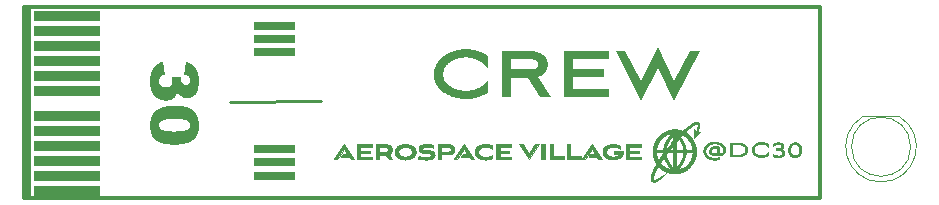
<source format=gbr>
G04 #@! TF.GenerationSoftware,KiCad,Pcbnew,(6.99.0-2452-gdb4f2d9dd8)*
G04 #@! TF.CreationDate,2022-07-29T17:14:17-05:00*
G04 #@! TF.ProjectId,crew-SAO,63726577-2d53-4414-9f2e-6b696361645f,rev?*
G04 #@! TF.SameCoordinates,Original*
G04 #@! TF.FileFunction,Legend,Top*
G04 #@! TF.FilePolarity,Positive*
%FSLAX46Y46*%
G04 Gerber Fmt 4.6, Leading zero omitted, Abs format (unit mm)*
G04 Created by KiCad (PCBNEW (6.99.0-2452-gdb4f2d9dd8)) date 2022-07-29 17:14:17*
%MOMM*%
%LPD*%
G01*
G04 APERTURE LIST*
%ADD10C,0.100000*%
%ADD11C,0.020000*%
%ADD12C,0.300000*%
%ADD13C,0.264583*%
%ADD14C,0.150000*%
%ADD15C,0.120000*%
%ADD16R,1.800000X1.800000*%
%ADD17C,1.800000*%
%ADD18R,1.700000X1.700000*%
%ADD19O,1.700000X1.700000*%
G04 APERTURE END LIST*
D10*
G36*
X90559245Y-127772901D02*
G01*
X85055911Y-127772901D01*
X85055911Y-127067346D01*
X90559245Y-127067346D01*
X90559245Y-127772901D01*
G37*
X90559245Y-127772901D02*
X85055911Y-127772901D01*
X85055911Y-127067346D01*
X90559245Y-127067346D01*
X90559245Y-127772901D01*
G36*
X107114956Y-125863793D02*
G01*
X103688522Y-125863793D01*
X103688522Y-125262231D01*
X107114956Y-125262231D01*
X107114956Y-125863793D01*
G37*
X107114956Y-125863793D02*
X103688522Y-125863793D01*
X103688522Y-125262231D01*
X107114956Y-125262231D01*
X107114956Y-125863793D01*
D11*
G36*
X112212582Y-135778166D02*
G01*
X111907517Y-135778166D01*
X111767288Y-135565441D01*
X111084134Y-135565441D01*
X111230448Y-135342926D01*
X111622297Y-135342926D01*
X111342367Y-134915360D01*
X111062174Y-135342926D01*
X111062438Y-135342926D01*
X110916124Y-135565441D01*
X110914536Y-135565441D01*
X110776953Y-135778166D01*
X110471888Y-135778166D01*
X111342367Y-134502609D01*
X112212582Y-135778166D01*
G37*
X112212582Y-135778166D02*
X111907517Y-135778166D01*
X111767288Y-135565441D01*
X111084134Y-135565441D01*
X111230448Y-135342926D01*
X111622297Y-135342926D01*
X111342367Y-134915360D01*
X111062174Y-135342926D01*
X111062438Y-135342926D01*
X110916124Y-135565441D01*
X110914536Y-135565441D01*
X110776953Y-135778166D01*
X110471888Y-135778166D01*
X111342367Y-134502609D01*
X112212582Y-135778166D01*
D10*
G36*
X107114887Y-124734902D02*
G01*
X103688522Y-124734902D01*
X103688522Y-124133340D01*
X107114887Y-124133340D01*
X107114887Y-124734902D01*
G37*
X107114887Y-124734902D02*
X103688522Y-124734902D01*
X103688522Y-124133340D01*
X107114887Y-124133340D01*
X107114887Y-124734902D01*
G36*
X90559245Y-125232903D02*
G01*
X85055911Y-125232903D01*
X85055911Y-124527347D01*
X90559245Y-124527347D01*
X90559245Y-125232903D01*
G37*
X90559245Y-125232903D02*
X85055911Y-125232903D01*
X85055911Y-124527347D01*
X90559245Y-124527347D01*
X90559245Y-125232903D01*
D11*
G36*
X113690544Y-134740205D02*
G01*
X112695182Y-134740205D01*
X112695182Y-135045270D01*
X113510627Y-135045270D01*
X113510627Y-135242914D01*
X112695182Y-135242914D01*
X112695182Y-135563059D01*
X113690544Y-135563059D01*
X113690544Y-135778166D01*
X112422661Y-135778166D01*
X112422661Y-134522718D01*
X113690544Y-134522718D01*
X113690544Y-134740205D01*
G37*
X113690544Y-134740205D02*
X112695182Y-134740205D01*
X112695182Y-135045270D01*
X113510627Y-135045270D01*
X113510627Y-135242914D01*
X112695182Y-135242914D01*
X112695182Y-135563059D01*
X113690544Y-135563059D01*
X113690544Y-135778166D01*
X112422661Y-135778166D01*
X112422661Y-134522718D01*
X113690544Y-134522718D01*
X113690544Y-134740205D01*
G36*
X130470000Y-135537305D02*
G01*
X131385194Y-135537305D01*
X131385194Y-135772255D01*
X130197479Y-135772255D01*
X130197479Y-134516807D01*
X130470000Y-134516807D01*
X130470000Y-135537305D01*
G37*
X130470000Y-135537305D02*
X131385194Y-135537305D01*
X131385194Y-135772255D01*
X130197479Y-135772255D01*
X130197479Y-134516807D01*
X130470000Y-134516807D01*
X130470000Y-135537305D01*
G36*
X133183566Y-135772255D02*
G01*
X132878503Y-135772255D01*
X132738273Y-135559795D01*
X132052737Y-135559795D01*
X132199052Y-135337280D01*
X132593282Y-135337280D01*
X132313351Y-134909449D01*
X131748202Y-135772255D01*
X131442873Y-135772255D01*
X132313351Y-134496963D01*
X133183566Y-135772255D01*
G37*
X133183566Y-135772255D02*
X132878503Y-135772255D01*
X132738273Y-135559795D01*
X132052737Y-135559795D01*
X132199052Y-135337280D01*
X132593282Y-135337280D01*
X132313351Y-134909449D01*
X131748202Y-135772255D01*
X131442873Y-135772255D01*
X132313351Y-134496963D01*
X133183566Y-135772255D01*
G36*
X126978559Y-135367178D02*
G01*
X127508784Y-134516807D01*
X127828928Y-134516807D01*
X126978559Y-135797391D01*
X126133215Y-134516807D01*
X126456007Y-134516807D01*
X126978559Y-135367178D01*
G37*
X126978559Y-135367178D02*
X127508784Y-134516807D01*
X127828928Y-134516807D01*
X126978559Y-135797391D01*
X126133215Y-134516807D01*
X126456007Y-134516807D01*
X126978559Y-135367178D01*
G36*
X115632669Y-135114977D02*
G01*
X115636057Y-135078243D01*
X115641636Y-135042503D01*
X115649352Y-135007772D01*
X115659151Y-134974064D01*
X115670977Y-134941393D01*
X115684778Y-134909773D01*
X115700498Y-134879219D01*
X115718082Y-134849745D01*
X115737476Y-134821364D01*
X115758626Y-134794092D01*
X115781477Y-134767942D01*
X115805975Y-134742929D01*
X115832064Y-134719067D01*
X115859692Y-134696370D01*
X115888802Y-134674853D01*
X115951254Y-134635414D01*
X116018985Y-134600864D01*
X116091558Y-134571317D01*
X116168537Y-134546886D01*
X116249486Y-134527686D01*
X116333970Y-134513831D01*
X116421552Y-134505434D01*
X116511796Y-134502609D01*
X116511796Y-134502610D01*
X116557457Y-134503318D01*
X116602477Y-134505434D01*
X116646803Y-134508943D01*
X116690382Y-134513831D01*
X116733162Y-134520083D01*
X116775089Y-134527686D01*
X116816110Y-134536625D01*
X116856172Y-134546886D01*
X116895222Y-134558455D01*
X116933207Y-134571317D01*
X116970075Y-134585458D01*
X117005771Y-134600864D01*
X117040243Y-134617521D01*
X117073437Y-134635414D01*
X117105302Y-134654530D01*
X117135783Y-134674853D01*
X117164828Y-134696371D01*
X117192383Y-134719067D01*
X117218396Y-134742929D01*
X117242813Y-134767942D01*
X117265582Y-134794092D01*
X117286650Y-134821364D01*
X117305962Y-134849745D01*
X117323467Y-134879219D01*
X117339112Y-134909773D01*
X117352842Y-134941393D01*
X117364606Y-134974064D01*
X117374350Y-135007772D01*
X117382020Y-135042503D01*
X117387565Y-135078243D01*
X117390931Y-135114977D01*
X117392065Y-135152691D01*
X117390930Y-135189962D01*
X117387562Y-135226310D01*
X117382014Y-135261717D01*
X117374339Y-135296166D01*
X117364589Y-135329640D01*
X117352819Y-135362122D01*
X117339082Y-135393595D01*
X117323430Y-135424042D01*
X117305917Y-135453446D01*
X117286596Y-135481790D01*
X117265521Y-135509057D01*
X117242744Y-135535230D01*
X117218318Y-135560292D01*
X117192297Y-135584227D01*
X117164735Y-135607016D01*
X117135684Y-135628643D01*
X117073327Y-135668343D01*
X117005654Y-135703192D01*
X116933090Y-135733052D01*
X116856060Y-135757789D01*
X116774991Y-135777265D01*
X116690306Y-135791345D01*
X116602433Y-135799892D01*
X116511796Y-135802772D01*
X116466369Y-135802050D01*
X116421552Y-135799895D01*
X116377401Y-135796325D01*
X116333970Y-135791356D01*
X116291314Y-135785004D01*
X116249486Y-135777287D01*
X116208543Y-135768222D01*
X116168537Y-135757826D01*
X116129524Y-135746115D01*
X116091558Y-135733106D01*
X116054693Y-135718816D01*
X116018985Y-135703262D01*
X115984487Y-135686461D01*
X115951254Y-135668429D01*
X115919341Y-135649184D01*
X115888802Y-135628742D01*
X115859692Y-135607121D01*
X115832064Y-135584336D01*
X115805975Y-135560406D01*
X115781477Y-135535346D01*
X115758626Y-135509174D01*
X115737476Y-135481907D01*
X115718082Y-135453561D01*
X115700498Y-135424153D01*
X115684778Y-135393701D01*
X115670977Y-135362220D01*
X115659151Y-135329728D01*
X115649352Y-135296242D01*
X115641636Y-135261778D01*
X115636057Y-135226354D01*
X115632669Y-135189986D01*
X115631536Y-135152955D01*
X115924157Y-135152955D01*
X115924878Y-135176363D01*
X115927021Y-135199201D01*
X115930559Y-135221458D01*
X115935462Y-135243123D01*
X115941703Y-135264184D01*
X115949253Y-135284630D01*
X115958083Y-135304450D01*
X115968165Y-135323632D01*
X115979470Y-135342165D01*
X115991971Y-135360037D01*
X116005638Y-135377238D01*
X116020444Y-135393755D01*
X116036360Y-135409577D01*
X116053356Y-135424693D01*
X116071406Y-135439092D01*
X116090481Y-135452761D01*
X116131589Y-135477869D01*
X116176454Y-135499924D01*
X116224848Y-135518836D01*
X116276545Y-135534513D01*
X116331315Y-135546866D01*
X116388932Y-135555802D01*
X116449168Y-135561230D01*
X116511796Y-135563059D01*
X116543395Y-135562600D01*
X116574424Y-135561230D01*
X116604856Y-135558960D01*
X116634661Y-135555802D01*
X116663811Y-135551766D01*
X116692278Y-135546866D01*
X116720033Y-135541111D01*
X116747048Y-135534513D01*
X116773295Y-135527085D01*
X116798744Y-135518836D01*
X116823368Y-135509778D01*
X116847139Y-135499924D01*
X116870026Y-135489283D01*
X116892004Y-135477869D01*
X116913042Y-135465691D01*
X116933112Y-135452761D01*
X116952186Y-135439092D01*
X116970236Y-135424693D01*
X116987233Y-135409577D01*
X117003149Y-135393755D01*
X117017954Y-135377238D01*
X117031622Y-135360037D01*
X117044122Y-135342165D01*
X117055428Y-135323632D01*
X117065510Y-135304450D01*
X117074340Y-135284630D01*
X117081890Y-135264184D01*
X117088130Y-135243123D01*
X117093034Y-135221458D01*
X117096571Y-135199201D01*
X117098715Y-135176363D01*
X117099435Y-135152955D01*
X117098715Y-135129129D01*
X117096571Y-135105925D01*
X117093034Y-135083353D01*
X117088130Y-135061420D01*
X117081890Y-135040137D01*
X117074340Y-135019512D01*
X117065510Y-134999553D01*
X117055428Y-134980269D01*
X117044122Y-134961670D01*
X117031622Y-134943763D01*
X117017954Y-134926558D01*
X117003149Y-134910063D01*
X116987233Y-134894288D01*
X116970236Y-134879240D01*
X116952186Y-134864929D01*
X116933112Y-134851363D01*
X116892004Y-134826504D01*
X116847139Y-134804731D01*
X116798744Y-134786116D01*
X116747048Y-134770728D01*
X116692278Y-134758637D01*
X116634661Y-134749914D01*
X116574424Y-134744629D01*
X116511796Y-134742851D01*
X116480197Y-134743297D01*
X116449168Y-134744629D01*
X116418737Y-134746837D01*
X116388932Y-134749914D01*
X116359782Y-134753850D01*
X116331315Y-134758637D01*
X116303560Y-134764266D01*
X116276545Y-134770728D01*
X116250298Y-134778014D01*
X116224848Y-134786116D01*
X116200224Y-134795024D01*
X116176454Y-134804731D01*
X116153566Y-134815227D01*
X116131589Y-134826504D01*
X116110551Y-134838552D01*
X116090481Y-134851363D01*
X116071406Y-134864929D01*
X116053356Y-134879240D01*
X116036360Y-134894288D01*
X116020444Y-134910063D01*
X116005638Y-134926558D01*
X115991971Y-134943763D01*
X115979470Y-134961670D01*
X115968165Y-134980269D01*
X115958083Y-134999553D01*
X115949253Y-135019512D01*
X115941703Y-135040137D01*
X115935462Y-135061420D01*
X115930559Y-135083353D01*
X115927021Y-135105925D01*
X115924878Y-135129129D01*
X115924157Y-135152955D01*
X115631536Y-135152955D01*
X115631528Y-135152691D01*
X115632669Y-135114977D01*
G37*
X115632669Y-135114977D02*
X115636057Y-135078243D01*
X115641636Y-135042503D01*
X115649352Y-135007772D01*
X115659151Y-134974064D01*
X115670977Y-134941393D01*
X115684778Y-134909773D01*
X115700498Y-134879219D01*
X115718082Y-134849745D01*
X115737476Y-134821364D01*
X115758626Y-134794092D01*
X115781477Y-134767942D01*
X115805975Y-134742929D01*
X115832064Y-134719067D01*
X115859692Y-134696370D01*
X115888802Y-134674853D01*
X115951254Y-134635414D01*
X116018985Y-134600864D01*
X116091558Y-134571317D01*
X116168537Y-134546886D01*
X116249486Y-134527686D01*
X116333970Y-134513831D01*
X116421552Y-134505434D01*
X116511796Y-134502609D01*
X116511796Y-134502610D01*
X116557457Y-134503318D01*
X116602477Y-134505434D01*
X116646803Y-134508943D01*
X116690382Y-134513831D01*
X116733162Y-134520083D01*
X116775089Y-134527686D01*
X116816110Y-134536625D01*
X116856172Y-134546886D01*
X116895222Y-134558455D01*
X116933207Y-134571317D01*
X116970075Y-134585458D01*
X117005771Y-134600864D01*
X117040243Y-134617521D01*
X117073437Y-134635414D01*
X117105302Y-134654530D01*
X117135783Y-134674853D01*
X117164828Y-134696371D01*
X117192383Y-134719067D01*
X117218396Y-134742929D01*
X117242813Y-134767942D01*
X117265582Y-134794092D01*
X117286650Y-134821364D01*
X117305962Y-134849745D01*
X117323467Y-134879219D01*
X117339112Y-134909773D01*
X117352842Y-134941393D01*
X117364606Y-134974064D01*
X117374350Y-135007772D01*
X117382020Y-135042503D01*
X117387565Y-135078243D01*
X117390931Y-135114977D01*
X117392065Y-135152691D01*
X117390930Y-135189962D01*
X117387562Y-135226310D01*
X117382014Y-135261717D01*
X117374339Y-135296166D01*
X117364589Y-135329640D01*
X117352819Y-135362122D01*
X117339082Y-135393595D01*
X117323430Y-135424042D01*
X117305917Y-135453446D01*
X117286596Y-135481790D01*
X117265521Y-135509057D01*
X117242744Y-135535230D01*
X117218318Y-135560292D01*
X117192297Y-135584227D01*
X117164735Y-135607016D01*
X117135684Y-135628643D01*
X117073327Y-135668343D01*
X117005654Y-135703192D01*
X116933090Y-135733052D01*
X116856060Y-135757789D01*
X116774991Y-135777265D01*
X116690306Y-135791345D01*
X116602433Y-135799892D01*
X116511796Y-135802772D01*
X116466369Y-135802050D01*
X116421552Y-135799895D01*
X116377401Y-135796325D01*
X116333970Y-135791356D01*
X116291314Y-135785004D01*
X116249486Y-135777287D01*
X116208543Y-135768222D01*
X116168537Y-135757826D01*
X116129524Y-135746115D01*
X116091558Y-135733106D01*
X116054693Y-135718816D01*
X116018985Y-135703262D01*
X115984487Y-135686461D01*
X115951254Y-135668429D01*
X115919341Y-135649184D01*
X115888802Y-135628742D01*
X115859692Y-135607121D01*
X115832064Y-135584336D01*
X115805975Y-135560406D01*
X115781477Y-135535346D01*
X115758626Y-135509174D01*
X115737476Y-135481907D01*
X115718082Y-135453561D01*
X115700498Y-135424153D01*
X115684778Y-135393701D01*
X115670977Y-135362220D01*
X115659151Y-135329728D01*
X115649352Y-135296242D01*
X115641636Y-135261778D01*
X115636057Y-135226354D01*
X115632669Y-135189986D01*
X115631536Y-135152955D01*
X115924157Y-135152955D01*
X115924878Y-135176363D01*
X115927021Y-135199201D01*
X115930559Y-135221458D01*
X115935462Y-135243123D01*
X115941703Y-135264184D01*
X115949253Y-135284630D01*
X115958083Y-135304450D01*
X115968165Y-135323632D01*
X115979470Y-135342165D01*
X115991971Y-135360037D01*
X116005638Y-135377238D01*
X116020444Y-135393755D01*
X116036360Y-135409577D01*
X116053356Y-135424693D01*
X116071406Y-135439092D01*
X116090481Y-135452761D01*
X116131589Y-135477869D01*
X116176454Y-135499924D01*
X116224848Y-135518836D01*
X116276545Y-135534513D01*
X116331315Y-135546866D01*
X116388932Y-135555802D01*
X116449168Y-135561230D01*
X116511796Y-135563059D01*
X116543395Y-135562600D01*
X116574424Y-135561230D01*
X116604856Y-135558960D01*
X116634661Y-135555802D01*
X116663811Y-135551766D01*
X116692278Y-135546866D01*
X116720033Y-135541111D01*
X116747048Y-135534513D01*
X116773295Y-135527085D01*
X116798744Y-135518836D01*
X116823368Y-135509778D01*
X116847139Y-135499924D01*
X116870026Y-135489283D01*
X116892004Y-135477869D01*
X116913042Y-135465691D01*
X116933112Y-135452761D01*
X116952186Y-135439092D01*
X116970236Y-135424693D01*
X116987233Y-135409577D01*
X117003149Y-135393755D01*
X117017954Y-135377238D01*
X117031622Y-135360037D01*
X117044122Y-135342165D01*
X117055428Y-135323632D01*
X117065510Y-135304450D01*
X117074340Y-135284630D01*
X117081890Y-135264184D01*
X117088130Y-135243123D01*
X117093034Y-135221458D01*
X117096571Y-135199201D01*
X117098715Y-135176363D01*
X117099435Y-135152955D01*
X117098715Y-135129129D01*
X117096571Y-135105925D01*
X117093034Y-135083353D01*
X117088130Y-135061420D01*
X117081890Y-135040137D01*
X117074340Y-135019512D01*
X117065510Y-134999553D01*
X117055428Y-134980269D01*
X117044122Y-134961670D01*
X117031622Y-134943763D01*
X117017954Y-134926558D01*
X117003149Y-134910063D01*
X116987233Y-134894288D01*
X116970236Y-134879240D01*
X116952186Y-134864929D01*
X116933112Y-134851363D01*
X116892004Y-134826504D01*
X116847139Y-134804731D01*
X116798744Y-134786116D01*
X116747048Y-134770728D01*
X116692278Y-134758637D01*
X116634661Y-134749914D01*
X116574424Y-134744629D01*
X116511796Y-134742851D01*
X116480197Y-134743297D01*
X116449168Y-134744629D01*
X116418737Y-134746837D01*
X116388932Y-134749914D01*
X116359782Y-134753850D01*
X116331315Y-134758637D01*
X116303560Y-134764266D01*
X116276545Y-134770728D01*
X116250298Y-134778014D01*
X116224848Y-134786116D01*
X116200224Y-134795024D01*
X116176454Y-134804731D01*
X116153566Y-134815227D01*
X116131589Y-134826504D01*
X116110551Y-134838552D01*
X116090481Y-134851363D01*
X116071406Y-134864929D01*
X116053356Y-134879240D01*
X116036360Y-134894288D01*
X116020444Y-134910063D01*
X116005638Y-134926558D01*
X115991971Y-134943763D01*
X115979470Y-134961670D01*
X115968165Y-134980269D01*
X115958083Y-134999553D01*
X115949253Y-135019512D01*
X115941703Y-135040137D01*
X115935462Y-135061420D01*
X115930559Y-135083353D01*
X115927021Y-135105925D01*
X115924878Y-135129129D01*
X115924157Y-135152955D01*
X115631536Y-135152955D01*
X115631528Y-135152691D01*
X115632669Y-135114977D01*
D10*
G36*
X107117819Y-135177122D02*
G01*
X103691454Y-135177122D01*
X103691454Y-134575560D01*
X107117819Y-134575560D01*
X107117819Y-135177122D01*
G37*
X107117819Y-135177122D02*
X103691454Y-135177122D01*
X103691454Y-134575560D01*
X107117819Y-134575560D01*
X107117819Y-135177122D01*
G36*
X107116421Y-137434901D02*
G01*
X103689987Y-137434901D01*
X103689987Y-136833341D01*
X107116421Y-136833341D01*
X107116421Y-137434901D01*
G37*
X107116421Y-137434901D02*
X103689987Y-137434901D01*
X103689987Y-136833341D01*
X107116421Y-136833341D01*
X107116421Y-137434901D01*
D11*
G36*
X118365137Y-134503037D02*
G01*
X118412040Y-134504268D01*
X118458096Y-134506225D01*
X118503113Y-134508831D01*
X118589269Y-134515683D01*
X118668978Y-134524206D01*
X118740713Y-134533783D01*
X118802944Y-134543798D01*
X118854143Y-134553632D01*
X118892782Y-134562670D01*
X118880347Y-134790212D01*
X118835179Y-134778287D01*
X118784262Y-134767098D01*
X118727677Y-134756907D01*
X118665506Y-134747977D01*
X118597827Y-134740574D01*
X118524722Y-134734959D01*
X118446272Y-134731397D01*
X118362557Y-134730151D01*
X118321309Y-134730463D01*
X118280335Y-134731470D01*
X118239964Y-134733278D01*
X118200525Y-134735993D01*
X118162348Y-134739719D01*
X118125762Y-134744564D01*
X118091097Y-134750633D01*
X118074588Y-134754160D01*
X118058683Y-134758032D01*
X118043422Y-134762263D01*
X118028848Y-134766866D01*
X118015001Y-134771854D01*
X118001922Y-134777241D01*
X117989653Y-134783040D01*
X117978235Y-134789264D01*
X117967709Y-134795926D01*
X117958116Y-134803040D01*
X117949497Y-134810618D01*
X117941894Y-134818674D01*
X117935348Y-134827222D01*
X117929899Y-134836273D01*
X117925590Y-134845843D01*
X117922461Y-134855943D01*
X117920553Y-134866587D01*
X117919908Y-134877789D01*
X117919910Y-134877789D01*
X117922995Y-134900517D01*
X117931988Y-134920117D01*
X117946496Y-134936860D01*
X117966123Y-134951018D01*
X117990477Y-134962862D01*
X118019164Y-134972664D01*
X118051788Y-134980695D01*
X118087958Y-134987227D01*
X118169354Y-134996878D01*
X118260201Y-135003790D01*
X118457643Y-135018084D01*
X118557935Y-135029810D01*
X118655072Y-135047484D01*
X118701473Y-135059230D01*
X118745904Y-135073278D01*
X118787970Y-135089899D01*
X118827278Y-135109365D01*
X118863434Y-135131947D01*
X118896044Y-135157916D01*
X118924714Y-135187545D01*
X118949050Y-135221104D01*
X118968658Y-135258865D01*
X118983145Y-135301100D01*
X118992116Y-135348080D01*
X118995177Y-135400076D01*
X118994097Y-135431819D01*
X118990907Y-135461892D01*
X118985677Y-135490336D01*
X118978481Y-135517197D01*
X118969388Y-135542516D01*
X118958473Y-135566339D01*
X118945805Y-135588708D01*
X118931458Y-135609667D01*
X118915502Y-135629260D01*
X118898011Y-135647529D01*
X118879055Y-135664519D01*
X118858706Y-135680273D01*
X118837037Y-135694834D01*
X118814119Y-135708246D01*
X118764824Y-135731797D01*
X118711396Y-135751274D01*
X118654410Y-135767025D01*
X118594440Y-135779398D01*
X118532061Y-135788741D01*
X118467849Y-135795401D01*
X118402377Y-135799728D01*
X118336221Y-135802069D01*
X118269955Y-135802772D01*
X118188269Y-135801856D01*
X118105169Y-135799163D01*
X118021598Y-135794777D01*
X117938498Y-135788782D01*
X117856812Y-135781262D01*
X117777482Y-135772299D01*
X117701452Y-135761979D01*
X117629663Y-135750384D01*
X117639717Y-135522843D01*
X117713312Y-135535208D01*
X117786160Y-135545915D01*
X117858703Y-135554966D01*
X117931387Y-135562365D01*
X118004653Y-135568114D01*
X118078945Y-135572216D01*
X118154708Y-135574676D01*
X118232383Y-135575495D01*
X118280803Y-135575123D01*
X118328327Y-135573935D01*
X118374647Y-135571822D01*
X118419456Y-135568673D01*
X118462446Y-135564381D01*
X118503311Y-135558835D01*
X118541742Y-135551927D01*
X118559949Y-135547927D01*
X118577433Y-135543546D01*
X118594155Y-135538770D01*
X118610076Y-135533585D01*
X118625158Y-135527976D01*
X118639364Y-135521932D01*
X118652653Y-135515438D01*
X118664989Y-135508480D01*
X118676332Y-135501045D01*
X118686644Y-135493118D01*
X118695887Y-135484688D01*
X118704022Y-135475738D01*
X118711011Y-135466257D01*
X118716815Y-135456231D01*
X118721396Y-135445645D01*
X118724716Y-135434486D01*
X118726737Y-135422741D01*
X118727419Y-135410395D01*
X118724327Y-135385652D01*
X118715316Y-135364224D01*
X118700780Y-135345831D01*
X118681113Y-135330198D01*
X118656711Y-135317047D01*
X118627968Y-135306101D01*
X118595278Y-135297083D01*
X118559036Y-135289716D01*
X118477476Y-135278827D01*
X118386444Y-135271217D01*
X118188594Y-135256970D01*
X118088091Y-135245899D01*
X117990744Y-135229241D01*
X117944242Y-135218124D01*
X117899713Y-135204779D01*
X117857551Y-135188930D01*
X117818152Y-135170298D01*
X117781911Y-135148607D01*
X117749221Y-135123580D01*
X117720477Y-135094940D01*
X117696075Y-135062409D01*
X117676408Y-135025711D01*
X117661872Y-134984569D01*
X117652861Y-134938705D01*
X117649770Y-134887843D01*
X117650883Y-134856801D01*
X117654165Y-134827444D01*
X117659525Y-134799726D01*
X117666875Y-134773600D01*
X117676124Y-134749020D01*
X117687184Y-134725942D01*
X117699965Y-134704319D01*
X117714378Y-134684105D01*
X117730333Y-134665255D01*
X117747742Y-134647722D01*
X117766514Y-134631462D01*
X117786561Y-134616427D01*
X117807794Y-134602572D01*
X117830122Y-134589852D01*
X117877708Y-134567631D01*
X117928606Y-134549397D01*
X117982101Y-134534784D01*
X118037478Y-134523425D01*
X118094022Y-134514954D01*
X118151018Y-134509003D01*
X118207753Y-134505207D01*
X118263511Y-134503198D01*
X118317578Y-134502609D01*
X118365137Y-134503037D01*
G37*
X118365137Y-134503037D02*
X118412040Y-134504268D01*
X118458096Y-134506225D01*
X118503113Y-134508831D01*
X118589269Y-134515683D01*
X118668978Y-134524206D01*
X118740713Y-134533783D01*
X118802944Y-134543798D01*
X118854143Y-134553632D01*
X118892782Y-134562670D01*
X118880347Y-134790212D01*
X118835179Y-134778287D01*
X118784262Y-134767098D01*
X118727677Y-134756907D01*
X118665506Y-134747977D01*
X118597827Y-134740574D01*
X118524722Y-134734959D01*
X118446272Y-134731397D01*
X118362557Y-134730151D01*
X118321309Y-134730463D01*
X118280335Y-134731470D01*
X118239964Y-134733278D01*
X118200525Y-134735993D01*
X118162348Y-134739719D01*
X118125762Y-134744564D01*
X118091097Y-134750633D01*
X118074588Y-134754160D01*
X118058683Y-134758032D01*
X118043422Y-134762263D01*
X118028848Y-134766866D01*
X118015001Y-134771854D01*
X118001922Y-134777241D01*
X117989653Y-134783040D01*
X117978235Y-134789264D01*
X117967709Y-134795926D01*
X117958116Y-134803040D01*
X117949497Y-134810618D01*
X117941894Y-134818674D01*
X117935348Y-134827222D01*
X117929899Y-134836273D01*
X117925590Y-134845843D01*
X117922461Y-134855943D01*
X117920553Y-134866587D01*
X117919908Y-134877789D01*
X117919910Y-134877789D01*
X117922995Y-134900517D01*
X117931988Y-134920117D01*
X117946496Y-134936860D01*
X117966123Y-134951018D01*
X117990477Y-134962862D01*
X118019164Y-134972664D01*
X118051788Y-134980695D01*
X118087958Y-134987227D01*
X118169354Y-134996878D01*
X118260201Y-135003790D01*
X118457643Y-135018084D01*
X118557935Y-135029810D01*
X118655072Y-135047484D01*
X118701473Y-135059230D01*
X118745904Y-135073278D01*
X118787970Y-135089899D01*
X118827278Y-135109365D01*
X118863434Y-135131947D01*
X118896044Y-135157916D01*
X118924714Y-135187545D01*
X118949050Y-135221104D01*
X118968658Y-135258865D01*
X118983145Y-135301100D01*
X118992116Y-135348080D01*
X118995177Y-135400076D01*
X118994097Y-135431819D01*
X118990907Y-135461892D01*
X118985677Y-135490336D01*
X118978481Y-135517197D01*
X118969388Y-135542516D01*
X118958473Y-135566339D01*
X118945805Y-135588708D01*
X118931458Y-135609667D01*
X118915502Y-135629260D01*
X118898011Y-135647529D01*
X118879055Y-135664519D01*
X118858706Y-135680273D01*
X118837037Y-135694834D01*
X118814119Y-135708246D01*
X118764824Y-135731797D01*
X118711396Y-135751274D01*
X118654410Y-135767025D01*
X118594440Y-135779398D01*
X118532061Y-135788741D01*
X118467849Y-135795401D01*
X118402377Y-135799728D01*
X118336221Y-135802069D01*
X118269955Y-135802772D01*
X118188269Y-135801856D01*
X118105169Y-135799163D01*
X118021598Y-135794777D01*
X117938498Y-135788782D01*
X117856812Y-135781262D01*
X117777482Y-135772299D01*
X117701452Y-135761979D01*
X117629663Y-135750384D01*
X117639717Y-135522843D01*
X117713312Y-135535208D01*
X117786160Y-135545915D01*
X117858703Y-135554966D01*
X117931387Y-135562365D01*
X118004653Y-135568114D01*
X118078945Y-135572216D01*
X118154708Y-135574676D01*
X118232383Y-135575495D01*
X118280803Y-135575123D01*
X118328327Y-135573935D01*
X118374647Y-135571822D01*
X118419456Y-135568673D01*
X118462446Y-135564381D01*
X118503311Y-135558835D01*
X118541742Y-135551927D01*
X118559949Y-135547927D01*
X118577433Y-135543546D01*
X118594155Y-135538770D01*
X118610076Y-135533585D01*
X118625158Y-135527976D01*
X118639364Y-135521932D01*
X118652653Y-135515438D01*
X118664989Y-135508480D01*
X118676332Y-135501045D01*
X118686644Y-135493118D01*
X118695887Y-135484688D01*
X118704022Y-135475738D01*
X118711011Y-135466257D01*
X118716815Y-135456231D01*
X118721396Y-135445645D01*
X118724716Y-135434486D01*
X118726737Y-135422741D01*
X118727419Y-135410395D01*
X118724327Y-135385652D01*
X118715316Y-135364224D01*
X118700780Y-135345831D01*
X118681113Y-135330198D01*
X118656711Y-135317047D01*
X118627968Y-135306101D01*
X118595278Y-135297083D01*
X118559036Y-135289716D01*
X118477476Y-135278827D01*
X118386444Y-135271217D01*
X118188594Y-135256970D01*
X118088091Y-135245899D01*
X117990744Y-135229241D01*
X117944242Y-135218124D01*
X117899713Y-135204779D01*
X117857551Y-135188930D01*
X117818152Y-135170298D01*
X117781911Y-135148607D01*
X117749221Y-135123580D01*
X117720477Y-135094940D01*
X117696075Y-135062409D01*
X117676408Y-135025711D01*
X117661872Y-134984569D01*
X117652861Y-134938705D01*
X117649770Y-134887843D01*
X117650883Y-134856801D01*
X117654165Y-134827444D01*
X117659525Y-134799726D01*
X117666875Y-134773600D01*
X117676124Y-134749020D01*
X117687184Y-134725942D01*
X117699965Y-134704319D01*
X117714378Y-134684105D01*
X117730333Y-134665255D01*
X117747742Y-134647722D01*
X117766514Y-134631462D01*
X117786561Y-134616427D01*
X117807794Y-134602572D01*
X117830122Y-134589852D01*
X117877708Y-134567631D01*
X117928606Y-134549397D01*
X117982101Y-134534784D01*
X118037478Y-134523425D01*
X118094022Y-134514954D01*
X118151018Y-134509003D01*
X118207753Y-134505207D01*
X118263511Y-134503198D01*
X118317578Y-134502609D01*
X118365137Y-134503037D01*
D10*
G36*
X90559245Y-129042901D02*
G01*
X85055911Y-129042901D01*
X85055911Y-128337345D01*
X90559245Y-128337345D01*
X90559245Y-129042901D01*
G37*
X90559245Y-129042901D02*
X85055911Y-129042901D01*
X85055911Y-128337345D01*
X90559245Y-128337345D01*
X90559245Y-129042901D01*
D11*
G36*
X128311529Y-135772255D02*
G01*
X128039008Y-135772255D01*
X128039008Y-134516807D01*
X128311529Y-134516807D01*
X128311529Y-135772255D01*
G37*
X128311529Y-135772255D02*
X128039008Y-135772255D01*
X128039008Y-134516807D01*
X128311529Y-134516807D01*
X128311529Y-135772255D01*
G36*
X129009499Y-135537305D02*
G01*
X129924694Y-135537305D01*
X129924694Y-135772255D01*
X128736715Y-135772255D01*
X128736715Y-134516807D01*
X129009499Y-134516807D01*
X129009499Y-135537305D01*
G37*
X129009499Y-135537305D02*
X129924694Y-135537305D01*
X129924694Y-135772255D01*
X128736715Y-135772255D01*
X128736715Y-134516807D01*
X129009499Y-134516807D01*
X129009499Y-135537305D01*
D12*
X84250000Y-122880000D02*
X84620000Y-122880000D01*
X84620000Y-122880000D02*
X84620000Y-139070000D01*
X84620000Y-139070000D02*
X84250000Y-139070000D01*
X84250000Y-139070000D02*
X84250000Y-122880000D01*
G36*
X84250000Y-122880000D02*
G01*
X84620000Y-122880000D01*
X84620000Y-139070000D01*
X84250000Y-139070000D01*
X84250000Y-122880000D01*
G37*
D11*
G36*
X114885931Y-134522718D02*
G01*
X114919035Y-134523399D01*
X114950836Y-134525407D01*
X114981353Y-134528693D01*
X115010602Y-134533206D01*
X115038598Y-134538895D01*
X115065359Y-134545710D01*
X115090900Y-134553601D01*
X115115239Y-134562517D01*
X115138391Y-134572408D01*
X115160373Y-134583223D01*
X115181202Y-134594912D01*
X115200894Y-134607424D01*
X115219465Y-134620710D01*
X115236932Y-134634718D01*
X115253311Y-134649398D01*
X115268619Y-134664700D01*
X115282871Y-134680573D01*
X115296085Y-134696967D01*
X115308277Y-134713832D01*
X115319463Y-134731116D01*
X115329660Y-134748770D01*
X115338885Y-134766743D01*
X115347152Y-134784985D01*
X115354480Y-134803445D01*
X115360884Y-134822073D01*
X115366381Y-134840818D01*
X115374719Y-134878459D01*
X115379625Y-134915964D01*
X115381232Y-134952930D01*
X115380345Y-134981629D01*
X115377647Y-135010475D01*
X115373083Y-135039318D01*
X115366597Y-135068008D01*
X115358132Y-135096393D01*
X115353141Y-135110425D01*
X115347634Y-135124325D01*
X115341604Y-135138073D01*
X115335045Y-135151651D01*
X115327950Y-135165041D01*
X115320312Y-135178223D01*
X115312123Y-135191179D01*
X115303376Y-135203889D01*
X115294065Y-135216336D01*
X115284184Y-135228500D01*
X115273723Y-135240362D01*
X115262678Y-135251905D01*
X115251040Y-135263108D01*
X115238803Y-135273953D01*
X115225960Y-135284421D01*
X115212504Y-135294494D01*
X115198428Y-135304152D01*
X115183725Y-135313378D01*
X115168387Y-135322151D01*
X115152409Y-135330454D01*
X115135782Y-135338267D01*
X115118501Y-135345572D01*
X115408483Y-135778166D01*
X115103418Y-135778166D01*
X114838306Y-135385524D01*
X114300673Y-135385524D01*
X114300673Y-135778166D01*
X114028152Y-135778166D01*
X114028152Y-135145282D01*
X114300938Y-135145282D01*
X114846245Y-135145282D01*
X114865191Y-135144986D01*
X114883154Y-135144111D01*
X114900157Y-135142677D01*
X114916226Y-135140707D01*
X114931387Y-135138221D01*
X114945663Y-135135240D01*
X114959082Y-135131785D01*
X114971666Y-135127878D01*
X114983442Y-135123539D01*
X114994435Y-135118789D01*
X115004669Y-135113649D01*
X115014170Y-135108141D01*
X115022963Y-135102285D01*
X115031073Y-135096102D01*
X115038525Y-135089614D01*
X115045344Y-135082841D01*
X115051556Y-135075804D01*
X115057185Y-135068526D01*
X115062256Y-135061025D01*
X115066795Y-135053324D01*
X115070827Y-135045444D01*
X115074376Y-135037405D01*
X115077468Y-135029229D01*
X115080129Y-135020937D01*
X115082382Y-135012549D01*
X115084253Y-135004087D01*
X115086951Y-134987023D01*
X115088422Y-134969915D01*
X115088868Y-134952930D01*
X115088422Y-134937220D01*
X115086951Y-134921169D01*
X115084253Y-134904965D01*
X115080128Y-134888794D01*
X115074376Y-134872843D01*
X115070826Y-134865008D01*
X115066795Y-134857299D01*
X115062256Y-134849738D01*
X115057184Y-134842349D01*
X115051555Y-134835155D01*
X115045344Y-134828179D01*
X115038525Y-134821446D01*
X115031073Y-134814977D01*
X115022963Y-134808797D01*
X115014170Y-134802929D01*
X115004668Y-134797396D01*
X114994434Y-134792222D01*
X114983442Y-134787430D01*
X114971666Y-134783043D01*
X114959081Y-134779085D01*
X114945663Y-134775579D01*
X114931387Y-134772548D01*
X114916226Y-134770015D01*
X114900157Y-134768005D01*
X114883154Y-134766541D01*
X114865191Y-134765645D01*
X114846245Y-134765341D01*
X114300938Y-134765341D01*
X114300938Y-135145282D01*
X114028152Y-135145282D01*
X114028152Y-134522718D01*
X114885931Y-134522718D01*
G37*
X114885931Y-134522718D02*
X114919035Y-134523399D01*
X114950836Y-134525407D01*
X114981353Y-134528693D01*
X115010602Y-134533206D01*
X115038598Y-134538895D01*
X115065359Y-134545710D01*
X115090900Y-134553601D01*
X115115239Y-134562517D01*
X115138391Y-134572408D01*
X115160373Y-134583223D01*
X115181202Y-134594912D01*
X115200894Y-134607424D01*
X115219465Y-134620710D01*
X115236932Y-134634718D01*
X115253311Y-134649398D01*
X115268619Y-134664700D01*
X115282871Y-134680573D01*
X115296085Y-134696967D01*
X115308277Y-134713832D01*
X115319463Y-134731116D01*
X115329660Y-134748770D01*
X115338885Y-134766743D01*
X115347152Y-134784985D01*
X115354480Y-134803445D01*
X115360884Y-134822073D01*
X115366381Y-134840818D01*
X115374719Y-134878459D01*
X115379625Y-134915964D01*
X115381232Y-134952930D01*
X115380345Y-134981629D01*
X115377647Y-135010475D01*
X115373083Y-135039318D01*
X115366597Y-135068008D01*
X115358132Y-135096393D01*
X115353141Y-135110425D01*
X115347634Y-135124325D01*
X115341604Y-135138073D01*
X115335045Y-135151651D01*
X115327950Y-135165041D01*
X115320312Y-135178223D01*
X115312123Y-135191179D01*
X115303376Y-135203889D01*
X115294065Y-135216336D01*
X115284184Y-135228500D01*
X115273723Y-135240362D01*
X115262678Y-135251905D01*
X115251040Y-135263108D01*
X115238803Y-135273953D01*
X115225960Y-135284421D01*
X115212504Y-135294494D01*
X115198428Y-135304152D01*
X115183725Y-135313378D01*
X115168387Y-135322151D01*
X115152409Y-135330454D01*
X115135782Y-135338267D01*
X115118501Y-135345572D01*
X115408483Y-135778166D01*
X115103418Y-135778166D01*
X114838306Y-135385524D01*
X114300673Y-135385524D01*
X114300673Y-135778166D01*
X114028152Y-135778166D01*
X114028152Y-135145282D01*
X114300938Y-135145282D01*
X114846245Y-135145282D01*
X114865191Y-135144986D01*
X114883154Y-135144111D01*
X114900157Y-135142677D01*
X114916226Y-135140707D01*
X114931387Y-135138221D01*
X114945663Y-135135240D01*
X114959082Y-135131785D01*
X114971666Y-135127878D01*
X114983442Y-135123539D01*
X114994435Y-135118789D01*
X115004669Y-135113649D01*
X115014170Y-135108141D01*
X115022963Y-135102285D01*
X115031073Y-135096102D01*
X115038525Y-135089614D01*
X115045344Y-135082841D01*
X115051556Y-135075804D01*
X115057185Y-135068526D01*
X115062256Y-135061025D01*
X115066795Y-135053324D01*
X115070827Y-135045444D01*
X115074376Y-135037405D01*
X115077468Y-135029229D01*
X115080129Y-135020937D01*
X115082382Y-135012549D01*
X115084253Y-135004087D01*
X115086951Y-134987023D01*
X115088422Y-134969915D01*
X115088868Y-134952930D01*
X115088422Y-134937220D01*
X115086951Y-134921169D01*
X115084253Y-134904965D01*
X115080128Y-134888794D01*
X115074376Y-134872843D01*
X115070826Y-134865008D01*
X115066795Y-134857299D01*
X115062256Y-134849738D01*
X115057184Y-134842349D01*
X115051555Y-134835155D01*
X115045344Y-134828179D01*
X115038525Y-134821446D01*
X115031073Y-134814977D01*
X115022963Y-134808797D01*
X115014170Y-134802929D01*
X115004668Y-134797396D01*
X114994434Y-134792222D01*
X114983442Y-134787430D01*
X114971666Y-134783043D01*
X114959081Y-134779085D01*
X114945663Y-134775579D01*
X114931387Y-134772548D01*
X114916226Y-134770015D01*
X114900157Y-134768005D01*
X114883154Y-134766541D01*
X114865191Y-134765645D01*
X114846245Y-134765341D01*
X114300938Y-134765341D01*
X114300938Y-135145282D01*
X114028152Y-135145282D01*
X114028152Y-134522718D01*
X114885931Y-134522718D01*
G36*
X139630668Y-133966349D02*
G01*
X139630825Y-133966566D01*
X139631138Y-133967011D01*
X139640692Y-133980743D01*
X139641338Y-133981681D01*
X139651637Y-133996975D01*
X139661878Y-134012321D01*
X139672217Y-134027596D01*
X139586578Y-134123355D01*
X139501530Y-134219574D01*
X139476067Y-134248748D01*
X139450802Y-134278106D01*
X139400451Y-134336983D01*
X139400451Y-133963569D01*
X139463772Y-133895148D01*
X139495621Y-133861105D01*
X139527675Y-133827250D01*
X139630668Y-133966349D01*
G37*
X139630668Y-133966349D02*
X139630825Y-133966566D01*
X139631138Y-133967011D01*
X139640692Y-133980743D01*
X139641338Y-133981681D01*
X139651637Y-133996975D01*
X139661878Y-134012321D01*
X139672217Y-134027596D01*
X139586578Y-134123355D01*
X139501530Y-134219574D01*
X139476067Y-134248748D01*
X139450802Y-134278106D01*
X139400451Y-134336983D01*
X139400451Y-133963569D01*
X139463772Y-133895148D01*
X139495621Y-133861105D01*
X139527675Y-133827250D01*
X139630668Y-133966349D01*
G36*
X139746369Y-133608619D02*
G01*
X139747922Y-133609072D01*
X139748410Y-133609210D01*
X139760131Y-133612605D01*
X139761256Y-133612944D01*
X139761931Y-133613159D01*
X139822892Y-133633679D01*
X139881920Y-133656388D01*
X139883367Y-133656972D01*
X139884807Y-133657570D01*
X139942615Y-133682667D01*
X139977976Y-133699823D01*
X139934964Y-133744530D01*
X139892162Y-133789468D01*
X139849600Y-133834653D01*
X139807300Y-133880111D01*
X139807299Y-133880111D01*
X139806586Y-133879069D01*
X139806059Y-133878350D01*
X139777403Y-133838002D01*
X139747984Y-133797473D01*
X139718379Y-133757504D01*
X139688650Y-133718106D01*
X139682524Y-133710180D01*
X139676406Y-133702425D01*
X139671653Y-133696419D01*
X139665571Y-133688654D01*
X139664156Y-133686841D01*
X139683890Y-133666987D01*
X139703705Y-133647206D01*
X139743475Y-133607781D01*
X139746369Y-133608619D01*
G37*
X139746369Y-133608619D02*
X139747922Y-133609072D01*
X139748410Y-133609210D01*
X139760131Y-133612605D01*
X139761256Y-133612944D01*
X139761931Y-133613159D01*
X139822892Y-133633679D01*
X139881920Y-133656388D01*
X139883367Y-133656972D01*
X139884807Y-133657570D01*
X139942615Y-133682667D01*
X139977976Y-133699823D01*
X139934964Y-133744530D01*
X139892162Y-133789468D01*
X139849600Y-133834653D01*
X139807300Y-133880111D01*
X139807299Y-133880111D01*
X139806586Y-133879069D01*
X139806059Y-133878350D01*
X139777403Y-133838002D01*
X139747984Y-133797473D01*
X139718379Y-133757504D01*
X139688650Y-133718106D01*
X139682524Y-133710180D01*
X139676406Y-133702425D01*
X139671653Y-133696419D01*
X139665571Y-133688654D01*
X139664156Y-133686841D01*
X139683890Y-133666987D01*
X139703705Y-133647206D01*
X139743475Y-133607781D01*
X139746369Y-133608619D01*
D10*
G36*
X90559245Y-136239568D02*
G01*
X85055911Y-136239568D01*
X85055911Y-135534012D01*
X90559245Y-135534012D01*
X90559245Y-136239568D01*
G37*
X90559245Y-136239568D02*
X85055911Y-136239568D01*
X85055911Y-135534012D01*
X90559245Y-135534012D01*
X90559245Y-136239568D01*
G36*
X90559245Y-126502903D02*
G01*
X85055911Y-126502903D01*
X85055911Y-125797347D01*
X90559245Y-125797347D01*
X90559245Y-126502903D01*
G37*
X90559245Y-126502903D02*
X85055911Y-126502903D01*
X85055911Y-125797347D01*
X90559245Y-125797347D01*
X90559245Y-126502903D01*
G36*
X90559245Y-134969567D02*
G01*
X85055911Y-134969567D01*
X85055911Y-134264011D01*
X90559245Y-134264011D01*
X90559245Y-134969567D01*
G37*
X90559245Y-134969567D02*
X85055911Y-134969567D01*
X85055911Y-134264011D01*
X90559245Y-134264011D01*
X90559245Y-134969567D01*
D11*
G36*
X134133334Y-134497282D02*
G01*
X134177298Y-134499019D01*
X134220814Y-134501891D01*
X134263834Y-134505881D01*
X134306312Y-134510970D01*
X134348200Y-134517139D01*
X134389451Y-134524372D01*
X134430017Y-134532649D01*
X134469852Y-134541952D01*
X134508907Y-134552264D01*
X134547137Y-134563565D01*
X134584492Y-134575838D01*
X134620927Y-134589064D01*
X134656394Y-134603226D01*
X134690845Y-134618305D01*
X134724233Y-134634282D01*
X134724233Y-134876905D01*
X134657634Y-134846758D01*
X134588709Y-134818639D01*
X134553237Y-134805531D01*
X134517019Y-134793161D01*
X134479999Y-134781605D01*
X134442122Y-134770939D01*
X134403334Y-134761241D01*
X134363579Y-134752587D01*
X134322803Y-134745054D01*
X134280950Y-134738718D01*
X134237965Y-134733657D01*
X134193793Y-134729946D01*
X134148380Y-134727664D01*
X134101670Y-134726886D01*
X134053065Y-134728003D01*
X134003293Y-134731481D01*
X133952947Y-134737509D01*
X133902621Y-134746279D01*
X133852909Y-134757981D01*
X133828469Y-134764990D01*
X133804405Y-134772804D01*
X133780791Y-134781446D01*
X133757702Y-134790940D01*
X133735212Y-134801309D01*
X133713395Y-134812578D01*
X133692324Y-134824770D01*
X133672076Y-134837909D01*
X133652723Y-134852019D01*
X133634340Y-134867123D01*
X133617001Y-134883246D01*
X133600780Y-134900411D01*
X133585752Y-134918641D01*
X133571991Y-134937962D01*
X133559571Y-134958396D01*
X133548566Y-134979967D01*
X133539050Y-135002699D01*
X133531098Y-135026616D01*
X133524784Y-135051742D01*
X133520182Y-135078100D01*
X133517367Y-135105715D01*
X133516412Y-135134609D01*
X133517132Y-135159364D01*
X133519272Y-135183466D01*
X133522803Y-135206907D01*
X133527696Y-135229679D01*
X133533922Y-135251772D01*
X133541451Y-135273178D01*
X133550255Y-135293888D01*
X133560303Y-135313893D01*
X133571568Y-135333185D01*
X133584019Y-135351754D01*
X133597627Y-135369593D01*
X133612364Y-135386691D01*
X133628199Y-135403041D01*
X133645104Y-135418634D01*
X133663050Y-135433460D01*
X133682007Y-135447512D01*
X133701946Y-135460780D01*
X133722839Y-135473255D01*
X133767365Y-135495794D01*
X133815352Y-135515057D01*
X133866566Y-135530975D01*
X133920774Y-135543479D01*
X133977742Y-135552496D01*
X134037236Y-135557958D01*
X134099023Y-135559794D01*
X134136177Y-135559099D01*
X134174302Y-135556935D01*
X134213080Y-135553186D01*
X134252192Y-135547735D01*
X134291320Y-135540466D01*
X134330144Y-135531261D01*
X134368347Y-135520005D01*
X134405610Y-135506580D01*
X134423789Y-135499018D01*
X134441613Y-135490870D01*
X134459044Y-135482122D01*
X134476040Y-135472758D01*
X134492562Y-135462765D01*
X134508570Y-135452128D01*
X134524024Y-135440832D01*
X134538885Y-135428863D01*
X134553113Y-135416205D01*
X134566668Y-135402846D01*
X134579509Y-135388769D01*
X134591598Y-135373960D01*
X134602894Y-135358405D01*
X134613358Y-135342090D01*
X134622950Y-135324998D01*
X134631629Y-135307117D01*
X134199036Y-135307117D01*
X134199036Y-135104446D01*
X134936695Y-135104446D01*
X134936809Y-135112576D01*
X134937109Y-135120272D01*
X134938018Y-135135403D01*
X134938504Y-135143359D01*
X134938928Y-135151923D01*
X134939227Y-135161355D01*
X134939341Y-135171915D01*
X134938172Y-135209581D01*
X134934708Y-135246127D01*
X134929014Y-135281549D01*
X134921153Y-135315841D01*
X134911192Y-135348998D01*
X134899194Y-135381016D01*
X134885224Y-135411889D01*
X134869346Y-135441612D01*
X134851626Y-135470181D01*
X134832127Y-135497591D01*
X134810914Y-135523836D01*
X134788053Y-135548911D01*
X134763606Y-135572812D01*
X134737640Y-135595533D01*
X134710218Y-135617069D01*
X134681405Y-135637417D01*
X134619866Y-135674522D01*
X134553538Y-135706810D01*
X134482938Y-135734240D01*
X134408583Y-135756773D01*
X134330989Y-135774367D01*
X134250674Y-135786984D01*
X134168153Y-135794584D01*
X134083944Y-135797126D01*
X134041228Y-135796446D01*
X133998896Y-135794411D01*
X133957012Y-135791029D01*
X133915641Y-135786307D01*
X133874846Y-135780254D01*
X133834689Y-135772878D01*
X133795236Y-135764185D01*
X133756550Y-135754185D01*
X133718695Y-135742884D01*
X133681734Y-135730290D01*
X133645730Y-135716412D01*
X133610749Y-135701257D01*
X133576853Y-135684833D01*
X133544106Y-135667148D01*
X133512571Y-135648209D01*
X133482314Y-135628024D01*
X133453396Y-135606601D01*
X133425883Y-135583949D01*
X133399837Y-135560074D01*
X133375322Y-135534984D01*
X133352403Y-135508688D01*
X133331142Y-135481193D01*
X133311604Y-135452507D01*
X133293852Y-135422637D01*
X133277950Y-135391592D01*
X133263961Y-135359379D01*
X133251950Y-135326007D01*
X133241980Y-135291482D01*
X133234114Y-135255813D01*
X133228417Y-135219007D01*
X133224952Y-135181073D01*
X133223783Y-135142018D01*
X133225023Y-135101221D01*
X133228692Y-135061824D01*
X133234713Y-135023820D01*
X133243010Y-134987201D01*
X133253506Y-134951960D01*
X133266126Y-134918092D01*
X133280792Y-134885589D01*
X133297428Y-134854444D01*
X133315958Y-134824651D01*
X133336305Y-134796202D01*
X133358393Y-134769092D01*
X133382145Y-134743312D01*
X133407485Y-134718856D01*
X133434337Y-134695717D01*
X133462623Y-134673890D01*
X133492268Y-134653365D01*
X133555328Y-134616200D01*
X133622905Y-134584168D01*
X133694387Y-134557214D01*
X133769162Y-134535282D01*
X133846620Y-134518320D01*
X133926148Y-134506272D01*
X134007135Y-134499083D01*
X134088969Y-134496699D01*
X134133334Y-134497282D01*
G37*
X134133334Y-134497282D02*
X134177298Y-134499019D01*
X134220814Y-134501891D01*
X134263834Y-134505881D01*
X134306312Y-134510970D01*
X134348200Y-134517139D01*
X134389451Y-134524372D01*
X134430017Y-134532649D01*
X134469852Y-134541952D01*
X134508907Y-134552264D01*
X134547137Y-134563565D01*
X134584492Y-134575838D01*
X134620927Y-134589064D01*
X134656394Y-134603226D01*
X134690845Y-134618305D01*
X134724233Y-134634282D01*
X134724233Y-134876905D01*
X134657634Y-134846758D01*
X134588709Y-134818639D01*
X134553237Y-134805531D01*
X134517019Y-134793161D01*
X134479999Y-134781605D01*
X134442122Y-134770939D01*
X134403334Y-134761241D01*
X134363579Y-134752587D01*
X134322803Y-134745054D01*
X134280950Y-134738718D01*
X134237965Y-134733657D01*
X134193793Y-134729946D01*
X134148380Y-134727664D01*
X134101670Y-134726886D01*
X134053065Y-134728003D01*
X134003293Y-134731481D01*
X133952947Y-134737509D01*
X133902621Y-134746279D01*
X133852909Y-134757981D01*
X133828469Y-134764990D01*
X133804405Y-134772804D01*
X133780791Y-134781446D01*
X133757702Y-134790940D01*
X133735212Y-134801309D01*
X133713395Y-134812578D01*
X133692324Y-134824770D01*
X133672076Y-134837909D01*
X133652723Y-134852019D01*
X133634340Y-134867123D01*
X133617001Y-134883246D01*
X133600780Y-134900411D01*
X133585752Y-134918641D01*
X133571991Y-134937962D01*
X133559571Y-134958396D01*
X133548566Y-134979967D01*
X133539050Y-135002699D01*
X133531098Y-135026616D01*
X133524784Y-135051742D01*
X133520182Y-135078100D01*
X133517367Y-135105715D01*
X133516412Y-135134609D01*
X133517132Y-135159364D01*
X133519272Y-135183466D01*
X133522803Y-135206907D01*
X133527696Y-135229679D01*
X133533922Y-135251772D01*
X133541451Y-135273178D01*
X133550255Y-135293888D01*
X133560303Y-135313893D01*
X133571568Y-135333185D01*
X133584019Y-135351754D01*
X133597627Y-135369593D01*
X133612364Y-135386691D01*
X133628199Y-135403041D01*
X133645104Y-135418634D01*
X133663050Y-135433460D01*
X133682007Y-135447512D01*
X133701946Y-135460780D01*
X133722839Y-135473255D01*
X133767365Y-135495794D01*
X133815352Y-135515057D01*
X133866566Y-135530975D01*
X133920774Y-135543479D01*
X133977742Y-135552496D01*
X134037236Y-135557958D01*
X134099023Y-135559794D01*
X134136177Y-135559099D01*
X134174302Y-135556935D01*
X134213080Y-135553186D01*
X134252192Y-135547735D01*
X134291320Y-135540466D01*
X134330144Y-135531261D01*
X134368347Y-135520005D01*
X134405610Y-135506580D01*
X134423789Y-135499018D01*
X134441613Y-135490870D01*
X134459044Y-135482122D01*
X134476040Y-135472758D01*
X134492562Y-135462765D01*
X134508570Y-135452128D01*
X134524024Y-135440832D01*
X134538885Y-135428863D01*
X134553113Y-135416205D01*
X134566668Y-135402846D01*
X134579509Y-135388769D01*
X134591598Y-135373960D01*
X134602894Y-135358405D01*
X134613358Y-135342090D01*
X134622950Y-135324998D01*
X134631629Y-135307117D01*
X134199036Y-135307117D01*
X134199036Y-135104446D01*
X134936695Y-135104446D01*
X134936809Y-135112576D01*
X134937109Y-135120272D01*
X134938018Y-135135403D01*
X134938504Y-135143359D01*
X134938928Y-135151923D01*
X134939227Y-135161355D01*
X134939341Y-135171915D01*
X134938172Y-135209581D01*
X134934708Y-135246127D01*
X134929014Y-135281549D01*
X134921153Y-135315841D01*
X134911192Y-135348998D01*
X134899194Y-135381016D01*
X134885224Y-135411889D01*
X134869346Y-135441612D01*
X134851626Y-135470181D01*
X134832127Y-135497591D01*
X134810914Y-135523836D01*
X134788053Y-135548911D01*
X134763606Y-135572812D01*
X134737640Y-135595533D01*
X134710218Y-135617069D01*
X134681405Y-135637417D01*
X134619866Y-135674522D01*
X134553538Y-135706810D01*
X134482938Y-135734240D01*
X134408583Y-135756773D01*
X134330989Y-135774367D01*
X134250674Y-135786984D01*
X134168153Y-135794584D01*
X134083944Y-135797126D01*
X134041228Y-135796446D01*
X133998896Y-135794411D01*
X133957012Y-135791029D01*
X133915641Y-135786307D01*
X133874846Y-135780254D01*
X133834689Y-135772878D01*
X133795236Y-135764185D01*
X133756550Y-135754185D01*
X133718695Y-135742884D01*
X133681734Y-135730290D01*
X133645730Y-135716412D01*
X133610749Y-135701257D01*
X133576853Y-135684833D01*
X133544106Y-135667148D01*
X133512571Y-135648209D01*
X133482314Y-135628024D01*
X133453396Y-135606601D01*
X133425883Y-135583949D01*
X133399837Y-135560074D01*
X133375322Y-135534984D01*
X133352403Y-135508688D01*
X133331142Y-135481193D01*
X133311604Y-135452507D01*
X133293852Y-135422637D01*
X133277950Y-135391592D01*
X133263961Y-135359379D01*
X133251950Y-135326007D01*
X133241980Y-135291482D01*
X133234114Y-135255813D01*
X133228417Y-135219007D01*
X133224952Y-135181073D01*
X133223783Y-135142018D01*
X133225023Y-135101221D01*
X133228692Y-135061824D01*
X133234713Y-135023820D01*
X133243010Y-134987201D01*
X133253506Y-134951960D01*
X133266126Y-134918092D01*
X133280792Y-134885589D01*
X133297428Y-134854444D01*
X133315958Y-134824651D01*
X133336305Y-134796202D01*
X133358393Y-134769092D01*
X133382145Y-134743312D01*
X133407485Y-134718856D01*
X133434337Y-134695717D01*
X133462623Y-134673890D01*
X133492268Y-134653365D01*
X133555328Y-134616200D01*
X133622905Y-134584168D01*
X133694387Y-134557214D01*
X133769162Y-134535282D01*
X133846620Y-134518320D01*
X133926148Y-134506272D01*
X134007135Y-134499083D01*
X134088969Y-134496699D01*
X134133334Y-134497282D01*
G36*
X138667325Y-135255053D02*
G01*
X138632146Y-135302416D01*
X138597176Y-135349927D01*
X138562442Y-135397551D01*
X138561759Y-135394780D01*
X138545097Y-135302517D01*
X138544999Y-135301885D01*
X138544917Y-135301285D01*
X138534468Y-135207834D01*
X138702716Y-135207834D01*
X138667325Y-135255053D01*
G37*
X138667325Y-135255053D02*
X138632146Y-135302416D01*
X138597176Y-135349927D01*
X138562442Y-135397551D01*
X138561759Y-135394780D01*
X138545097Y-135302517D01*
X138544999Y-135301885D01*
X138544917Y-135301285D01*
X138534468Y-135207834D01*
X138702716Y-135207834D01*
X138667325Y-135255053D01*
D10*
G36*
X90559245Y-138779570D02*
G01*
X85055911Y-138779570D01*
X85055911Y-138074014D01*
X90559245Y-138074014D01*
X90559245Y-138779570D01*
G37*
X90559245Y-138779570D02*
X85055911Y-138779570D01*
X85055911Y-138074014D01*
X90559245Y-138074014D01*
X90559245Y-138779570D01*
G36*
X107113495Y-126992681D02*
G01*
X103687061Y-126992681D01*
X103687061Y-126391120D01*
X107113495Y-126391120D01*
X107113495Y-126992681D01*
G37*
X107113495Y-126992681D02*
X103687061Y-126992681D01*
X103687061Y-126391120D01*
X107113495Y-126391120D01*
X107113495Y-126992681D01*
D13*
X101645910Y-130908320D02*
X109400000Y-130860000D01*
D11*
G36*
X137576785Y-135750399D02*
G01*
X137547895Y-135663860D01*
X137523133Y-135575475D01*
X137502615Y-135485358D01*
X137486455Y-135393628D01*
X137474771Y-135300400D01*
X137467827Y-135207815D01*
X137760560Y-135207815D01*
X137766064Y-135275863D01*
X137774400Y-135343046D01*
X137785506Y-135409303D01*
X137799322Y-135474571D01*
X137815785Y-135538791D01*
X137834836Y-135601902D01*
X137856412Y-135663842D01*
X137880453Y-135724550D01*
X137906897Y-135783966D01*
X137935684Y-135842029D01*
X137949546Y-135867305D01*
X137981210Y-135814773D01*
X138024813Y-135744880D01*
X138069137Y-135675481D01*
X138114128Y-135606544D01*
X138159734Y-135538036D01*
X138252575Y-135402172D01*
X138347232Y-135267626D01*
X138347303Y-135268320D01*
X138348336Y-135278677D01*
X138349355Y-135289750D01*
X138350450Y-135300804D01*
X138351076Y-135306314D01*
X138351781Y-135311807D01*
X138355528Y-135337560D01*
X138359687Y-135363215D01*
X138364247Y-135388772D01*
X138369154Y-135414015D01*
X138369188Y-135414212D01*
X138369234Y-135414408D01*
X138374528Y-135439587D01*
X138380238Y-135464844D01*
X138386318Y-135489998D01*
X138392734Y-135514947D01*
X138392755Y-135515034D01*
X138392779Y-135515118D01*
X138392761Y-135515050D01*
X138392734Y-135514947D01*
X138369234Y-135414408D01*
X138369196Y-135414229D01*
X138369154Y-135414015D01*
X138351792Y-135311787D01*
X138347303Y-135268320D01*
X138347234Y-135267623D01*
X138347232Y-135267626D01*
X138341057Y-135207834D01*
X138534457Y-135207834D01*
X138536480Y-135231458D01*
X138538919Y-135255005D01*
X138541762Y-135278480D01*
X138544917Y-135301285D01*
X138544984Y-135301888D01*
X138545097Y-135302517D01*
X138548619Y-135325223D01*
X138552616Y-135348491D01*
X138556991Y-135371685D01*
X138561743Y-135394799D01*
X138562414Y-135397589D01*
X138562442Y-135397551D01*
X138584351Y-135486461D01*
X138612319Y-135576905D01*
X138645224Y-135666081D01*
X138682624Y-135753963D01*
X138724080Y-135840522D01*
X138769151Y-135925729D01*
X138817397Y-136009556D01*
X138868378Y-136091976D01*
X138921653Y-136172959D01*
X138976783Y-136252477D01*
X139033326Y-136330502D01*
X139090843Y-136407006D01*
X139207036Y-136555338D01*
X139400447Y-136555338D01*
X139516716Y-136407006D01*
X139630812Y-136252477D01*
X139685947Y-136172959D01*
X139739221Y-136091976D01*
X139790196Y-136009556D01*
X139838431Y-135925729D01*
X139883489Y-135840522D01*
X139924929Y-135753963D01*
X139962313Y-135666081D01*
X139995201Y-135576905D01*
X140023155Y-135486461D01*
X140045735Y-135394780D01*
X140062502Y-135301888D01*
X140073018Y-135207815D01*
X139400447Y-135207815D01*
X139400447Y-136555338D01*
X139207036Y-136555338D01*
X139207036Y-135207815D01*
X138534466Y-135207815D01*
X138534468Y-135207834D01*
X138534457Y-135207834D01*
X138341057Y-135207834D01*
X138341055Y-135207815D01*
X137760560Y-135207815D01*
X137467827Y-135207815D01*
X137467675Y-135205792D01*
X137465285Y-135109919D01*
X137467675Y-135014047D01*
X137467826Y-135012032D01*
X138534457Y-135012032D01*
X138852423Y-135012032D01*
X138852429Y-135012023D01*
X139207036Y-135012023D01*
X139400447Y-135012023D01*
X140073018Y-135012023D01*
X140062502Y-134917122D01*
X140045735Y-134823615D01*
X140023155Y-134731509D01*
X139995201Y-134640809D01*
X139962313Y-134551521D01*
X139924929Y-134463652D01*
X139883489Y-134377207D01*
X139838431Y-134292191D01*
X139790196Y-134208611D01*
X139739221Y-134126473D01*
X139685947Y-134045781D01*
X139640692Y-133980743D01*
X139636118Y-133974093D01*
X139631138Y-133967011D01*
X139630812Y-133966543D01*
X139630668Y-133966349D01*
X139605386Y-133931264D01*
X139579670Y-133896308D01*
X139553745Y-133861650D01*
X139527678Y-133827246D01*
X139527675Y-133827250D01*
X139516716Y-133812449D01*
X139400447Y-133664236D01*
X139400447Y-135012023D01*
X139207036Y-135012023D01*
X139207036Y-133664501D01*
X139090767Y-133812832D01*
X138976671Y-133967362D01*
X138921536Y-134046880D01*
X138868262Y-134127863D01*
X138817287Y-134210282D01*
X138769052Y-134294110D01*
X138723995Y-134379317D01*
X138682554Y-134465875D01*
X138645171Y-134553757D01*
X138612282Y-134642934D01*
X138584328Y-134733377D01*
X138561748Y-134825059D01*
X138544981Y-134917950D01*
X138534726Y-135009692D01*
X138534716Y-135009706D01*
X138534457Y-135012032D01*
X137467826Y-135012032D01*
X137467827Y-135012023D01*
X137760560Y-135012023D01*
X138341055Y-135012023D01*
X138345141Y-134959825D01*
X138351004Y-134908008D01*
X138367810Y-134805550D01*
X138390963Y-134704706D01*
X138419955Y-134605532D01*
X138454275Y-134508086D01*
X138493413Y-134412423D01*
X138536861Y-134318600D01*
X138584108Y-134226674D01*
X138634645Y-134136701D01*
X138687962Y-134048739D01*
X138743549Y-133962842D01*
X138800897Y-133879069D01*
X138859496Y-133797476D01*
X138918836Y-133718119D01*
X138961035Y-133664236D01*
X139037703Y-133566340D01*
X139569780Y-133566340D01*
X139665571Y-133688654D01*
X139670286Y-133694693D01*
X139671653Y-133696419D01*
X139688647Y-133718119D01*
X139806059Y-133878350D01*
X139806576Y-133879078D01*
X139807299Y-133880111D01*
X139863934Y-133962842D01*
X139919522Y-134048739D01*
X139972838Y-134136701D01*
X140023375Y-134226674D01*
X140070622Y-134318600D01*
X140114070Y-134412423D01*
X140153209Y-134508086D01*
X140187528Y-134605532D01*
X140216520Y-134704706D01*
X140239674Y-134805550D01*
X140256480Y-134908008D01*
X140266428Y-135012023D01*
X140846924Y-135012023D01*
X140841420Y-134943975D01*
X140833084Y-134876792D01*
X140821978Y-134810536D01*
X140808162Y-134745267D01*
X140791698Y-134681047D01*
X140772648Y-134617936D01*
X140751071Y-134555996D01*
X140727031Y-134495288D01*
X140700586Y-134435872D01*
X140671800Y-134377810D01*
X140640733Y-134321162D01*
X140607446Y-134265990D01*
X140572000Y-134212354D01*
X140534457Y-134160316D01*
X140494878Y-134109936D01*
X140453323Y-134061276D01*
X140409855Y-134014397D01*
X140364534Y-133969359D01*
X140317422Y-133926223D01*
X140268579Y-133885051D01*
X140218068Y-133845903D01*
X140165948Y-133808841D01*
X140112282Y-133773925D01*
X140057130Y-133741217D01*
X140000554Y-133710778D01*
X139977976Y-133699823D01*
X139977987Y-133699812D01*
X139960375Y-133691123D01*
X139951538Y-133686835D01*
X139942640Y-133682656D01*
X139927945Y-133676005D01*
X139913163Y-133669511D01*
X139898301Y-133663169D01*
X139884807Y-133657570D01*
X139883374Y-133656948D01*
X139881920Y-133656388D01*
X139868364Y-133650917D01*
X139853288Y-133645009D01*
X139838136Y-133639256D01*
X139822906Y-133633666D01*
X139807600Y-133628245D01*
X139792224Y-133622987D01*
X139776777Y-133617889D01*
X139761931Y-133613159D01*
X139761230Y-133612923D01*
X139760131Y-133612605D01*
X139756830Y-133611610D01*
X139752379Y-133610334D01*
X139748410Y-133609210D01*
X139746369Y-133608619D01*
X139743479Y-133607776D01*
X139743475Y-133607781D01*
X139698450Y-133594741D01*
X139634613Y-133579193D01*
X139569780Y-133566340D01*
X139037703Y-133566340D01*
X138972871Y-133579216D01*
X138909036Y-133594784D01*
X138846259Y-133612984D01*
X138784602Y-133633755D01*
X138724126Y-133657036D01*
X138664891Y-133682766D01*
X138606959Y-133710884D01*
X138550390Y-133741329D01*
X138495246Y-133774041D01*
X138441588Y-133808958D01*
X138338974Y-133885167D01*
X138243035Y-133969468D01*
X138154260Y-134061375D01*
X138073137Y-134160401D01*
X138000154Y-134266060D01*
X137966868Y-134321224D01*
X137935801Y-134377863D01*
X137907013Y-134435917D01*
X137880565Y-134495325D01*
X137856518Y-134556026D01*
X137834934Y-134617959D01*
X137815874Y-134681063D01*
X137799397Y-134745278D01*
X137785567Y-134810542D01*
X137774443Y-134876795D01*
X137766087Y-134943976D01*
X137760560Y-135012023D01*
X137467827Y-135012023D01*
X137474771Y-134919438D01*
X137486455Y-134826211D01*
X137502615Y-134734480D01*
X137523133Y-134644364D01*
X137547895Y-134555978D01*
X137576785Y-134469440D01*
X137609689Y-134384866D01*
X137646491Y-134302373D01*
X137687076Y-134222077D01*
X137731329Y-134144096D01*
X137779135Y-134068546D01*
X137830378Y-133995543D01*
X137884943Y-133925205D01*
X137942715Y-133857648D01*
X138003579Y-133792989D01*
X138067420Y-133731344D01*
X138134121Y-133672831D01*
X138203569Y-133617565D01*
X138275648Y-133565665D01*
X138350243Y-133517245D01*
X138427238Y-133472424D01*
X138506519Y-133431318D01*
X138587969Y-133394043D01*
X138671475Y-133360716D01*
X138756920Y-133331454D01*
X138844190Y-133306374D01*
X138933169Y-133285592D01*
X139023742Y-133269225D01*
X139115794Y-133257390D01*
X139209210Y-133250203D01*
X139303874Y-133247782D01*
X139398537Y-133250203D01*
X139491951Y-133257390D01*
X139583999Y-133269225D01*
X139674568Y-133285592D01*
X139763541Y-133306374D01*
X139850803Y-133331454D01*
X139936241Y-133360716D01*
X140019737Y-133394043D01*
X140101178Y-133431318D01*
X140180106Y-133472247D01*
X140180455Y-133472436D01*
X140180807Y-133472633D01*
X140189364Y-133477615D01*
X140192344Y-133479388D01*
X140194326Y-133480546D01*
X140196319Y-133481686D01*
X140196333Y-133481672D01*
X140189364Y-133477615D01*
X140188400Y-133477041D01*
X140184449Y-133474704D01*
X140182459Y-133473558D01*
X140180807Y-133472633D01*
X140180448Y-133472424D01*
X140180106Y-133472247D01*
X140160847Y-133461802D01*
X140141098Y-133451397D01*
X140121209Y-133441228D01*
X140101183Y-133431301D01*
X140081022Y-133421621D01*
X140060726Y-133412186D01*
X140040299Y-133402993D01*
X140019741Y-133394043D01*
X140015171Y-133392119D01*
X140010578Y-133390242D01*
X140001342Y-133386582D01*
X139982844Y-133379315D01*
X140040532Y-133325756D01*
X140069488Y-133299084D01*
X140098703Y-133272655D01*
X140151132Y-133227058D01*
X140204068Y-133181972D01*
X140257548Y-133137438D01*
X140311610Y-133093497D01*
X140366292Y-133050187D01*
X140421632Y-133007551D01*
X140477668Y-132965628D01*
X140534438Y-132924459D01*
X140592423Y-132884569D01*
X140651004Y-132845256D01*
X140710652Y-132807095D01*
X140771838Y-132770664D01*
X140803155Y-132753277D01*
X140835033Y-132736539D01*
X140867531Y-132720523D01*
X140900708Y-132705299D01*
X140934623Y-132690941D01*
X140969335Y-132677519D01*
X141004902Y-132665108D01*
X141041384Y-132653778D01*
X141055244Y-132649977D01*
X141069438Y-132646499D01*
X141083967Y-132643397D01*
X141098831Y-132640726D01*
X141114030Y-132638540D01*
X141129563Y-132636893D01*
X141145432Y-132635839D01*
X141153492Y-132635552D01*
X141161635Y-132635433D01*
X141167111Y-132635449D01*
X141172625Y-132635545D01*
X141178177Y-132635721D01*
X141183765Y-132635981D01*
X141189391Y-132636328D01*
X141195054Y-132636764D01*
X141200754Y-132637291D01*
X141206491Y-132637913D01*
X141212170Y-132638575D01*
X141217899Y-132639386D01*
X141223676Y-132640370D01*
X141229503Y-132641553D01*
X141235380Y-132642960D01*
X141241306Y-132644614D01*
X141244288Y-132645542D01*
X141247283Y-132646541D01*
X141250290Y-132647614D01*
X141253310Y-132648765D01*
X141276615Y-132657240D01*
X141279492Y-132658764D01*
X141282363Y-132660352D01*
X141285228Y-132661996D01*
X141288084Y-132663686D01*
X141290926Y-132665414D01*
X141293754Y-132667169D01*
X141299353Y-132670728D01*
X141304903Y-132674273D01*
X141310404Y-132677846D01*
X141313120Y-132679680D01*
X141315806Y-132681567D01*
X141318454Y-132683522D01*
X141321057Y-132685559D01*
X141339558Y-132704317D01*
X141341969Y-132706630D01*
X141344250Y-132709000D01*
X141346413Y-132711423D01*
X141348468Y-132713894D01*
X141350427Y-132716409D01*
X141352303Y-132718963D01*
X141354105Y-132721551D01*
X141355847Y-132724168D01*
X141359193Y-132729473D01*
X141362432Y-132734839D01*
X141365658Y-132740230D01*
X141368961Y-132745607D01*
X141374390Y-132756594D01*
X141379189Y-132767526D01*
X141383395Y-132778398D01*
X141387043Y-132789205D01*
X141390166Y-132799942D01*
X141392800Y-132810604D01*
X141394980Y-132821186D01*
X141396741Y-132831683D01*
X141398117Y-132842090D01*
X141399143Y-132852402D01*
X141399855Y-132862615D01*
X141400288Y-132872722D01*
X141400452Y-132892603D01*
X141399916Y-132912005D01*
X141398719Y-132931207D01*
X141396947Y-132950130D01*
X141394646Y-132968787D01*
X141391864Y-132987193D01*
X141388649Y-133005364D01*
X141385046Y-133023314D01*
X141381103Y-133041058D01*
X141376868Y-133058611D01*
X141361529Y-133114113D01*
X141344390Y-133168560D01*
X141325610Y-133222040D01*
X141305345Y-133274638D01*
X141283752Y-133326443D01*
X141260991Y-133377541D01*
X141237217Y-133428019D01*
X141212588Y-133477965D01*
X141486422Y-133497034D01*
X140923924Y-133971423D01*
X140976582Y-133237463D01*
X141150111Y-133444376D01*
X141168658Y-133393790D01*
X141186463Y-133343058D01*
X141203332Y-133292208D01*
X141219070Y-133241266D01*
X141233481Y-133190263D01*
X141246369Y-133139227D01*
X141257539Y-133088185D01*
X141266796Y-133037165D01*
X141269125Y-133021109D01*
X141271132Y-133005107D01*
X141272792Y-132989192D01*
X141274080Y-132973394D01*
X141274972Y-132957746D01*
X141275441Y-132942277D01*
X141275463Y-132927020D01*
X141275013Y-132912005D01*
X141274647Y-132904636D01*
X141274141Y-132897326D01*
X141273495Y-132890098D01*
X141272705Y-132882973D01*
X141271769Y-132875972D01*
X141270685Y-132869118D01*
X141269450Y-132862431D01*
X141268063Y-132855933D01*
X141266520Y-132849646D01*
X141264821Y-132843591D01*
X141262961Y-132837791D01*
X141260940Y-132832266D01*
X141258755Y-132827039D01*
X141256403Y-132822130D01*
X141253882Y-132817561D01*
X141251190Y-132813355D01*
X141248397Y-132809594D01*
X141245560Y-132806143D01*
X141242662Y-132802989D01*
X141239684Y-132800119D01*
X141236606Y-132797519D01*
X141233411Y-132795178D01*
X141230080Y-132793083D01*
X141226593Y-132791221D01*
X141222933Y-132789578D01*
X141219081Y-132788143D01*
X141215018Y-132786903D01*
X141210725Y-132785845D01*
X141206184Y-132784955D01*
X141201375Y-132784223D01*
X141196282Y-132783634D01*
X141190884Y-132783176D01*
X141185243Y-132783064D01*
X141179438Y-132783128D01*
X141173480Y-132783367D01*
X141167380Y-132783783D01*
X141161146Y-132784378D01*
X141154788Y-132785152D01*
X141148318Y-132786107D01*
X141141745Y-132787244D01*
X141135078Y-132788563D01*
X141128329Y-132790067D01*
X141121507Y-132791755D01*
X141114622Y-132793631D01*
X141107684Y-132795694D01*
X141100703Y-132797945D01*
X141093689Y-132800387D01*
X141086653Y-132803019D01*
X141072555Y-132808135D01*
X141058444Y-132813645D01*
X141044326Y-132819530D01*
X141030206Y-132825769D01*
X141001985Y-132839232D01*
X140973829Y-132853872D01*
X140945784Y-132869529D01*
X140917898Y-132886043D01*
X140890218Y-132903252D01*
X140862791Y-132920997D01*
X140835394Y-132939175D01*
X140808169Y-132957773D01*
X140781113Y-132976763D01*
X140754221Y-132996117D01*
X140727490Y-133015805D01*
X140700917Y-133035799D01*
X140674498Y-133056072D01*
X140648230Y-133076594D01*
X140596210Y-133118616D01*
X140544716Y-133161494D01*
X140493729Y-133205167D01*
X140443232Y-133249572D01*
X140393205Y-133294646D01*
X140343632Y-133340328D01*
X140294494Y-133386555D01*
X140245774Y-133433265D01*
X140239518Y-133439235D01*
X140233312Y-133445261D01*
X140220993Y-133457415D01*
X140208701Y-133469599D01*
X140196333Y-133481672D01*
X140257433Y-133517245D01*
X140332016Y-133565665D01*
X140404083Y-133617565D01*
X140473519Y-133672831D01*
X140540208Y-133731344D01*
X140604037Y-133792989D01*
X140664888Y-133857648D01*
X140722648Y-133925205D01*
X140777201Y-133995543D01*
X140828432Y-134068546D01*
X140876226Y-134144096D01*
X140920468Y-134222077D01*
X140961043Y-134302373D01*
X140997836Y-134384866D01*
X141030731Y-134469440D01*
X141059614Y-134555978D01*
X141084368Y-134644364D01*
X141104881Y-134734480D01*
X141121035Y-134826211D01*
X141132716Y-134919438D01*
X141139809Y-135014047D01*
X141142199Y-135109919D01*
X141139809Y-135205791D01*
X141132716Y-135300400D01*
X141121035Y-135393628D01*
X141104881Y-135485358D01*
X141084368Y-135575475D01*
X141059614Y-135663860D01*
X141030731Y-135750398D01*
X140997836Y-135834972D01*
X140961043Y-135917466D01*
X140920468Y-135997761D01*
X140876226Y-136075742D01*
X140828432Y-136151293D01*
X140777201Y-136224295D01*
X140722648Y-136294633D01*
X140664888Y-136362190D01*
X140604037Y-136426849D01*
X140540208Y-136488494D01*
X140473519Y-136547007D01*
X140404083Y-136602273D01*
X140332016Y-136654173D01*
X140257433Y-136702593D01*
X140180448Y-136747414D01*
X140101178Y-136788521D01*
X140019737Y-136825796D01*
X139936241Y-136859122D01*
X139850803Y-136888384D01*
X139763541Y-136913464D01*
X139674568Y-136934246D01*
X139583999Y-136950613D01*
X139491951Y-136962448D01*
X139398537Y-136969635D01*
X139303874Y-136972056D01*
X139209210Y-136969635D01*
X139115794Y-136962448D01*
X139023742Y-136950613D01*
X138933169Y-136934246D01*
X138844190Y-136913464D01*
X138756920Y-136888384D01*
X138671475Y-136859122D01*
X138587969Y-136825796D01*
X138506519Y-136788521D01*
X138427238Y-136747414D01*
X138350243Y-136702593D01*
X138275648Y-136654174D01*
X138203569Y-136602273D01*
X138134122Y-136547007D01*
X138067420Y-136488494D01*
X138003579Y-136426850D01*
X137942715Y-136362190D01*
X137884943Y-136294633D01*
X137830378Y-136224295D01*
X137781931Y-136155276D01*
X137780808Y-136153616D01*
X137780789Y-136153650D01*
X137779135Y-136151293D01*
X137731330Y-136075742D01*
X137687077Y-135997761D01*
X137646491Y-135917466D01*
X137624124Y-135867328D01*
X137949532Y-135867328D01*
X137958050Y-135883068D01*
X137962349Y-135890914D01*
X137966740Y-135898696D01*
X137974855Y-135912624D01*
X137983106Y-135926453D01*
X137991494Y-135940188D01*
X138000020Y-135953835D01*
X138008682Y-135967391D01*
X138017479Y-135980850D01*
X138026409Y-135994212D01*
X138035470Y-136007475D01*
X138044665Y-136020636D01*
X138053996Y-136033697D01*
X138063456Y-136046656D01*
X138072455Y-136058730D01*
X138073027Y-136059522D01*
X138073822Y-136060535D01*
X138077575Y-136065430D01*
X138082182Y-136071289D01*
X138091435Y-136082974D01*
X138091442Y-136082963D01*
X138112606Y-136109902D01*
X138154160Y-136158562D01*
X138197628Y-136205442D01*
X138242949Y-136250480D01*
X138290062Y-136293615D01*
X138338904Y-136334788D01*
X138389416Y-136373935D01*
X138441535Y-136410997D01*
X138495201Y-136445913D01*
X138550353Y-136478621D01*
X138606929Y-136509061D01*
X138664868Y-136537171D01*
X138724110Y-136562891D01*
X138784591Y-136586159D01*
X138846253Y-136606915D01*
X138909033Y-136625098D01*
X138972870Y-136640646D01*
X139037703Y-136653498D01*
X139569780Y-136653498D01*
X139634613Y-136640646D01*
X139698450Y-136625098D01*
X139761230Y-136606915D01*
X139822892Y-136586159D01*
X139883374Y-136562891D01*
X139942615Y-136537171D01*
X140000554Y-136509061D01*
X140057130Y-136478621D01*
X140112282Y-136445913D01*
X140165948Y-136410997D01*
X140268579Y-136334788D01*
X140364534Y-136250480D01*
X140453323Y-136158562D01*
X140534457Y-136059522D01*
X140607446Y-135953849D01*
X140640733Y-135898676D01*
X140671800Y-135842029D01*
X140700586Y-135783966D01*
X140727031Y-135724550D01*
X140751071Y-135663842D01*
X140772648Y-135601902D01*
X140791698Y-135538791D01*
X140808162Y-135474571D01*
X140821978Y-135409303D01*
X140833084Y-135343046D01*
X140841420Y-135275863D01*
X140846924Y-135207815D01*
X140266428Y-135207815D01*
X140262343Y-135260014D01*
X140256479Y-135311830D01*
X140239674Y-135414288D01*
X140216520Y-135515132D01*
X140187528Y-135614306D01*
X140153208Y-135711753D01*
X140114070Y-135807416D01*
X140070622Y-135901238D01*
X140023375Y-135993164D01*
X139972838Y-136083137D01*
X139919522Y-136171100D01*
X139863934Y-136256996D01*
X139806586Y-136340769D01*
X139747987Y-136422362D01*
X139688647Y-136501719D01*
X139569780Y-136653498D01*
X139037703Y-136653498D01*
X138919108Y-136501709D01*
X138801678Y-136340732D01*
X138744625Y-136256943D01*
X138689334Y-136171030D01*
X138636293Y-136083052D01*
X138585993Y-135993065D01*
X138538924Y-135901129D01*
X138495576Y-135807299D01*
X138456439Y-135711635D01*
X138422001Y-135614194D01*
X138392779Y-135515118D01*
X138398617Y-135536427D01*
X138404790Y-135557709D01*
X138411214Y-135578913D01*
X138417824Y-135600058D01*
X138358219Y-135685337D01*
X138299020Y-135770876D01*
X138240272Y-135856699D01*
X138182024Y-135942827D01*
X138159099Y-135977710D01*
X138136449Y-136012744D01*
X138091442Y-136082963D01*
X138073822Y-136060535D01*
X138073039Y-136059513D01*
X138072455Y-136058730D01*
X138035484Y-136007484D01*
X138000038Y-135953849D01*
X137966751Y-135898676D01*
X137949546Y-135867305D01*
X137949532Y-135867328D01*
X137624124Y-135867328D01*
X137609689Y-135834973D01*
X137576785Y-135750399D01*
G37*
X137576785Y-135750399D02*
X137547895Y-135663860D01*
X137523133Y-135575475D01*
X137502615Y-135485358D01*
X137486455Y-135393628D01*
X137474771Y-135300400D01*
X137467827Y-135207815D01*
X137760560Y-135207815D01*
X137766064Y-135275863D01*
X137774400Y-135343046D01*
X137785506Y-135409303D01*
X137799322Y-135474571D01*
X137815785Y-135538791D01*
X137834836Y-135601902D01*
X137856412Y-135663842D01*
X137880453Y-135724550D01*
X137906897Y-135783966D01*
X137935684Y-135842029D01*
X137949546Y-135867305D01*
X137981210Y-135814773D01*
X138024813Y-135744880D01*
X138069137Y-135675481D01*
X138114128Y-135606544D01*
X138159734Y-135538036D01*
X138252575Y-135402172D01*
X138347232Y-135267626D01*
X138347303Y-135268320D01*
X138348336Y-135278677D01*
X138349355Y-135289750D01*
X138350450Y-135300804D01*
X138351076Y-135306314D01*
X138351781Y-135311807D01*
X138355528Y-135337560D01*
X138359687Y-135363215D01*
X138364247Y-135388772D01*
X138369154Y-135414015D01*
X138369188Y-135414212D01*
X138369234Y-135414408D01*
X138374528Y-135439587D01*
X138380238Y-135464844D01*
X138386318Y-135489998D01*
X138392734Y-135514947D01*
X138392755Y-135515034D01*
X138392779Y-135515118D01*
X138392761Y-135515050D01*
X138392734Y-135514947D01*
X138369234Y-135414408D01*
X138369196Y-135414229D01*
X138369154Y-135414015D01*
X138351792Y-135311787D01*
X138347303Y-135268320D01*
X138347234Y-135267623D01*
X138347232Y-135267626D01*
X138341057Y-135207834D01*
X138534457Y-135207834D01*
X138536480Y-135231458D01*
X138538919Y-135255005D01*
X138541762Y-135278480D01*
X138544917Y-135301285D01*
X138544984Y-135301888D01*
X138545097Y-135302517D01*
X138548619Y-135325223D01*
X138552616Y-135348491D01*
X138556991Y-135371685D01*
X138561743Y-135394799D01*
X138562414Y-135397589D01*
X138562442Y-135397551D01*
X138584351Y-135486461D01*
X138612319Y-135576905D01*
X138645224Y-135666081D01*
X138682624Y-135753963D01*
X138724080Y-135840522D01*
X138769151Y-135925729D01*
X138817397Y-136009556D01*
X138868378Y-136091976D01*
X138921653Y-136172959D01*
X138976783Y-136252477D01*
X139033326Y-136330502D01*
X139090843Y-136407006D01*
X139207036Y-136555338D01*
X139400447Y-136555338D01*
X139516716Y-136407006D01*
X139630812Y-136252477D01*
X139685947Y-136172959D01*
X139739221Y-136091976D01*
X139790196Y-136009556D01*
X139838431Y-135925729D01*
X139883489Y-135840522D01*
X139924929Y-135753963D01*
X139962313Y-135666081D01*
X139995201Y-135576905D01*
X140023155Y-135486461D01*
X140045735Y-135394780D01*
X140062502Y-135301888D01*
X140073018Y-135207815D01*
X139400447Y-135207815D01*
X139400447Y-136555338D01*
X139207036Y-136555338D01*
X139207036Y-135207815D01*
X138534466Y-135207815D01*
X138534468Y-135207834D01*
X138534457Y-135207834D01*
X138341057Y-135207834D01*
X138341055Y-135207815D01*
X137760560Y-135207815D01*
X137467827Y-135207815D01*
X137467675Y-135205792D01*
X137465285Y-135109919D01*
X137467675Y-135014047D01*
X137467826Y-135012032D01*
X138534457Y-135012032D01*
X138852423Y-135012032D01*
X138852429Y-135012023D01*
X139207036Y-135012023D01*
X139400447Y-135012023D01*
X140073018Y-135012023D01*
X140062502Y-134917122D01*
X140045735Y-134823615D01*
X140023155Y-134731509D01*
X139995201Y-134640809D01*
X139962313Y-134551521D01*
X139924929Y-134463652D01*
X139883489Y-134377207D01*
X139838431Y-134292191D01*
X139790196Y-134208611D01*
X139739221Y-134126473D01*
X139685947Y-134045781D01*
X139640692Y-133980743D01*
X139636118Y-133974093D01*
X139631138Y-133967011D01*
X139630812Y-133966543D01*
X139630668Y-133966349D01*
X139605386Y-133931264D01*
X139579670Y-133896308D01*
X139553745Y-133861650D01*
X139527678Y-133827246D01*
X139527675Y-133827250D01*
X139516716Y-133812449D01*
X139400447Y-133664236D01*
X139400447Y-135012023D01*
X139207036Y-135012023D01*
X139207036Y-133664501D01*
X139090767Y-133812832D01*
X138976671Y-133967362D01*
X138921536Y-134046880D01*
X138868262Y-134127863D01*
X138817287Y-134210282D01*
X138769052Y-134294110D01*
X138723995Y-134379317D01*
X138682554Y-134465875D01*
X138645171Y-134553757D01*
X138612282Y-134642934D01*
X138584328Y-134733377D01*
X138561748Y-134825059D01*
X138544981Y-134917950D01*
X138534726Y-135009692D01*
X138534716Y-135009706D01*
X138534457Y-135012032D01*
X137467826Y-135012032D01*
X137467827Y-135012023D01*
X137760560Y-135012023D01*
X138341055Y-135012023D01*
X138345141Y-134959825D01*
X138351004Y-134908008D01*
X138367810Y-134805550D01*
X138390963Y-134704706D01*
X138419955Y-134605532D01*
X138454275Y-134508086D01*
X138493413Y-134412423D01*
X138536861Y-134318600D01*
X138584108Y-134226674D01*
X138634645Y-134136701D01*
X138687962Y-134048739D01*
X138743549Y-133962842D01*
X138800897Y-133879069D01*
X138859496Y-133797476D01*
X138918836Y-133718119D01*
X138961035Y-133664236D01*
X139037703Y-133566340D01*
X139569780Y-133566340D01*
X139665571Y-133688654D01*
X139670286Y-133694693D01*
X139671653Y-133696419D01*
X139688647Y-133718119D01*
X139806059Y-133878350D01*
X139806576Y-133879078D01*
X139807299Y-133880111D01*
X139863934Y-133962842D01*
X139919522Y-134048739D01*
X139972838Y-134136701D01*
X140023375Y-134226674D01*
X140070622Y-134318600D01*
X140114070Y-134412423D01*
X140153209Y-134508086D01*
X140187528Y-134605532D01*
X140216520Y-134704706D01*
X140239674Y-134805550D01*
X140256480Y-134908008D01*
X140266428Y-135012023D01*
X140846924Y-135012023D01*
X140841420Y-134943975D01*
X140833084Y-134876792D01*
X140821978Y-134810536D01*
X140808162Y-134745267D01*
X140791698Y-134681047D01*
X140772648Y-134617936D01*
X140751071Y-134555996D01*
X140727031Y-134495288D01*
X140700586Y-134435872D01*
X140671800Y-134377810D01*
X140640733Y-134321162D01*
X140607446Y-134265990D01*
X140572000Y-134212354D01*
X140534457Y-134160316D01*
X140494878Y-134109936D01*
X140453323Y-134061276D01*
X140409855Y-134014397D01*
X140364534Y-133969359D01*
X140317422Y-133926223D01*
X140268579Y-133885051D01*
X140218068Y-133845903D01*
X140165948Y-133808841D01*
X140112282Y-133773925D01*
X140057130Y-133741217D01*
X140000554Y-133710778D01*
X139977976Y-133699823D01*
X139977987Y-133699812D01*
X139960375Y-133691123D01*
X139951538Y-133686835D01*
X139942640Y-133682656D01*
X139927945Y-133676005D01*
X139913163Y-133669511D01*
X139898301Y-133663169D01*
X139884807Y-133657570D01*
X139883374Y-133656948D01*
X139881920Y-133656388D01*
X139868364Y-133650917D01*
X139853288Y-133645009D01*
X139838136Y-133639256D01*
X139822906Y-133633666D01*
X139807600Y-133628245D01*
X139792224Y-133622987D01*
X139776777Y-133617889D01*
X139761931Y-133613159D01*
X139761230Y-133612923D01*
X139760131Y-133612605D01*
X139756830Y-133611610D01*
X139752379Y-133610334D01*
X139748410Y-133609210D01*
X139746369Y-133608619D01*
X139743479Y-133607776D01*
X139743475Y-133607781D01*
X139698450Y-133594741D01*
X139634613Y-133579193D01*
X139569780Y-133566340D01*
X139037703Y-133566340D01*
X138972871Y-133579216D01*
X138909036Y-133594784D01*
X138846259Y-133612984D01*
X138784602Y-133633755D01*
X138724126Y-133657036D01*
X138664891Y-133682766D01*
X138606959Y-133710884D01*
X138550390Y-133741329D01*
X138495246Y-133774041D01*
X138441588Y-133808958D01*
X138338974Y-133885167D01*
X138243035Y-133969468D01*
X138154260Y-134061375D01*
X138073137Y-134160401D01*
X138000154Y-134266060D01*
X137966868Y-134321224D01*
X137935801Y-134377863D01*
X137907013Y-134435917D01*
X137880565Y-134495325D01*
X137856518Y-134556026D01*
X137834934Y-134617959D01*
X137815874Y-134681063D01*
X137799397Y-134745278D01*
X137785567Y-134810542D01*
X137774443Y-134876795D01*
X137766087Y-134943976D01*
X137760560Y-135012023D01*
X137467827Y-135012023D01*
X137474771Y-134919438D01*
X137486455Y-134826211D01*
X137502615Y-134734480D01*
X137523133Y-134644364D01*
X137547895Y-134555978D01*
X137576785Y-134469440D01*
X137609689Y-134384866D01*
X137646491Y-134302373D01*
X137687076Y-134222077D01*
X137731329Y-134144096D01*
X137779135Y-134068546D01*
X137830378Y-133995543D01*
X137884943Y-133925205D01*
X137942715Y-133857648D01*
X138003579Y-133792989D01*
X138067420Y-133731344D01*
X138134121Y-133672831D01*
X138203569Y-133617565D01*
X138275648Y-133565665D01*
X138350243Y-133517245D01*
X138427238Y-133472424D01*
X138506519Y-133431318D01*
X138587969Y-133394043D01*
X138671475Y-133360716D01*
X138756920Y-133331454D01*
X138844190Y-133306374D01*
X138933169Y-133285592D01*
X139023742Y-133269225D01*
X139115794Y-133257390D01*
X139209210Y-133250203D01*
X139303874Y-133247782D01*
X139398537Y-133250203D01*
X139491951Y-133257390D01*
X139583999Y-133269225D01*
X139674568Y-133285592D01*
X139763541Y-133306374D01*
X139850803Y-133331454D01*
X139936241Y-133360716D01*
X140019737Y-133394043D01*
X140101178Y-133431318D01*
X140180106Y-133472247D01*
X140180455Y-133472436D01*
X140180807Y-133472633D01*
X140189364Y-133477615D01*
X140192344Y-133479388D01*
X140194326Y-133480546D01*
X140196319Y-133481686D01*
X140196333Y-133481672D01*
X140189364Y-133477615D01*
X140188400Y-133477041D01*
X140184449Y-133474704D01*
X140182459Y-133473558D01*
X140180807Y-133472633D01*
X140180448Y-133472424D01*
X140180106Y-133472247D01*
X140160847Y-133461802D01*
X140141098Y-133451397D01*
X140121209Y-133441228D01*
X140101183Y-133431301D01*
X140081022Y-133421621D01*
X140060726Y-133412186D01*
X140040299Y-133402993D01*
X140019741Y-133394043D01*
X140015171Y-133392119D01*
X140010578Y-133390242D01*
X140001342Y-133386582D01*
X139982844Y-133379315D01*
X140040532Y-133325756D01*
X140069488Y-133299084D01*
X140098703Y-133272655D01*
X140151132Y-133227058D01*
X140204068Y-133181972D01*
X140257548Y-133137438D01*
X140311610Y-133093497D01*
X140366292Y-133050187D01*
X140421632Y-133007551D01*
X140477668Y-132965628D01*
X140534438Y-132924459D01*
X140592423Y-132884569D01*
X140651004Y-132845256D01*
X140710652Y-132807095D01*
X140771838Y-132770664D01*
X140803155Y-132753277D01*
X140835033Y-132736539D01*
X140867531Y-132720523D01*
X140900708Y-132705299D01*
X140934623Y-132690941D01*
X140969335Y-132677519D01*
X141004902Y-132665108D01*
X141041384Y-132653778D01*
X141055244Y-132649977D01*
X141069438Y-132646499D01*
X141083967Y-132643397D01*
X141098831Y-132640726D01*
X141114030Y-132638540D01*
X141129563Y-132636893D01*
X141145432Y-132635839D01*
X141153492Y-132635552D01*
X141161635Y-132635433D01*
X141167111Y-132635449D01*
X141172625Y-132635545D01*
X141178177Y-132635721D01*
X141183765Y-132635981D01*
X141189391Y-132636328D01*
X141195054Y-132636764D01*
X141200754Y-132637291D01*
X141206491Y-132637913D01*
X141212170Y-132638575D01*
X141217899Y-132639386D01*
X141223676Y-132640370D01*
X141229503Y-132641553D01*
X141235380Y-132642960D01*
X141241306Y-132644614D01*
X141244288Y-132645542D01*
X141247283Y-132646541D01*
X141250290Y-132647614D01*
X141253310Y-132648765D01*
X141276615Y-132657240D01*
X141279492Y-132658764D01*
X141282363Y-132660352D01*
X141285228Y-132661996D01*
X141288084Y-132663686D01*
X141290926Y-132665414D01*
X141293754Y-132667169D01*
X141299353Y-132670728D01*
X141304903Y-132674273D01*
X141310404Y-132677846D01*
X141313120Y-132679680D01*
X141315806Y-132681567D01*
X141318454Y-132683522D01*
X141321057Y-132685559D01*
X141339558Y-132704317D01*
X141341969Y-132706630D01*
X141344250Y-132709000D01*
X141346413Y-132711423D01*
X141348468Y-132713894D01*
X141350427Y-132716409D01*
X141352303Y-132718963D01*
X141354105Y-132721551D01*
X141355847Y-132724168D01*
X141359193Y-132729473D01*
X141362432Y-132734839D01*
X141365658Y-132740230D01*
X141368961Y-132745607D01*
X141374390Y-132756594D01*
X141379189Y-132767526D01*
X141383395Y-132778398D01*
X141387043Y-132789205D01*
X141390166Y-132799942D01*
X141392800Y-132810604D01*
X141394980Y-132821186D01*
X141396741Y-132831683D01*
X141398117Y-132842090D01*
X141399143Y-132852402D01*
X141399855Y-132862615D01*
X141400288Y-132872722D01*
X141400452Y-132892603D01*
X141399916Y-132912005D01*
X141398719Y-132931207D01*
X141396947Y-132950130D01*
X141394646Y-132968787D01*
X141391864Y-132987193D01*
X141388649Y-133005364D01*
X141385046Y-133023314D01*
X141381103Y-133041058D01*
X141376868Y-133058611D01*
X141361529Y-133114113D01*
X141344390Y-133168560D01*
X141325610Y-133222040D01*
X141305345Y-133274638D01*
X141283752Y-133326443D01*
X141260991Y-133377541D01*
X141237217Y-133428019D01*
X141212588Y-133477965D01*
X141486422Y-133497034D01*
X140923924Y-133971423D01*
X140976582Y-133237463D01*
X141150111Y-133444376D01*
X141168658Y-133393790D01*
X141186463Y-133343058D01*
X141203332Y-133292208D01*
X141219070Y-133241266D01*
X141233481Y-133190263D01*
X141246369Y-133139227D01*
X141257539Y-133088185D01*
X141266796Y-133037165D01*
X141269125Y-133021109D01*
X141271132Y-133005107D01*
X141272792Y-132989192D01*
X141274080Y-132973394D01*
X141274972Y-132957746D01*
X141275441Y-132942277D01*
X141275463Y-132927020D01*
X141275013Y-132912005D01*
X141274647Y-132904636D01*
X141274141Y-132897326D01*
X141273495Y-132890098D01*
X141272705Y-132882973D01*
X141271769Y-132875972D01*
X141270685Y-132869118D01*
X141269450Y-132862431D01*
X141268063Y-132855933D01*
X141266520Y-132849646D01*
X141264821Y-132843591D01*
X141262961Y-132837791D01*
X141260940Y-132832266D01*
X141258755Y-132827039D01*
X141256403Y-132822130D01*
X141253882Y-132817561D01*
X141251190Y-132813355D01*
X141248397Y-132809594D01*
X141245560Y-132806143D01*
X141242662Y-132802989D01*
X141239684Y-132800119D01*
X141236606Y-132797519D01*
X141233411Y-132795178D01*
X141230080Y-132793083D01*
X141226593Y-132791221D01*
X141222933Y-132789578D01*
X141219081Y-132788143D01*
X141215018Y-132786903D01*
X141210725Y-132785845D01*
X141206184Y-132784955D01*
X141201375Y-132784223D01*
X141196282Y-132783634D01*
X141190884Y-132783176D01*
X141185243Y-132783064D01*
X141179438Y-132783128D01*
X141173480Y-132783367D01*
X141167380Y-132783783D01*
X141161146Y-132784378D01*
X141154788Y-132785152D01*
X141148318Y-132786107D01*
X141141745Y-132787244D01*
X141135078Y-132788563D01*
X141128329Y-132790067D01*
X141121507Y-132791755D01*
X141114622Y-132793631D01*
X141107684Y-132795694D01*
X141100703Y-132797945D01*
X141093689Y-132800387D01*
X141086653Y-132803019D01*
X141072555Y-132808135D01*
X141058444Y-132813645D01*
X141044326Y-132819530D01*
X141030206Y-132825769D01*
X141001985Y-132839232D01*
X140973829Y-132853872D01*
X140945784Y-132869529D01*
X140917898Y-132886043D01*
X140890218Y-132903252D01*
X140862791Y-132920997D01*
X140835394Y-132939175D01*
X140808169Y-132957773D01*
X140781113Y-132976763D01*
X140754221Y-132996117D01*
X140727490Y-133015805D01*
X140700917Y-133035799D01*
X140674498Y-133056072D01*
X140648230Y-133076594D01*
X140596210Y-133118616D01*
X140544716Y-133161494D01*
X140493729Y-133205167D01*
X140443232Y-133249572D01*
X140393205Y-133294646D01*
X140343632Y-133340328D01*
X140294494Y-133386555D01*
X140245774Y-133433265D01*
X140239518Y-133439235D01*
X140233312Y-133445261D01*
X140220993Y-133457415D01*
X140208701Y-133469599D01*
X140196333Y-133481672D01*
X140257433Y-133517245D01*
X140332016Y-133565665D01*
X140404083Y-133617565D01*
X140473519Y-133672831D01*
X140540208Y-133731344D01*
X140604037Y-133792989D01*
X140664888Y-133857648D01*
X140722648Y-133925205D01*
X140777201Y-133995543D01*
X140828432Y-134068546D01*
X140876226Y-134144096D01*
X140920468Y-134222077D01*
X140961043Y-134302373D01*
X140997836Y-134384866D01*
X141030731Y-134469440D01*
X141059614Y-134555978D01*
X141084368Y-134644364D01*
X141104881Y-134734480D01*
X141121035Y-134826211D01*
X141132716Y-134919438D01*
X141139809Y-135014047D01*
X141142199Y-135109919D01*
X141139809Y-135205791D01*
X141132716Y-135300400D01*
X141121035Y-135393628D01*
X141104881Y-135485358D01*
X141084368Y-135575475D01*
X141059614Y-135663860D01*
X141030731Y-135750398D01*
X140997836Y-135834972D01*
X140961043Y-135917466D01*
X140920468Y-135997761D01*
X140876226Y-136075742D01*
X140828432Y-136151293D01*
X140777201Y-136224295D01*
X140722648Y-136294633D01*
X140664888Y-136362190D01*
X140604037Y-136426849D01*
X140540208Y-136488494D01*
X140473519Y-136547007D01*
X140404083Y-136602273D01*
X140332016Y-136654173D01*
X140257433Y-136702593D01*
X140180448Y-136747414D01*
X140101178Y-136788521D01*
X140019737Y-136825796D01*
X139936241Y-136859122D01*
X139850803Y-136888384D01*
X139763541Y-136913464D01*
X139674568Y-136934246D01*
X139583999Y-136950613D01*
X139491951Y-136962448D01*
X139398537Y-136969635D01*
X139303874Y-136972056D01*
X139209210Y-136969635D01*
X139115794Y-136962448D01*
X139023742Y-136950613D01*
X138933169Y-136934246D01*
X138844190Y-136913464D01*
X138756920Y-136888384D01*
X138671475Y-136859122D01*
X138587969Y-136825796D01*
X138506519Y-136788521D01*
X138427238Y-136747414D01*
X138350243Y-136702593D01*
X138275648Y-136654174D01*
X138203569Y-136602273D01*
X138134122Y-136547007D01*
X138067420Y-136488494D01*
X138003579Y-136426850D01*
X137942715Y-136362190D01*
X137884943Y-136294633D01*
X137830378Y-136224295D01*
X137781931Y-136155276D01*
X137780808Y-136153616D01*
X137780789Y-136153650D01*
X137779135Y-136151293D01*
X137731330Y-136075742D01*
X137687077Y-135997761D01*
X137646491Y-135917466D01*
X137624124Y-135867328D01*
X137949532Y-135867328D01*
X137958050Y-135883068D01*
X137962349Y-135890914D01*
X137966740Y-135898696D01*
X137974855Y-135912624D01*
X137983106Y-135926453D01*
X137991494Y-135940188D01*
X138000020Y-135953835D01*
X138008682Y-135967391D01*
X138017479Y-135980850D01*
X138026409Y-135994212D01*
X138035470Y-136007475D01*
X138044665Y-136020636D01*
X138053996Y-136033697D01*
X138063456Y-136046656D01*
X138072455Y-136058730D01*
X138073027Y-136059522D01*
X138073822Y-136060535D01*
X138077575Y-136065430D01*
X138082182Y-136071289D01*
X138091435Y-136082974D01*
X138091442Y-136082963D01*
X138112606Y-136109902D01*
X138154160Y-136158562D01*
X138197628Y-136205442D01*
X138242949Y-136250480D01*
X138290062Y-136293615D01*
X138338904Y-136334788D01*
X138389416Y-136373935D01*
X138441535Y-136410997D01*
X138495201Y-136445913D01*
X138550353Y-136478621D01*
X138606929Y-136509061D01*
X138664868Y-136537171D01*
X138724110Y-136562891D01*
X138784591Y-136586159D01*
X138846253Y-136606915D01*
X138909033Y-136625098D01*
X138972870Y-136640646D01*
X139037703Y-136653498D01*
X139569780Y-136653498D01*
X139634613Y-136640646D01*
X139698450Y-136625098D01*
X139761230Y-136606915D01*
X139822892Y-136586159D01*
X139883374Y-136562891D01*
X139942615Y-136537171D01*
X140000554Y-136509061D01*
X140057130Y-136478621D01*
X140112282Y-136445913D01*
X140165948Y-136410997D01*
X140268579Y-136334788D01*
X140364534Y-136250480D01*
X140453323Y-136158562D01*
X140534457Y-136059522D01*
X140607446Y-135953849D01*
X140640733Y-135898676D01*
X140671800Y-135842029D01*
X140700586Y-135783966D01*
X140727031Y-135724550D01*
X140751071Y-135663842D01*
X140772648Y-135601902D01*
X140791698Y-135538791D01*
X140808162Y-135474571D01*
X140821978Y-135409303D01*
X140833084Y-135343046D01*
X140841420Y-135275863D01*
X140846924Y-135207815D01*
X140266428Y-135207815D01*
X140262343Y-135260014D01*
X140256479Y-135311830D01*
X140239674Y-135414288D01*
X140216520Y-135515132D01*
X140187528Y-135614306D01*
X140153208Y-135711753D01*
X140114070Y-135807416D01*
X140070622Y-135901238D01*
X140023375Y-135993164D01*
X139972838Y-136083137D01*
X139919522Y-136171100D01*
X139863934Y-136256996D01*
X139806586Y-136340769D01*
X139747987Y-136422362D01*
X139688647Y-136501719D01*
X139569780Y-136653498D01*
X139037703Y-136653498D01*
X138919108Y-136501709D01*
X138801678Y-136340732D01*
X138744625Y-136256943D01*
X138689334Y-136171030D01*
X138636293Y-136083052D01*
X138585993Y-135993065D01*
X138538924Y-135901129D01*
X138495576Y-135807299D01*
X138456439Y-135711635D01*
X138422001Y-135614194D01*
X138392779Y-135515118D01*
X138398617Y-135536427D01*
X138404790Y-135557709D01*
X138411214Y-135578913D01*
X138417824Y-135600058D01*
X138358219Y-135685337D01*
X138299020Y-135770876D01*
X138240272Y-135856699D01*
X138182024Y-135942827D01*
X138159099Y-135977710D01*
X138136449Y-136012744D01*
X138091442Y-136082963D01*
X138073822Y-136060535D01*
X138073039Y-136059513D01*
X138072455Y-136058730D01*
X138035484Y-136007484D01*
X138000038Y-135953849D01*
X137966751Y-135898676D01*
X137949546Y-135867305D01*
X137949532Y-135867328D01*
X137624124Y-135867328D01*
X137609689Y-135834973D01*
X137576785Y-135750399D01*
G36*
X120175746Y-134522718D02*
G01*
X120208849Y-134523384D01*
X120240651Y-134525351D01*
X120271168Y-134528569D01*
X120300416Y-134532990D01*
X120328412Y-134538565D01*
X120355172Y-134545246D01*
X120380712Y-134552984D01*
X120405050Y-134561731D01*
X120428200Y-134571438D01*
X120450180Y-134582057D01*
X120471007Y-134593538D01*
X120490695Y-134605834D01*
X120509262Y-134618895D01*
X120526725Y-134632673D01*
X120543099Y-134647120D01*
X120558401Y-134662186D01*
X120572647Y-134677824D01*
X120585853Y-134693985D01*
X120598037Y-134710619D01*
X120609214Y-134727679D01*
X120619401Y-134745117D01*
X120628614Y-134762882D01*
X120636869Y-134780927D01*
X120644183Y-134799203D01*
X120650573Y-134817662D01*
X120656054Y-134836255D01*
X120660643Y-134854933D01*
X120664357Y-134873648D01*
X120669222Y-134910994D01*
X120670782Y-134947903D01*
X120669178Y-134984840D01*
X120664280Y-135022261D01*
X120655955Y-135059771D01*
X120644071Y-135096975D01*
X120628496Y-135133477D01*
X120619283Y-135151341D01*
X120609097Y-135168880D01*
X120597922Y-135186047D01*
X120585743Y-135202790D01*
X120572541Y-135219061D01*
X120558301Y-135234811D01*
X120543005Y-135249989D01*
X120526639Y-135264546D01*
X120509184Y-135278433D01*
X120490624Y-135291601D01*
X120470944Y-135303999D01*
X120450126Y-135315578D01*
X120428154Y-135326290D01*
X120405012Y-135336084D01*
X120380682Y-135344911D01*
X120355148Y-135352722D01*
X120328395Y-135359466D01*
X120300405Y-135365096D01*
X120271161Y-135369560D01*
X120240648Y-135372810D01*
X120208848Y-135374797D01*
X120175746Y-135375470D01*
X119585461Y-135375470D01*
X119585461Y-135778166D01*
X119312940Y-135778166D01*
X119312940Y-135137874D01*
X119585725Y-135137874D01*
X120118330Y-135137874D01*
X120138661Y-135137570D01*
X120157947Y-135136674D01*
X120176216Y-135135208D01*
X120193494Y-135133195D01*
X120209807Y-135130658D01*
X120225180Y-135127621D01*
X120239640Y-135124105D01*
X120253214Y-135120135D01*
X120265926Y-135115732D01*
X120277804Y-135110920D01*
X120288874Y-135105722D01*
X120299161Y-135100160D01*
X120308691Y-135094258D01*
X120317492Y-135088038D01*
X120325588Y-135081524D01*
X120333006Y-135074738D01*
X120339773Y-135067703D01*
X120345913Y-135060442D01*
X120351454Y-135052978D01*
X120356421Y-135045334D01*
X120360841Y-135037533D01*
X120364740Y-135029598D01*
X120368143Y-135021552D01*
X120371077Y-135013417D01*
X120373569Y-135005216D01*
X120375643Y-134996973D01*
X120378646Y-134980451D01*
X120380294Y-134964033D01*
X120380797Y-134947903D01*
X120380294Y-134932193D01*
X120378646Y-134916142D01*
X120375643Y-134899938D01*
X120371077Y-134883767D01*
X120364740Y-134867816D01*
X120356421Y-134852272D01*
X120351454Y-134844711D01*
X120345913Y-134837322D01*
X120339773Y-134830128D01*
X120333006Y-134823152D01*
X120325588Y-134816419D01*
X120317492Y-134809950D01*
X120308691Y-134803770D01*
X120299161Y-134797902D01*
X120288874Y-134792369D01*
X120277804Y-134787195D01*
X120265926Y-134782403D01*
X120253214Y-134778016D01*
X120239640Y-134774058D01*
X120225180Y-134770551D01*
X120209807Y-134767520D01*
X120193494Y-134764988D01*
X120176216Y-134762978D01*
X120157947Y-134761513D01*
X120138661Y-134760617D01*
X120118330Y-134760314D01*
X119585725Y-134760314D01*
X119585725Y-135137874D01*
X119312940Y-135137874D01*
X119312940Y-134522718D01*
X120175746Y-134522718D01*
G37*
X120175746Y-134522718D02*
X120208849Y-134523384D01*
X120240651Y-134525351D01*
X120271168Y-134528569D01*
X120300416Y-134532990D01*
X120328412Y-134538565D01*
X120355172Y-134545246D01*
X120380712Y-134552984D01*
X120405050Y-134561731D01*
X120428200Y-134571438D01*
X120450180Y-134582057D01*
X120471007Y-134593538D01*
X120490695Y-134605834D01*
X120509262Y-134618895D01*
X120526725Y-134632673D01*
X120543099Y-134647120D01*
X120558401Y-134662186D01*
X120572647Y-134677824D01*
X120585853Y-134693985D01*
X120598037Y-134710619D01*
X120609214Y-134727679D01*
X120619401Y-134745117D01*
X120628614Y-134762882D01*
X120636869Y-134780927D01*
X120644183Y-134799203D01*
X120650573Y-134817662D01*
X120656054Y-134836255D01*
X120660643Y-134854933D01*
X120664357Y-134873648D01*
X120669222Y-134910994D01*
X120670782Y-134947903D01*
X120669178Y-134984840D01*
X120664280Y-135022261D01*
X120655955Y-135059771D01*
X120644071Y-135096975D01*
X120628496Y-135133477D01*
X120619283Y-135151341D01*
X120609097Y-135168880D01*
X120597922Y-135186047D01*
X120585743Y-135202790D01*
X120572541Y-135219061D01*
X120558301Y-135234811D01*
X120543005Y-135249989D01*
X120526639Y-135264546D01*
X120509184Y-135278433D01*
X120490624Y-135291601D01*
X120470944Y-135303999D01*
X120450126Y-135315578D01*
X120428154Y-135326290D01*
X120405012Y-135336084D01*
X120380682Y-135344911D01*
X120355148Y-135352722D01*
X120328395Y-135359466D01*
X120300405Y-135365096D01*
X120271161Y-135369560D01*
X120240648Y-135372810D01*
X120208848Y-135374797D01*
X120175746Y-135375470D01*
X119585461Y-135375470D01*
X119585461Y-135778166D01*
X119312940Y-135778166D01*
X119312940Y-135137874D01*
X119585725Y-135137874D01*
X120118330Y-135137874D01*
X120138661Y-135137570D01*
X120157947Y-135136674D01*
X120176216Y-135135208D01*
X120193494Y-135133195D01*
X120209807Y-135130658D01*
X120225180Y-135127621D01*
X120239640Y-135124105D01*
X120253214Y-135120135D01*
X120265926Y-135115732D01*
X120277804Y-135110920D01*
X120288874Y-135105722D01*
X120299161Y-135100160D01*
X120308691Y-135094258D01*
X120317492Y-135088038D01*
X120325588Y-135081524D01*
X120333006Y-135074738D01*
X120339773Y-135067703D01*
X120345913Y-135060442D01*
X120351454Y-135052978D01*
X120356421Y-135045334D01*
X120360841Y-135037533D01*
X120364740Y-135029598D01*
X120368143Y-135021552D01*
X120371077Y-135013417D01*
X120373569Y-135005216D01*
X120375643Y-134996973D01*
X120378646Y-134980451D01*
X120380294Y-134964033D01*
X120380797Y-134947903D01*
X120380294Y-134932193D01*
X120378646Y-134916142D01*
X120375643Y-134899938D01*
X120371077Y-134883767D01*
X120364740Y-134867816D01*
X120356421Y-134852272D01*
X120351454Y-134844711D01*
X120345913Y-134837322D01*
X120339773Y-134830128D01*
X120333006Y-134823152D01*
X120325588Y-134816419D01*
X120317492Y-134809950D01*
X120308691Y-134803770D01*
X120299161Y-134797902D01*
X120288874Y-134792369D01*
X120277804Y-134787195D01*
X120265926Y-134782403D01*
X120253214Y-134778016D01*
X120239640Y-134774058D01*
X120225180Y-134770551D01*
X120209807Y-134767520D01*
X120193494Y-134764988D01*
X120176216Y-134762978D01*
X120157947Y-134761513D01*
X120138661Y-134760617D01*
X120118330Y-134760314D01*
X119585725Y-134760314D01*
X119585725Y-135137874D01*
X119312940Y-135137874D01*
X119312940Y-134522718D01*
X120175746Y-134522718D01*
D10*
G36*
X90559245Y-133699568D02*
G01*
X85055911Y-133699568D01*
X85055911Y-132994012D01*
X90559245Y-132994012D01*
X90559245Y-133699568D01*
G37*
X90559245Y-133699568D02*
X85055911Y-133699568D01*
X85055911Y-132994012D01*
X90559245Y-132994012D01*
X90559245Y-133699568D01*
G36*
X90559245Y-130312901D02*
G01*
X85055911Y-130312901D01*
X85055911Y-129607346D01*
X90559245Y-129607346D01*
X90559245Y-130312901D01*
G37*
X90559245Y-130312901D02*
X85055911Y-130312901D01*
X85055911Y-129607346D01*
X90559245Y-129607346D01*
X90559245Y-130312901D01*
D11*
G36*
X123346416Y-134502786D02*
G01*
X123387227Y-134504111D01*
X123427171Y-134506323D01*
X123466282Y-134509427D01*
X123504591Y-134513425D01*
X123542131Y-134518321D01*
X123578934Y-134524118D01*
X123615032Y-134530821D01*
X123650457Y-134538432D01*
X123685241Y-134546955D01*
X123719417Y-134556393D01*
X123753016Y-134566750D01*
X123786072Y-134578030D01*
X123818615Y-134590236D01*
X123850679Y-134603371D01*
X123882294Y-134617439D01*
X123882294Y-134875143D01*
X123858377Y-134861680D01*
X123832688Y-134848531D01*
X123805269Y-134835770D01*
X123776159Y-134823475D01*
X123745398Y-134811722D01*
X123713025Y-134800589D01*
X123679082Y-134790152D01*
X123643607Y-134780488D01*
X123606640Y-134771674D01*
X123568223Y-134763785D01*
X123528393Y-134756900D01*
X123487192Y-134751095D01*
X123444660Y-134746446D01*
X123400835Y-134743030D01*
X123355759Y-134740924D01*
X123309470Y-134740205D01*
X123273595Y-134740658D01*
X123238656Y-134742009D01*
X123204665Y-134744250D01*
X123171637Y-134747370D01*
X123139585Y-134751360D01*
X123108521Y-134756211D01*
X123078460Y-134761912D01*
X123049415Y-134768454D01*
X123021398Y-134775827D01*
X122994424Y-134784022D01*
X122968506Y-134793029D01*
X122943657Y-134802839D01*
X122919890Y-134813441D01*
X122897218Y-134824826D01*
X122875655Y-134836985D01*
X122855215Y-134849908D01*
X122835910Y-134863585D01*
X122817755Y-134878007D01*
X122800761Y-134893163D01*
X122784943Y-134909045D01*
X122770314Y-134925643D01*
X122756887Y-134942946D01*
X122744675Y-134960946D01*
X122733693Y-134979633D01*
X122723952Y-134998996D01*
X122715467Y-135019027D01*
X122708251Y-135039716D01*
X122702317Y-135061053D01*
X122697679Y-135083029D01*
X122694349Y-135105634D01*
X122692342Y-135128857D01*
X122691669Y-135152691D01*
X122692334Y-135176548D01*
X122694322Y-135199794D01*
X122697622Y-135222420D01*
X122702223Y-135244415D01*
X122708116Y-135265771D01*
X122715290Y-135286477D01*
X122723733Y-135306524D01*
X122733436Y-135325902D01*
X122744389Y-135344602D01*
X122756580Y-135362614D01*
X122769999Y-135379929D01*
X122784636Y-135396536D01*
X122800480Y-135412427D01*
X122817520Y-135427592D01*
X122835747Y-135442021D01*
X122855149Y-135455705D01*
X122897438Y-135480797D01*
X122944303Y-135502793D01*
X122995659Y-135521616D01*
X123051424Y-135537188D01*
X123111513Y-135549433D01*
X123175841Y-135558275D01*
X123244325Y-135563636D01*
X123316880Y-135565441D01*
X123361146Y-135564807D01*
X123404767Y-135562954D01*
X123447627Y-135559950D01*
X123489607Y-135555866D01*
X123530590Y-135550771D01*
X123570459Y-135544735D01*
X123609097Y-135537828D01*
X123646385Y-135530119D01*
X123682207Y-135521678D01*
X123716444Y-135512576D01*
X123748981Y-135502881D01*
X123779698Y-135492664D01*
X123808479Y-135481994D01*
X123835206Y-135470941D01*
X123859762Y-135459575D01*
X123882029Y-135447966D01*
X123882029Y-135690853D01*
X123850387Y-135704455D01*
X123818252Y-135717183D01*
X123785603Y-135729035D01*
X123752416Y-135740012D01*
X123718672Y-135750113D01*
X123684348Y-135759337D01*
X123649423Y-135767685D01*
X123613874Y-135775156D01*
X123577680Y-135781749D01*
X123540820Y-135787465D01*
X123503271Y-135792302D01*
X123465012Y-135796261D01*
X123426022Y-135799340D01*
X123386278Y-135801540D01*
X123345760Y-135802861D01*
X123304444Y-135803301D01*
X123252800Y-135802621D01*
X123202410Y-135800587D01*
X123153299Y-135797208D01*
X123105494Y-135792492D01*
X123059020Y-135786448D01*
X123013901Y-135779084D01*
X122970162Y-135770410D01*
X122927830Y-135760434D01*
X122886929Y-135749165D01*
X122847485Y-135736611D01*
X122809522Y-135722781D01*
X122773067Y-135707684D01*
X122738143Y-135691328D01*
X122704778Y-135673722D01*
X122672995Y-135654874D01*
X122642820Y-135634795D01*
X122614278Y-135613491D01*
X122587395Y-135590972D01*
X122562195Y-135567246D01*
X122538704Y-135542322D01*
X122516948Y-135516209D01*
X122496951Y-135488916D01*
X122478739Y-135460450D01*
X122462336Y-135430821D01*
X122447769Y-135400038D01*
X122435062Y-135368109D01*
X122424241Y-135335043D01*
X122415331Y-135300848D01*
X122408357Y-135265533D01*
X122403344Y-135229107D01*
X122400318Y-135191578D01*
X122399303Y-135152955D01*
X122399305Y-135152955D01*
X122400319Y-135114333D01*
X122403346Y-135076804D01*
X122408358Y-135040378D01*
X122415333Y-135005062D01*
X122424244Y-134970867D01*
X122435066Y-134937800D01*
X122447773Y-134905870D01*
X122462342Y-134875085D01*
X122478746Y-134845454D01*
X122496960Y-134816987D01*
X122516960Y-134789691D01*
X122538719Y-134763574D01*
X122562214Y-134738647D01*
X122587418Y-134714917D01*
X122614306Y-134692393D01*
X122642853Y-134671083D01*
X122673035Y-134650996D01*
X122704825Y-134632142D01*
X122738199Y-134614527D01*
X122773132Y-134598162D01*
X122847571Y-134569214D01*
X122927942Y-134545364D01*
X123014042Y-134526684D01*
X123105671Y-134513241D01*
X123202627Y-134505105D01*
X123304708Y-134502345D01*
X123346416Y-134502786D01*
G37*
X123346416Y-134502786D02*
X123387227Y-134504111D01*
X123427171Y-134506323D01*
X123466282Y-134509427D01*
X123504591Y-134513425D01*
X123542131Y-134518321D01*
X123578934Y-134524118D01*
X123615032Y-134530821D01*
X123650457Y-134538432D01*
X123685241Y-134546955D01*
X123719417Y-134556393D01*
X123753016Y-134566750D01*
X123786072Y-134578030D01*
X123818615Y-134590236D01*
X123850679Y-134603371D01*
X123882294Y-134617439D01*
X123882294Y-134875143D01*
X123858377Y-134861680D01*
X123832688Y-134848531D01*
X123805269Y-134835770D01*
X123776159Y-134823475D01*
X123745398Y-134811722D01*
X123713025Y-134800589D01*
X123679082Y-134790152D01*
X123643607Y-134780488D01*
X123606640Y-134771674D01*
X123568223Y-134763785D01*
X123528393Y-134756900D01*
X123487192Y-134751095D01*
X123444660Y-134746446D01*
X123400835Y-134743030D01*
X123355759Y-134740924D01*
X123309470Y-134740205D01*
X123273595Y-134740658D01*
X123238656Y-134742009D01*
X123204665Y-134744250D01*
X123171637Y-134747370D01*
X123139585Y-134751360D01*
X123108521Y-134756211D01*
X123078460Y-134761912D01*
X123049415Y-134768454D01*
X123021398Y-134775827D01*
X122994424Y-134784022D01*
X122968506Y-134793029D01*
X122943657Y-134802839D01*
X122919890Y-134813441D01*
X122897218Y-134824826D01*
X122875655Y-134836985D01*
X122855215Y-134849908D01*
X122835910Y-134863585D01*
X122817755Y-134878007D01*
X122800761Y-134893163D01*
X122784943Y-134909045D01*
X122770314Y-134925643D01*
X122756887Y-134942946D01*
X122744675Y-134960946D01*
X122733693Y-134979633D01*
X122723952Y-134998996D01*
X122715467Y-135019027D01*
X122708251Y-135039716D01*
X122702317Y-135061053D01*
X122697679Y-135083029D01*
X122694349Y-135105634D01*
X122692342Y-135128857D01*
X122691669Y-135152691D01*
X122692334Y-135176548D01*
X122694322Y-135199794D01*
X122697622Y-135222420D01*
X122702223Y-135244415D01*
X122708116Y-135265771D01*
X122715290Y-135286477D01*
X122723733Y-135306524D01*
X122733436Y-135325902D01*
X122744389Y-135344602D01*
X122756580Y-135362614D01*
X122769999Y-135379929D01*
X122784636Y-135396536D01*
X122800480Y-135412427D01*
X122817520Y-135427592D01*
X122835747Y-135442021D01*
X122855149Y-135455705D01*
X122897438Y-135480797D01*
X122944303Y-135502793D01*
X122995659Y-135521616D01*
X123051424Y-135537188D01*
X123111513Y-135549433D01*
X123175841Y-135558275D01*
X123244325Y-135563636D01*
X123316880Y-135565441D01*
X123361146Y-135564807D01*
X123404767Y-135562954D01*
X123447627Y-135559950D01*
X123489607Y-135555866D01*
X123530590Y-135550771D01*
X123570459Y-135544735D01*
X123609097Y-135537828D01*
X123646385Y-135530119D01*
X123682207Y-135521678D01*
X123716444Y-135512576D01*
X123748981Y-135502881D01*
X123779698Y-135492664D01*
X123808479Y-135481994D01*
X123835206Y-135470941D01*
X123859762Y-135459575D01*
X123882029Y-135447966D01*
X123882029Y-135690853D01*
X123850387Y-135704455D01*
X123818252Y-135717183D01*
X123785603Y-135729035D01*
X123752416Y-135740012D01*
X123718672Y-135750113D01*
X123684348Y-135759337D01*
X123649423Y-135767685D01*
X123613874Y-135775156D01*
X123577680Y-135781749D01*
X123540820Y-135787465D01*
X123503271Y-135792302D01*
X123465012Y-135796261D01*
X123426022Y-135799340D01*
X123386278Y-135801540D01*
X123345760Y-135802861D01*
X123304444Y-135803301D01*
X123252800Y-135802621D01*
X123202410Y-135800587D01*
X123153299Y-135797208D01*
X123105494Y-135792492D01*
X123059020Y-135786448D01*
X123013901Y-135779084D01*
X122970162Y-135770410D01*
X122927830Y-135760434D01*
X122886929Y-135749165D01*
X122847485Y-135736611D01*
X122809522Y-135722781D01*
X122773067Y-135707684D01*
X122738143Y-135691328D01*
X122704778Y-135673722D01*
X122672995Y-135654874D01*
X122642820Y-135634795D01*
X122614278Y-135613491D01*
X122587395Y-135590972D01*
X122562195Y-135567246D01*
X122538704Y-135542322D01*
X122516948Y-135516209D01*
X122496951Y-135488916D01*
X122478739Y-135460450D01*
X122462336Y-135430821D01*
X122447769Y-135400038D01*
X122435062Y-135368109D01*
X122424241Y-135335043D01*
X122415331Y-135300848D01*
X122408357Y-135265533D01*
X122403344Y-135229107D01*
X122400318Y-135191578D01*
X122399303Y-135152955D01*
X122399305Y-135152955D01*
X122400319Y-135114333D01*
X122403346Y-135076804D01*
X122408358Y-135040378D01*
X122415333Y-135005062D01*
X122424244Y-134970867D01*
X122435066Y-134937800D01*
X122447773Y-134905870D01*
X122462342Y-134875085D01*
X122478746Y-134845454D01*
X122496960Y-134816987D01*
X122516960Y-134789691D01*
X122538719Y-134763574D01*
X122562214Y-134738647D01*
X122587418Y-134714917D01*
X122614306Y-134692393D01*
X122642853Y-134671083D01*
X122673035Y-134650996D01*
X122704825Y-134632142D01*
X122738199Y-134614527D01*
X122773132Y-134598162D01*
X122847571Y-134569214D01*
X122927942Y-134545364D01*
X123014042Y-134526684D01*
X123105671Y-134513241D01*
X123202627Y-134505105D01*
X123304708Y-134502345D01*
X123346416Y-134502786D01*
D10*
G36*
X90559245Y-132429567D02*
G01*
X85055911Y-132429567D01*
X85055911Y-131724012D01*
X90559245Y-131724012D01*
X90559245Y-132429567D01*
G37*
X90559245Y-132429567D02*
X85055911Y-132429567D01*
X85055911Y-131724012D01*
X90559245Y-131724012D01*
X90559245Y-132429567D01*
D11*
G36*
X137781931Y-136155276D02*
G01*
X137792909Y-136171511D01*
X137805192Y-136189268D01*
X137817672Y-136206872D01*
X137830366Y-136224309D01*
X137843701Y-136242147D01*
X137857243Y-136259815D01*
X137870989Y-136277313D01*
X137884936Y-136294641D01*
X137895644Y-136307567D01*
X137906518Y-136320344D01*
X137917505Y-136333020D01*
X137928551Y-136345645D01*
X137920112Y-136359584D01*
X137911571Y-136373470D01*
X137903057Y-136387371D01*
X137894703Y-136401352D01*
X137827423Y-136518400D01*
X137761679Y-136636046D01*
X137729740Y-136695217D01*
X137698614Y-136754684D01*
X137668443Y-136814499D01*
X137639370Y-136874708D01*
X137611463Y-136935068D01*
X137584580Y-136995983D01*
X137559149Y-137057290D01*
X137535598Y-137118823D01*
X137514353Y-137180417D01*
X137504729Y-137211187D01*
X137495843Y-137241910D01*
X137487747Y-137272566D01*
X137480494Y-137303135D01*
X137474139Y-137333596D01*
X137468735Y-137363929D01*
X137467117Y-137378662D01*
X137465866Y-137393240D01*
X137465025Y-137407587D01*
X137464636Y-137421627D01*
X137464744Y-137435283D01*
X137464997Y-137441942D01*
X137465391Y-137448477D01*
X137465930Y-137454877D01*
X137466621Y-137461132D01*
X137467467Y-137467235D01*
X137468476Y-137473173D01*
X137469851Y-137478890D01*
X137471302Y-137484245D01*
X137472839Y-137489254D01*
X137474471Y-137493932D01*
X137476206Y-137498296D01*
X137478054Y-137502361D01*
X137479023Y-137504286D01*
X137480024Y-137506143D01*
X137481057Y-137507933D01*
X137482124Y-137509658D01*
X137483226Y-137511320D01*
X137484363Y-137512922D01*
X137485538Y-137514464D01*
X137486751Y-137515950D01*
X137488004Y-137517381D01*
X137489297Y-137518760D01*
X137490632Y-137520087D01*
X137492009Y-137521365D01*
X137493430Y-137522597D01*
X137494896Y-137523783D01*
X137496409Y-137524927D01*
X137497968Y-137526029D01*
X137501234Y-137528119D01*
X137504701Y-137530069D01*
X137508608Y-137531954D01*
X137512873Y-137533641D01*
X137517475Y-137535130D01*
X137522394Y-137536420D01*
X137527610Y-137537512D01*
X137533101Y-137538405D01*
X137538848Y-137539101D01*
X137544829Y-137539597D01*
X137551024Y-137539895D01*
X137557412Y-137539995D01*
X137563974Y-137539897D01*
X137570687Y-137539599D01*
X137577532Y-137539104D01*
X137584487Y-137538409D01*
X137591533Y-137537517D01*
X137598649Y-137536425D01*
X137613041Y-137533853D01*
X137627619Y-137530730D01*
X137642350Y-137527100D01*
X137657201Y-137523004D01*
X137672140Y-137518487D01*
X137687131Y-137513591D01*
X137702144Y-137508359D01*
X137717143Y-137502836D01*
X137747263Y-137490545D01*
X137777204Y-137477420D01*
X137806971Y-137463517D01*
X137836568Y-137448888D01*
X137866002Y-137433588D01*
X137895277Y-137417671D01*
X137953372Y-137384199D01*
X138010898Y-137348904D01*
X138067895Y-137312217D01*
X138124406Y-137274569D01*
X138180474Y-137236392D01*
X138235963Y-137196871D01*
X138291113Y-137156715D01*
X138345934Y-137115963D01*
X138400435Y-137074652D01*
X138508516Y-136990505D01*
X138615434Y-136904577D01*
X138568470Y-136954697D01*
X138521005Y-137004401D01*
X138472981Y-137053622D01*
X138424344Y-137102291D01*
X138375037Y-137150341D01*
X138325005Y-137197701D01*
X138274191Y-137244305D01*
X138222538Y-137290083D01*
X138196516Y-137312801D01*
X138170234Y-137335295D01*
X138143679Y-137357541D01*
X138116838Y-137379514D01*
X138089700Y-137401189D01*
X138062252Y-137422542D01*
X138034482Y-137443548D01*
X138006376Y-137464182D01*
X137977952Y-137484572D01*
X137949189Y-137504622D01*
X137920024Y-137524263D01*
X137890391Y-137543426D01*
X137860225Y-137562044D01*
X137829460Y-137580048D01*
X137798031Y-137597369D01*
X137765874Y-137613940D01*
X137749407Y-137621791D01*
X137732717Y-137629423D01*
X137715753Y-137636764D01*
X137698467Y-137643742D01*
X137680809Y-137650286D01*
X137662729Y-137656324D01*
X137644178Y-137661785D01*
X137634711Y-137664277D01*
X137625107Y-137666598D01*
X137605664Y-137670659D01*
X137585450Y-137674078D01*
X137575063Y-137675440D01*
X137564492Y-137676512D01*
X137553741Y-137677252D01*
X137542814Y-137677616D01*
X137531712Y-137677561D01*
X137520441Y-137677045D01*
X137509002Y-137676024D01*
X137497399Y-137674456D01*
X137485635Y-137672297D01*
X137473713Y-137669504D01*
X137461636Y-137666034D01*
X137449407Y-137661844D01*
X137443392Y-137659362D01*
X137437447Y-137656681D01*
X137431571Y-137653799D01*
X137425760Y-137650719D01*
X137420011Y-137647440D01*
X137414321Y-137643963D01*
X137408687Y-137640290D01*
X137403105Y-137636419D01*
X137398072Y-137632168D01*
X137393096Y-137627765D01*
X137388183Y-137623231D01*
X137383338Y-137618588D01*
X137378568Y-137613858D01*
X137373878Y-137609063D01*
X137369274Y-137604226D01*
X137364761Y-137599367D01*
X137357636Y-137588763D01*
X137354117Y-137583405D01*
X137350653Y-137578016D01*
X137347263Y-137572603D01*
X137343967Y-137567170D01*
X137340784Y-137561724D01*
X137337735Y-137556269D01*
X137335478Y-137550887D01*
X137333271Y-137545462D01*
X137328988Y-137534505D01*
X137324853Y-137523449D01*
X137320836Y-137512344D01*
X137318083Y-137501532D01*
X137315664Y-137490821D01*
X137313561Y-137480207D01*
X137311757Y-137469688D01*
X137310233Y-137459258D01*
X137308971Y-137448914D01*
X137307953Y-137438652D01*
X137307161Y-137428469D01*
X137306182Y-137408322D01*
X137305889Y-137388441D01*
X137306136Y-137368796D01*
X137306780Y-137349357D01*
X137310235Y-137311519D01*
X137314970Y-137274365D01*
X137320877Y-137237832D01*
X137327847Y-137201856D01*
X137335772Y-137166377D01*
X137344544Y-137131332D01*
X137354054Y-137096658D01*
X137364193Y-137062294D01*
X137374789Y-137028230D01*
X137385907Y-136994478D01*
X137397497Y-136961003D01*
X137409508Y-136927773D01*
X137421892Y-136894754D01*
X137434597Y-136861911D01*
X137460776Y-136796625D01*
X137496042Y-136713379D01*
X137532914Y-136631093D01*
X137571266Y-136549697D01*
X137610972Y-136469120D01*
X137651905Y-136389294D01*
X137693939Y-136310147D01*
X137736949Y-136231611D01*
X137780789Y-136153650D01*
X137781931Y-136155276D01*
G37*
X137781931Y-136155276D02*
X137792909Y-136171511D01*
X137805192Y-136189268D01*
X137817672Y-136206872D01*
X137830366Y-136224309D01*
X137843701Y-136242147D01*
X137857243Y-136259815D01*
X137870989Y-136277313D01*
X137884936Y-136294641D01*
X137895644Y-136307567D01*
X137906518Y-136320344D01*
X137917505Y-136333020D01*
X137928551Y-136345645D01*
X137920112Y-136359584D01*
X137911571Y-136373470D01*
X137903057Y-136387371D01*
X137894703Y-136401352D01*
X137827423Y-136518400D01*
X137761679Y-136636046D01*
X137729740Y-136695217D01*
X137698614Y-136754684D01*
X137668443Y-136814499D01*
X137639370Y-136874708D01*
X137611463Y-136935068D01*
X137584580Y-136995983D01*
X137559149Y-137057290D01*
X137535598Y-137118823D01*
X137514353Y-137180417D01*
X137504729Y-137211187D01*
X137495843Y-137241910D01*
X137487747Y-137272566D01*
X137480494Y-137303135D01*
X137474139Y-137333596D01*
X137468735Y-137363929D01*
X137467117Y-137378662D01*
X137465866Y-137393240D01*
X137465025Y-137407587D01*
X137464636Y-137421627D01*
X137464744Y-137435283D01*
X137464997Y-137441942D01*
X137465391Y-137448477D01*
X137465930Y-137454877D01*
X137466621Y-137461132D01*
X137467467Y-137467235D01*
X137468476Y-137473173D01*
X137469851Y-137478890D01*
X137471302Y-137484245D01*
X137472839Y-137489254D01*
X137474471Y-137493932D01*
X137476206Y-137498296D01*
X137478054Y-137502361D01*
X137479023Y-137504286D01*
X137480024Y-137506143D01*
X137481057Y-137507933D01*
X137482124Y-137509658D01*
X137483226Y-137511320D01*
X137484363Y-137512922D01*
X137485538Y-137514464D01*
X137486751Y-137515950D01*
X137488004Y-137517381D01*
X137489297Y-137518760D01*
X137490632Y-137520087D01*
X137492009Y-137521365D01*
X137493430Y-137522597D01*
X137494896Y-137523783D01*
X137496409Y-137524927D01*
X137497968Y-137526029D01*
X137501234Y-137528119D01*
X137504701Y-137530069D01*
X137508608Y-137531954D01*
X137512873Y-137533641D01*
X137517475Y-137535130D01*
X137522394Y-137536420D01*
X137527610Y-137537512D01*
X137533101Y-137538405D01*
X137538848Y-137539101D01*
X137544829Y-137539597D01*
X137551024Y-137539895D01*
X137557412Y-137539995D01*
X137563974Y-137539897D01*
X137570687Y-137539599D01*
X137577532Y-137539104D01*
X137584487Y-137538409D01*
X137591533Y-137537517D01*
X137598649Y-137536425D01*
X137613041Y-137533853D01*
X137627619Y-137530730D01*
X137642350Y-137527100D01*
X137657201Y-137523004D01*
X137672140Y-137518487D01*
X137687131Y-137513591D01*
X137702144Y-137508359D01*
X137717143Y-137502836D01*
X137747263Y-137490545D01*
X137777204Y-137477420D01*
X137806971Y-137463517D01*
X137836568Y-137448888D01*
X137866002Y-137433588D01*
X137895277Y-137417671D01*
X137953372Y-137384199D01*
X138010898Y-137348904D01*
X138067895Y-137312217D01*
X138124406Y-137274569D01*
X138180474Y-137236392D01*
X138235963Y-137196871D01*
X138291113Y-137156715D01*
X138345934Y-137115963D01*
X138400435Y-137074652D01*
X138508516Y-136990505D01*
X138615434Y-136904577D01*
X138568470Y-136954697D01*
X138521005Y-137004401D01*
X138472981Y-137053622D01*
X138424344Y-137102291D01*
X138375037Y-137150341D01*
X138325005Y-137197701D01*
X138274191Y-137244305D01*
X138222538Y-137290083D01*
X138196516Y-137312801D01*
X138170234Y-137335295D01*
X138143679Y-137357541D01*
X138116838Y-137379514D01*
X138089700Y-137401189D01*
X138062252Y-137422542D01*
X138034482Y-137443548D01*
X138006376Y-137464182D01*
X137977952Y-137484572D01*
X137949189Y-137504622D01*
X137920024Y-137524263D01*
X137890391Y-137543426D01*
X137860225Y-137562044D01*
X137829460Y-137580048D01*
X137798031Y-137597369D01*
X137765874Y-137613940D01*
X137749407Y-137621791D01*
X137732717Y-137629423D01*
X137715753Y-137636764D01*
X137698467Y-137643742D01*
X137680809Y-137650286D01*
X137662729Y-137656324D01*
X137644178Y-137661785D01*
X137634711Y-137664277D01*
X137625107Y-137666598D01*
X137605664Y-137670659D01*
X137585450Y-137674078D01*
X137575063Y-137675440D01*
X137564492Y-137676512D01*
X137553741Y-137677252D01*
X137542814Y-137677616D01*
X137531712Y-137677561D01*
X137520441Y-137677045D01*
X137509002Y-137676024D01*
X137497399Y-137674456D01*
X137485635Y-137672297D01*
X137473713Y-137669504D01*
X137461636Y-137666034D01*
X137449407Y-137661844D01*
X137443392Y-137659362D01*
X137437447Y-137656681D01*
X137431571Y-137653799D01*
X137425760Y-137650719D01*
X137420011Y-137647440D01*
X137414321Y-137643963D01*
X137408687Y-137640290D01*
X137403105Y-137636419D01*
X137398072Y-137632168D01*
X137393096Y-137627765D01*
X137388183Y-137623231D01*
X137383338Y-137618588D01*
X137378568Y-137613858D01*
X137373878Y-137609063D01*
X137369274Y-137604226D01*
X137364761Y-137599367D01*
X137357636Y-137588763D01*
X137354117Y-137583405D01*
X137350653Y-137578016D01*
X137347263Y-137572603D01*
X137343967Y-137567170D01*
X137340784Y-137561724D01*
X137337735Y-137556269D01*
X137335478Y-137550887D01*
X137333271Y-137545462D01*
X137328988Y-137534505D01*
X137324853Y-137523449D01*
X137320836Y-137512344D01*
X137318083Y-137501532D01*
X137315664Y-137490821D01*
X137313561Y-137480207D01*
X137311757Y-137469688D01*
X137310233Y-137459258D01*
X137308971Y-137448914D01*
X137307953Y-137438652D01*
X137307161Y-137428469D01*
X137306182Y-137408322D01*
X137305889Y-137388441D01*
X137306136Y-137368796D01*
X137306780Y-137349357D01*
X137310235Y-137311519D01*
X137314970Y-137274365D01*
X137320877Y-137237832D01*
X137327847Y-137201856D01*
X137335772Y-137166377D01*
X137344544Y-137131332D01*
X137354054Y-137096658D01*
X137364193Y-137062294D01*
X137374789Y-137028230D01*
X137385907Y-136994478D01*
X137397497Y-136961003D01*
X137409508Y-136927773D01*
X137421892Y-136894754D01*
X137434597Y-136861911D01*
X137460776Y-136796625D01*
X137496042Y-136713379D01*
X137532914Y-136631093D01*
X137571266Y-136549697D01*
X137610972Y-136469120D01*
X137651905Y-136389294D01*
X137693939Y-136310147D01*
X137736949Y-136231611D01*
X137780789Y-136153650D01*
X137781931Y-136155276D01*
D10*
G36*
X90559245Y-123972982D02*
G01*
X85055911Y-123972982D01*
X85055911Y-123247268D01*
X90559245Y-123247268D01*
X90559245Y-123972982D01*
G37*
X90559245Y-123972982D02*
X85055911Y-123972982D01*
X85055911Y-123247268D01*
X90559245Y-123247268D01*
X90559245Y-123972982D01*
D11*
G36*
X136494828Y-134734559D02*
G01*
X135499464Y-134734559D01*
X135499464Y-135039624D01*
X136314912Y-135039624D01*
X136314912Y-135237268D01*
X135499464Y-135237268D01*
X135499464Y-135557149D01*
X136494828Y-135557149D01*
X136494828Y-135772255D01*
X135226942Y-135772255D01*
X135226942Y-134516807D01*
X136494828Y-134516807D01*
X136494828Y-134734559D01*
G37*
X136494828Y-134734559D02*
X135499464Y-134734559D01*
X135499464Y-135039624D01*
X136314912Y-135039624D01*
X136314912Y-135237268D01*
X135499464Y-135237268D01*
X135499464Y-135557149D01*
X136494828Y-135557149D01*
X136494828Y-135772255D01*
X135226942Y-135772255D01*
X135226942Y-134516807D01*
X136494828Y-134516807D01*
X136494828Y-134734559D01*
G36*
X122356706Y-135778166D02*
G01*
X122051641Y-135778166D01*
X121911412Y-135565441D01*
X121225613Y-135565441D01*
X121371926Y-135342926D01*
X121766421Y-135342926D01*
X121486491Y-134915360D01*
X120921342Y-135778166D01*
X120616012Y-135778166D01*
X121486491Y-134502609D01*
X122356706Y-135778166D01*
G37*
X122356706Y-135778166D02*
X122051641Y-135778166D01*
X121911412Y-135565441D01*
X121225613Y-135565441D01*
X121371926Y-135342926D01*
X121766421Y-135342926D01*
X121486491Y-134915360D01*
X120921342Y-135778166D01*
X120616012Y-135778166D01*
X121486491Y-134502609D01*
X122356706Y-135778166D01*
G36*
X139207026Y-134567304D02*
G01*
X139117231Y-134677555D01*
X139028245Y-134788481D01*
X138940000Y-134900000D01*
X138852429Y-135012023D01*
X138534466Y-135012023D01*
X138534726Y-135009692D01*
X138572891Y-134958025D01*
X138611197Y-134906457D01*
X138755553Y-134720854D01*
X138828860Y-134628915D01*
X138902932Y-134537573D01*
X138977776Y-134446847D01*
X139053401Y-134356754D01*
X139129815Y-134267314D01*
X139207026Y-134178543D01*
X139207026Y-134567304D01*
G37*
X139207026Y-134567304D02*
X139117231Y-134677555D01*
X139028245Y-134788481D01*
X138940000Y-134900000D01*
X138852429Y-135012023D01*
X138534466Y-135012023D01*
X138534726Y-135009692D01*
X138572891Y-134958025D01*
X138611197Y-134906457D01*
X138755553Y-134720854D01*
X138828860Y-134628915D01*
X138902932Y-134537573D01*
X138977776Y-134446847D01*
X139053401Y-134356754D01*
X139129815Y-134267314D01*
X139207026Y-134178543D01*
X139207026Y-134567304D01*
D10*
G36*
X90559245Y-137509570D02*
G01*
X85055911Y-137509570D01*
X85055911Y-136804014D01*
X90559245Y-136804014D01*
X90559245Y-137509570D01*
G37*
X90559245Y-137509570D02*
X85055911Y-137509570D01*
X85055911Y-136804014D01*
X90559245Y-136804014D01*
X90559245Y-137509570D01*
D11*
G36*
X125493076Y-134740205D02*
G01*
X124497713Y-134740205D01*
X124497713Y-135045270D01*
X125312894Y-135045270D01*
X125312894Y-135242914D01*
X124497713Y-135242914D01*
X124497713Y-135563059D01*
X125493076Y-135563059D01*
X125493076Y-135778166D01*
X124224929Y-135778166D01*
X124224929Y-134522718D01*
X125493076Y-134522718D01*
X125493076Y-134740205D01*
G37*
X125493076Y-134740205D02*
X124497713Y-134740205D01*
X124497713Y-135045270D01*
X125312894Y-135045270D01*
X125312894Y-135242914D01*
X124497713Y-135242914D01*
X124497713Y-135563059D01*
X125493076Y-135563059D01*
X125493076Y-135778166D01*
X124224929Y-135778166D01*
X124224929Y-134522718D01*
X125493076Y-134522718D01*
X125493076Y-134740205D01*
D10*
G36*
X107117888Y-136306011D02*
G01*
X103691454Y-136306011D01*
X103691454Y-135704451D01*
X107117888Y-135704451D01*
X107117888Y-136306011D01*
G37*
X107117888Y-136306011D02*
X103691454Y-136306011D01*
X103691454Y-135704451D01*
X107117888Y-135704451D01*
X107117888Y-136306011D01*
D12*
X84250000Y-122880000D02*
X151660000Y-122880000D01*
X151660000Y-122880000D02*
X151660000Y-139090000D01*
X151660000Y-139090000D02*
X84250000Y-139090000D01*
X84250000Y-139090000D02*
X84250000Y-122880000D01*
D14*
G36*
X97793677Y-128605980D02*
G01*
X97969532Y-127547920D01*
X98033669Y-127565357D01*
X98095897Y-127584694D01*
X98156217Y-127605931D01*
X98214630Y-127629070D01*
X98271134Y-127654108D01*
X98325730Y-127681048D01*
X98378417Y-127709887D01*
X98429197Y-127740628D01*
X98478068Y-127773268D01*
X98525032Y-127807810D01*
X98570087Y-127844251D01*
X98613234Y-127882594D01*
X98654473Y-127922837D01*
X98693804Y-127964980D01*
X98731226Y-128009024D01*
X98766741Y-128054968D01*
X98800339Y-128103080D01*
X98831770Y-128153627D01*
X98861034Y-128206609D01*
X98888129Y-128262025D01*
X98913057Y-128319876D01*
X98935818Y-128380162D01*
X98956410Y-128442883D01*
X98974836Y-128508039D01*
X98991093Y-128575629D01*
X99005183Y-128645654D01*
X99017105Y-128718114D01*
X99026859Y-128793009D01*
X99034446Y-128870338D01*
X99037427Y-128909916D01*
X99039865Y-128950103D01*
X99041762Y-128990898D01*
X99043117Y-129032302D01*
X99043930Y-129074315D01*
X99044200Y-129116936D01*
X99043922Y-129165846D01*
X99043086Y-129213900D01*
X99041693Y-129261100D01*
X99039743Y-129307445D01*
X99037236Y-129352936D01*
X99034171Y-129397571D01*
X99030550Y-129441352D01*
X99026371Y-129484277D01*
X99021635Y-129526348D01*
X99016342Y-129567564D01*
X99010491Y-129607925D01*
X99004084Y-129647431D01*
X98997119Y-129686083D01*
X98981518Y-129760821D01*
X98963688Y-129832140D01*
X98943630Y-129900040D01*
X98921343Y-129964520D01*
X98896827Y-130025580D01*
X98870082Y-130083222D01*
X98841109Y-130137444D01*
X98809907Y-130188246D01*
X98776476Y-130235629D01*
X98758925Y-130258039D01*
X98722811Y-130300628D01*
X98685545Y-130340471D01*
X98647126Y-130377565D01*
X98607555Y-130411912D01*
X98566832Y-130443510D01*
X98524955Y-130472362D01*
X98481927Y-130498465D01*
X98437745Y-130521821D01*
X98392412Y-130542429D01*
X98345925Y-130560289D01*
X98298287Y-130575402D01*
X98249495Y-130587766D01*
X98199551Y-130597383D01*
X98148455Y-130604253D01*
X98096206Y-130608374D01*
X98042805Y-130609748D01*
X97995956Y-130608486D01*
X97949931Y-130604699D01*
X97904731Y-130598388D01*
X97860355Y-130589552D01*
X97816804Y-130578192D01*
X97774077Y-130564308D01*
X97732174Y-130547899D01*
X97691095Y-130528965D01*
X97650841Y-130507507D01*
X97611411Y-130483524D01*
X97585582Y-130466133D01*
X97547560Y-130438109D01*
X97510432Y-130407527D01*
X97474196Y-130374385D01*
X97438853Y-130338685D01*
X97404404Y-130300425D01*
X97370847Y-130259607D01*
X97338183Y-130216230D01*
X97306413Y-130170294D01*
X97275535Y-130121800D01*
X97255446Y-130088048D01*
X97235754Y-130053160D01*
X97226057Y-130035289D01*
X97214903Y-130078099D01*
X97203422Y-130118969D01*
X97191616Y-130157898D01*
X97175366Y-130206785D01*
X97158536Y-130252222D01*
X97141126Y-130294208D01*
X97123136Y-130332745D01*
X97104566Y-130367832D01*
X97090258Y-130391884D01*
X97066115Y-130428655D01*
X97040581Y-130463863D01*
X97013656Y-130497508D01*
X96985340Y-130529591D01*
X96955633Y-130560111D01*
X96924535Y-130589068D01*
X96892046Y-130616462D01*
X96858166Y-130642294D01*
X96822895Y-130666562D01*
X96786233Y-130689268D01*
X96761018Y-130703538D01*
X96722221Y-130723441D01*
X96682032Y-130741388D01*
X96640453Y-130757376D01*
X96597482Y-130771407D01*
X96553121Y-130783479D01*
X96507368Y-130793594D01*
X96460225Y-130801752D01*
X96411690Y-130807951D01*
X96361764Y-130812193D01*
X96310448Y-130814477D01*
X96275464Y-130814912D01*
X96231244Y-130814191D01*
X96187246Y-130812027D01*
X96143469Y-130808421D01*
X96099914Y-130803372D01*
X96056580Y-130796880D01*
X96013467Y-130788946D01*
X95970576Y-130779570D01*
X95927906Y-130768750D01*
X95885457Y-130756489D01*
X95843230Y-130742784D01*
X95801224Y-130727637D01*
X95759439Y-130711048D01*
X95717876Y-130693016D01*
X95676534Y-130673541D01*
X95635414Y-130652624D01*
X95594515Y-130630265D01*
X95554432Y-130606672D01*
X95515517Y-130581813D01*
X95477770Y-130555687D01*
X95441191Y-130528293D01*
X95405780Y-130499633D01*
X95371536Y-130469706D01*
X95338460Y-130438511D01*
X95306552Y-130406050D01*
X95275812Y-130372321D01*
X95246239Y-130337326D01*
X95217835Y-130301063D01*
X95190598Y-130263534D01*
X95164529Y-130224738D01*
X95139627Y-130184674D01*
X95115894Y-130143344D01*
X95093328Y-130100746D01*
X95072033Y-130056664D01*
X95052112Y-130010880D01*
X95033565Y-129963394D01*
X95016392Y-129914206D01*
X95000592Y-129863315D01*
X94986167Y-129810723D01*
X94973115Y-129756429D01*
X94961437Y-129700432D01*
X94951133Y-129642734D01*
X94942203Y-129583333D01*
X94934647Y-129522230D01*
X94928464Y-129459426D01*
X94923656Y-129394919D01*
X94920221Y-129328710D01*
X94918160Y-129260799D01*
X94917473Y-129191186D01*
X94917973Y-129123458D01*
X94919473Y-129057539D01*
X94921973Y-128993429D01*
X94925472Y-128931128D01*
X94929972Y-128870636D01*
X94935471Y-128811953D01*
X94941970Y-128755079D01*
X94949469Y-128700013D01*
X94957968Y-128646757D01*
X94967467Y-128595310D01*
X94977965Y-128545671D01*
X94989464Y-128497841D01*
X95001962Y-128451821D01*
X95015461Y-128407609D01*
X95029959Y-128365206D01*
X95045457Y-128324612D01*
X95062038Y-128285362D01*
X95079544Y-128246989D01*
X95097973Y-128209494D01*
X95117325Y-128172876D01*
X95137601Y-128137137D01*
X95158801Y-128102275D01*
X95180924Y-128068291D01*
X95203970Y-128035184D01*
X95227940Y-128002956D01*
X95252834Y-127971605D01*
X95278651Y-127941132D01*
X95305392Y-127911536D01*
X95333056Y-127882819D01*
X95361644Y-127854979D01*
X95391156Y-127828017D01*
X95421591Y-127801933D01*
X95453102Y-127776779D01*
X95485597Y-127752366D01*
X95519078Y-127728694D01*
X95553543Y-127705762D01*
X95588992Y-127683570D01*
X95625426Y-127662119D01*
X95662845Y-127641408D01*
X95701249Y-127621437D01*
X95740637Y-127602207D01*
X95781009Y-127583717D01*
X95822366Y-127565967D01*
X95864708Y-127548958D01*
X95908035Y-127532689D01*
X95952346Y-127517161D01*
X95997641Y-127502372D01*
X96043921Y-127488325D01*
X96167997Y-128605980D01*
X96116577Y-128618897D01*
X96068197Y-128633102D01*
X96022856Y-128648596D01*
X95980556Y-128665377D01*
X95941295Y-128683446D01*
X95905073Y-128702803D01*
X95871891Y-128723448D01*
X95832377Y-128752979D01*
X95798267Y-128784799D01*
X95776231Y-128810167D01*
X95750815Y-128846254D01*
X95728787Y-128884661D01*
X95710148Y-128925389D01*
X95694898Y-128968436D01*
X95683037Y-129013804D01*
X95674565Y-129061493D01*
X95669482Y-129111502D01*
X95667787Y-129163831D01*
X95669153Y-129205301D01*
X95673248Y-129245450D01*
X95680075Y-129284276D01*
X95693424Y-129333987D01*
X95711628Y-129381347D01*
X95734686Y-129426356D01*
X95762598Y-129469015D01*
X95795365Y-129509323D01*
X95823126Y-129538011D01*
X95853337Y-129564898D01*
X95885350Y-129589141D01*
X95919168Y-129610740D01*
X95954788Y-129629693D01*
X95992212Y-129646002D01*
X96031438Y-129659667D01*
X96072468Y-129670686D01*
X96115301Y-129679061D01*
X96159938Y-129684791D01*
X96206377Y-129687877D01*
X96238339Y-129688464D01*
X96286925Y-129687193D01*
X96333399Y-129683381D01*
X96377760Y-129677027D01*
X96420010Y-129668131D01*
X96460146Y-129656694D01*
X96498171Y-129642715D01*
X96534083Y-129626194D01*
X96578681Y-129600212D01*
X96619523Y-129569713D01*
X96647690Y-129543872D01*
X96681807Y-129506351D01*
X96711376Y-129465593D01*
X96736396Y-129421598D01*
X96756866Y-129374368D01*
X96769234Y-129336821D01*
X96779043Y-129297454D01*
X96786293Y-129256267D01*
X96790984Y-129213259D01*
X96793116Y-129168431D01*
X96793258Y-129153084D01*
X96791732Y-129109459D01*
X96787152Y-129061016D01*
X96781290Y-129018792D01*
X96773475Y-128973485D01*
X96763705Y-128925095D01*
X96755095Y-128886778D01*
X96745387Y-128846727D01*
X96734579Y-128804942D01*
X96730732Y-128790628D01*
X97555296Y-128848269D01*
X97550728Y-128887291D01*
X97546881Y-128926966D01*
X97544133Y-128969174D01*
X97543572Y-128993838D01*
X97544629Y-129034410D01*
X97547797Y-129073694D01*
X97555308Y-129124069D01*
X97566573Y-129172154D01*
X97581594Y-129217949D01*
X97600370Y-129261455D01*
X97622902Y-129302671D01*
X97649188Y-129341597D01*
X97663740Y-129360202D01*
X97694469Y-129394778D01*
X97726571Y-129424743D01*
X97760048Y-129450099D01*
X97794898Y-129470844D01*
X97831123Y-129486979D01*
X97868721Y-129498504D01*
X97907693Y-129505420D01*
X97948039Y-129507725D01*
X97995642Y-129505029D01*
X98040145Y-129496944D01*
X98081547Y-129483467D01*
X98119848Y-129464600D01*
X98155049Y-129440343D01*
X98187149Y-129410695D01*
X98199120Y-129397327D01*
X98226421Y-129361105D01*
X98249095Y-129320829D01*
X98267141Y-129276498D01*
X98278246Y-129238114D01*
X98286390Y-129197134D01*
X98291573Y-129153560D01*
X98293794Y-129107390D01*
X98293886Y-129095443D01*
X98292146Y-129047021D01*
X98286926Y-129000921D01*
X98278224Y-128957140D01*
X98266043Y-128915680D01*
X98250381Y-128876540D01*
X98231238Y-128839720D01*
X98208615Y-128805221D01*
X98182512Y-128773042D01*
X98152287Y-128743504D01*
X98116810Y-128716439D01*
X98076083Y-128691847D01*
X98030104Y-128669727D01*
X97992174Y-128654761D01*
X97951290Y-128641185D01*
X97907452Y-128629001D01*
X97860661Y-128618207D01*
X97810915Y-128608805D01*
X97793677Y-128605980D01*
G37*
G36*
X97067853Y-131252999D02*
G01*
X97136927Y-131254210D01*
X97204667Y-131256228D01*
X97271074Y-131259053D01*
X97336146Y-131262685D01*
X97399885Y-131267124D01*
X97462290Y-131272371D01*
X97523361Y-131278424D01*
X97583099Y-131285285D01*
X97641502Y-131292953D01*
X97698572Y-131301428D01*
X97754308Y-131310710D01*
X97808710Y-131320799D01*
X97861779Y-131331696D01*
X97913514Y-131343399D01*
X97963914Y-131355910D01*
X98012981Y-131369228D01*
X98060715Y-131383353D01*
X98107114Y-131398285D01*
X98152180Y-131414025D01*
X98195912Y-131430571D01*
X98238310Y-131447925D01*
X98279374Y-131466086D01*
X98319105Y-131485054D01*
X98357501Y-131504829D01*
X98394564Y-131525411D01*
X98430293Y-131546800D01*
X98464689Y-131568997D01*
X98497750Y-131592000D01*
X98529478Y-131615811D01*
X98559872Y-131640429D01*
X98588932Y-131665854D01*
X98644062Y-131719321D01*
X98695635Y-131776161D01*
X98743652Y-131836374D01*
X98788112Y-131899961D01*
X98809008Y-131933020D01*
X98829015Y-131966922D01*
X98848133Y-132001667D01*
X98866361Y-132037256D01*
X98883700Y-132073688D01*
X98900151Y-132110964D01*
X98915712Y-132149083D01*
X98930383Y-132188046D01*
X98944166Y-132227851D01*
X98957059Y-132268501D01*
X98969063Y-132309993D01*
X98980178Y-132352329D01*
X98990404Y-132395509D01*
X98999741Y-132439532D01*
X99008188Y-132484398D01*
X99015746Y-132530108D01*
X99022415Y-132576661D01*
X99028195Y-132624057D01*
X99033086Y-132672297D01*
X99037087Y-132721380D01*
X99040199Y-132771307D01*
X99042422Y-132822077D01*
X99043756Y-132873691D01*
X99044200Y-132926147D01*
X99043811Y-132976381D01*
X99042643Y-133025478D01*
X99040697Y-133073437D01*
X99037972Y-133120259D01*
X99034469Y-133165944D01*
X99030187Y-133210492D01*
X99025127Y-133253902D01*
X99019288Y-133296175D01*
X99012670Y-133337311D01*
X99005274Y-133377310D01*
X98997100Y-133416171D01*
X98983378Y-133472331D01*
X98967905Y-133525932D01*
X98950680Y-133576974D01*
X98944549Y-133593419D01*
X98925516Y-133641653D01*
X98905417Y-133688170D01*
X98884254Y-133732969D01*
X98862026Y-133776051D01*
X98838733Y-133817416D01*
X98814376Y-133857064D01*
X98788953Y-133894994D01*
X98762466Y-133931207D01*
X98734915Y-133965702D01*
X98706298Y-133998480D01*
X98686629Y-134019378D01*
X98656624Y-134049718D01*
X98626328Y-134078821D01*
X98595739Y-134106688D01*
X98564859Y-134133318D01*
X98533686Y-134158711D01*
X98502222Y-134182868D01*
X98470465Y-134205789D01*
X98427670Y-134234427D01*
X98384355Y-134260866D01*
X98351528Y-134279253D01*
X98306663Y-134302593D01*
X98259998Y-134324743D01*
X98223816Y-134340574D01*
X98186622Y-134355735D01*
X98148414Y-134370227D01*
X98109193Y-134384048D01*
X98068959Y-134397200D01*
X98027711Y-134409682D01*
X97985451Y-134421495D01*
X97942177Y-134432637D01*
X97886218Y-134446242D01*
X97829962Y-134458970D01*
X97773409Y-134470819D01*
X97716557Y-134481791D01*
X97659408Y-134491885D01*
X97601962Y-134501102D01*
X97544217Y-134509440D01*
X97486175Y-134516901D01*
X97427836Y-134523484D01*
X97369198Y-134529190D01*
X97310263Y-134534017D01*
X97251031Y-134537967D01*
X97191500Y-134541039D01*
X97131672Y-134543234D01*
X97071546Y-134544550D01*
X97011123Y-134544989D01*
X96943792Y-134544626D01*
X96877599Y-134543539D01*
X96812542Y-134541726D01*
X96748623Y-134539188D01*
X96685841Y-134535925D01*
X96624197Y-134531937D01*
X96563689Y-134527224D01*
X96504319Y-134521786D01*
X96446086Y-134515623D01*
X96388991Y-134508734D01*
X96333032Y-134501121D01*
X96278211Y-134492782D01*
X96224527Y-134483718D01*
X96171981Y-134473930D01*
X96120572Y-134463416D01*
X96070300Y-134452177D01*
X96021165Y-134440213D01*
X95973167Y-134427523D01*
X95926307Y-134414109D01*
X95880584Y-134399970D01*
X95835998Y-134385105D01*
X95792550Y-134369516D01*
X95750238Y-134353201D01*
X95709064Y-134336161D01*
X95669028Y-134318397D01*
X95630128Y-134299907D01*
X95592366Y-134280692D01*
X95555741Y-134260751D01*
X95520253Y-134240086D01*
X95485903Y-134218696D01*
X95452690Y-134196580D01*
X95420614Y-134173740D01*
X95359686Y-134125242D01*
X95302690Y-134072562D01*
X95249625Y-134015700D01*
X95224566Y-133985700D01*
X95200490Y-133954654D01*
X95177396Y-133922563D01*
X95155286Y-133889426D01*
X95134158Y-133855243D01*
X95114012Y-133820015D01*
X95094850Y-133783741D01*
X95076670Y-133746422D01*
X95059473Y-133708057D01*
X95043258Y-133668646D01*
X95028027Y-133628189D01*
X95013778Y-133586687D01*
X95000511Y-133544139D01*
X94988227Y-133500546D01*
X94976926Y-133455906D01*
X94966608Y-133410221D01*
X94957273Y-133363491D01*
X94948920Y-133315715D01*
X94941549Y-133266893D01*
X94935162Y-133217025D01*
X94929757Y-133166112D01*
X94925335Y-133114153D01*
X94921895Y-133061149D01*
X94919439Y-133007099D01*
X94917965Y-132952003D01*
X94917473Y-132895861D01*
X94917492Y-132893907D01*
X95667787Y-132893907D01*
X95669634Y-132935703D01*
X95675176Y-132976095D01*
X95684411Y-133015082D01*
X95697341Y-133052665D01*
X95713965Y-133088844D01*
X95734282Y-133123618D01*
X95758295Y-133156987D01*
X95786001Y-133188953D01*
X95817691Y-133219178D01*
X95853656Y-133247327D01*
X95893895Y-133273400D01*
X95938408Y-133297397D01*
X95974598Y-133314032D01*
X96013193Y-133329499D01*
X96054191Y-133343799D01*
X96097594Y-133356931D01*
X96143401Y-133368895D01*
X96159204Y-133372623D01*
X96209530Y-133383274D01*
X96264889Y-133392876D01*
X96304590Y-133398696D01*
X96346527Y-133404051D01*
X96390700Y-133408939D01*
X96437110Y-133413362D01*
X96485757Y-133417320D01*
X96536639Y-133420812D01*
X96589758Y-133423838D01*
X96645114Y-133426399D01*
X96702705Y-133428494D01*
X96762533Y-133430123D01*
X96824598Y-133431287D01*
X96888899Y-133431986D01*
X96955436Y-133432219D01*
X97004448Y-133432086D01*
X97052446Y-133431688D01*
X97099428Y-133431025D01*
X97145396Y-133430097D01*
X97190348Y-133428903D01*
X97234285Y-133427444D01*
X97277207Y-133425720D01*
X97319113Y-133423731D01*
X97360005Y-133421477D01*
X97399881Y-133418957D01*
X97476589Y-133413122D01*
X97549236Y-133406226D01*
X97617822Y-133398269D01*
X97682348Y-133389251D01*
X97742814Y-133379172D01*
X97799218Y-133368032D01*
X97851563Y-133355832D01*
X97899846Y-133342570D01*
X97944070Y-133328247D01*
X97984232Y-133312864D01*
X98020334Y-133296420D01*
X98069221Y-133269755D01*
X98113299Y-133240686D01*
X98152569Y-133209213D01*
X98187030Y-133175336D01*
X98216683Y-133139055D01*
X98241527Y-133100369D01*
X98261562Y-133059279D01*
X98276789Y-133015785D01*
X98287208Y-132969886D01*
X98292818Y-132921583D01*
X98293886Y-132888046D01*
X98291439Y-132837370D01*
X98284098Y-132789391D01*
X98271862Y-132744107D01*
X98254731Y-132701520D01*
X98232706Y-132661630D01*
X98205787Y-132624435D01*
X98173974Y-132589937D01*
X98137266Y-132558135D01*
X98095663Y-132529029D01*
X98049167Y-132502619D01*
X98015450Y-132486510D01*
X97978794Y-132471604D01*
X97938437Y-132457659D01*
X97894378Y-132444676D01*
X97846617Y-132432655D01*
X97795154Y-132421595D01*
X97739989Y-132411497D01*
X97681123Y-132402361D01*
X97618555Y-132394187D01*
X97552285Y-132386974D01*
X97482313Y-132380723D01*
X97408640Y-132375433D01*
X97331264Y-132371106D01*
X97291188Y-132369302D01*
X97250187Y-132367740D01*
X97208260Y-132366417D01*
X97165408Y-132365335D01*
X97121631Y-132364494D01*
X97076927Y-132363893D01*
X97031299Y-132363532D01*
X96984745Y-132363412D01*
X96937710Y-132363545D01*
X96891616Y-132363942D01*
X96846462Y-132364605D01*
X96802250Y-132365534D01*
X96758978Y-132366727D01*
X96716646Y-132368186D01*
X96675256Y-132369910D01*
X96634806Y-132371899D01*
X96595297Y-132374154D01*
X96519101Y-132379458D01*
X96446667Y-132385824D01*
X96377997Y-132393251D01*
X96313089Y-132401738D01*
X96251945Y-132411286D01*
X96194563Y-132421896D01*
X96140944Y-132433566D01*
X96091088Y-132446297D01*
X96044995Y-132460089D01*
X96002664Y-132474942D01*
X95964097Y-132490856D01*
X95946224Y-132499211D01*
X95896464Y-132525755D01*
X95851599Y-132554463D01*
X95811628Y-132585335D01*
X95776552Y-132618371D01*
X95746370Y-132653571D01*
X95721082Y-132690934D01*
X95700689Y-132730461D01*
X95685190Y-132772152D01*
X95674585Y-132816007D01*
X95668875Y-132862026D01*
X95667787Y-132893907D01*
X94917492Y-132893907D01*
X94918099Y-132833118D01*
X94919977Y-132771893D01*
X94923106Y-132712187D01*
X94927487Y-132654000D01*
X94933120Y-132597332D01*
X94940005Y-132542182D01*
X94948141Y-132488552D01*
X94957529Y-132436441D01*
X94968169Y-132385848D01*
X94980061Y-132336774D01*
X94993204Y-132289219D01*
X95007599Y-132243183D01*
X95023246Y-132198666D01*
X95040144Y-132155668D01*
X95058295Y-132114189D01*
X95077697Y-132074228D01*
X95098427Y-132035470D01*
X95120317Y-131997597D01*
X95143367Y-131960610D01*
X95167578Y-131924508D01*
X95192949Y-131889291D01*
X95219480Y-131854959D01*
X95247171Y-131821513D01*
X95276022Y-131788953D01*
X95306033Y-131757278D01*
X95337205Y-131726488D01*
X95369536Y-131696583D01*
X95403028Y-131667564D01*
X95437680Y-131639430D01*
X95473492Y-131612182D01*
X95510464Y-131585819D01*
X95548597Y-131560341D01*
X95591413Y-131533614D01*
X95637062Y-131508020D01*
X95685546Y-131483560D01*
X95736862Y-131460232D01*
X95791013Y-131438039D01*
X95828687Y-131423873D01*
X95867621Y-131410210D01*
X95907814Y-131397052D01*
X95949267Y-131384397D01*
X95991979Y-131372246D01*
X96035950Y-131360598D01*
X96081181Y-131349455D01*
X96127671Y-131338815D01*
X96151388Y-131333684D01*
X96199573Y-131323865D01*
X96248383Y-131314679D01*
X96297819Y-131306127D01*
X96347882Y-131298208D01*
X96398570Y-131290922D01*
X96449883Y-131284271D01*
X96501823Y-131278252D01*
X96554389Y-131272868D01*
X96607580Y-131268116D01*
X96661398Y-131263999D01*
X96715841Y-131260514D01*
X96770910Y-131257663D01*
X96826605Y-131255446D01*
X96882926Y-131253862D01*
X96939873Y-131252912D01*
X96997445Y-131252595D01*
X97067853Y-131252999D01*
G37*
G36*
X119717550Y-128569720D02*
G01*
X119720074Y-128496687D01*
X119727565Y-128424650D01*
X119739902Y-128353695D01*
X119756965Y-128283909D01*
X119778634Y-128215378D01*
X119804788Y-128148190D01*
X119835306Y-128082432D01*
X119870068Y-128018189D01*
X119908954Y-127955550D01*
X119951842Y-127894600D01*
X119998613Y-127835426D01*
X120049146Y-127778116D01*
X120103319Y-127722755D01*
X120161014Y-127669431D01*
X120222109Y-127618231D01*
X120286483Y-127569241D01*
X120354017Y-127522547D01*
X120424589Y-127478237D01*
X120498080Y-127436398D01*
X120574368Y-127397116D01*
X120653333Y-127360478D01*
X120734855Y-127326571D01*
X120818812Y-127295481D01*
X120905086Y-127267295D01*
X120993554Y-127242101D01*
X121084096Y-127219984D01*
X121176593Y-127201032D01*
X121270923Y-127185331D01*
X121366965Y-127172968D01*
X121464601Y-127164030D01*
X121563707Y-127158604D01*
X121664166Y-127156775D01*
X121730984Y-127157784D01*
X121797685Y-127160793D01*
X121864224Y-127165779D01*
X121930555Y-127172718D01*
X121996633Y-127181585D01*
X122062412Y-127192356D01*
X122127848Y-127205008D01*
X122192894Y-127219515D01*
X122257506Y-127235855D01*
X122321637Y-127254002D01*
X122385243Y-127273932D01*
X122448278Y-127295622D01*
X122510697Y-127319047D01*
X122572454Y-127344183D01*
X122633504Y-127371006D01*
X122693802Y-127399492D01*
X122753302Y-127429616D01*
X122811958Y-127461355D01*
X122869726Y-127494684D01*
X122926560Y-127529580D01*
X122982415Y-127566017D01*
X123037244Y-127603972D01*
X123091004Y-127643421D01*
X123143648Y-127684340D01*
X123195130Y-127726704D01*
X123245407Y-127770489D01*
X123294432Y-127815672D01*
X123342159Y-127862227D01*
X123388544Y-127910131D01*
X123433541Y-127959360D01*
X123477105Y-128009889D01*
X123519190Y-128061695D01*
X123519190Y-127023663D01*
X123470149Y-126990553D01*
X123420353Y-126958320D01*
X123369820Y-126926975D01*
X123318567Y-126896530D01*
X123266614Y-126866997D01*
X123213977Y-126838387D01*
X123160675Y-126810711D01*
X123106725Y-126783981D01*
X123052145Y-126758207D01*
X122996954Y-126733403D01*
X122941169Y-126709578D01*
X122884807Y-126686744D01*
X122827888Y-126664913D01*
X122770428Y-126644096D01*
X122712446Y-126624305D01*
X122653960Y-126605550D01*
X122594987Y-126587844D01*
X122535545Y-126571197D01*
X122475652Y-126555621D01*
X122415327Y-126541128D01*
X122354586Y-126527729D01*
X122293449Y-126515436D01*
X122231932Y-126504258D01*
X122170054Y-126494210D01*
X122107832Y-126485300D01*
X122045285Y-126477542D01*
X121982430Y-126470945D01*
X121919285Y-126465523D01*
X121855868Y-126461286D01*
X121792197Y-126458245D01*
X121728291Y-126456412D01*
X121664166Y-126455799D01*
X121522629Y-126458553D01*
X121382980Y-126466726D01*
X121245390Y-126480185D01*
X121110030Y-126498796D01*
X120977071Y-126522426D01*
X120846683Y-126550941D01*
X120719038Y-126584208D01*
X120594306Y-126622094D01*
X120472657Y-126664463D01*
X120354264Y-126711185D01*
X120239297Y-126762124D01*
X120127926Y-126817147D01*
X120020322Y-126876121D01*
X119916657Y-126938912D01*
X119817101Y-127005387D01*
X119721824Y-127075412D01*
X119630999Y-127148854D01*
X119544795Y-127225579D01*
X119463383Y-127305454D01*
X119386935Y-127388346D01*
X119315621Y-127474120D01*
X119249612Y-127562643D01*
X119189078Y-127653783D01*
X119134191Y-127747404D01*
X119085122Y-127843375D01*
X119042041Y-127941560D01*
X119005119Y-128041828D01*
X118974527Y-128144044D01*
X118950436Y-128248074D01*
X118933017Y-128353786D01*
X118922440Y-128461046D01*
X118918876Y-128569720D01*
X118922440Y-128678374D01*
X118933017Y-128785572D01*
X118950436Y-128891185D01*
X118974527Y-128995082D01*
X119005119Y-129097132D01*
X119042041Y-129197204D01*
X119085122Y-129295168D01*
X119134191Y-129390892D01*
X119189078Y-129484245D01*
X119249612Y-129575098D01*
X119315621Y-129663318D01*
X119386935Y-129748776D01*
X119463383Y-129831341D01*
X119544795Y-129910881D01*
X119630999Y-129987266D01*
X119721824Y-130060365D01*
X119817101Y-130130047D01*
X119916657Y-130196182D01*
X120020322Y-130258638D01*
X120127926Y-130317285D01*
X120239297Y-130371992D01*
X120354264Y-130422628D01*
X120472657Y-130469063D01*
X120594306Y-130511165D01*
X120719038Y-130548804D01*
X120846683Y-130581848D01*
X120977071Y-130610168D01*
X121110030Y-130633632D01*
X121245390Y-130652110D01*
X121382980Y-130665470D01*
X121522629Y-130673582D01*
X121664166Y-130676315D01*
X121728273Y-130675723D01*
X121792130Y-130673951D01*
X121855722Y-130671010D01*
X121919034Y-130666908D01*
X121982052Y-130661653D01*
X122044761Y-130655256D01*
X122107147Y-130647725D01*
X122169195Y-130639068D01*
X122230890Y-130629295D01*
X122292219Y-130618415D01*
X122353166Y-130606436D01*
X122413717Y-130593368D01*
X122473857Y-130579219D01*
X122533573Y-130563999D01*
X122592848Y-130547716D01*
X122651670Y-130530380D01*
X122710023Y-130511999D01*
X122767893Y-130492582D01*
X122825264Y-130472138D01*
X122882124Y-130450677D01*
X122938457Y-130428206D01*
X122994248Y-130404735D01*
X123049484Y-130380274D01*
X123104149Y-130354830D01*
X123158229Y-130328413D01*
X123211710Y-130301032D01*
X123264576Y-130272696D01*
X123316814Y-130243414D01*
X123368409Y-130213194D01*
X123419347Y-130182045D01*
X123469612Y-130149977D01*
X123519190Y-130116999D01*
X123519190Y-129086294D01*
X123476460Y-129137950D01*
X123432334Y-129188263D01*
X123386852Y-129237214D01*
X123340056Y-129284782D01*
X123291987Y-129330948D01*
X123242686Y-129375694D01*
X123192196Y-129418999D01*
X123140556Y-129460844D01*
X123087810Y-129501210D01*
X123033997Y-129540077D01*
X122979160Y-129577425D01*
X122923340Y-129613236D01*
X122866578Y-129647490D01*
X122808915Y-129680166D01*
X122750394Y-129711247D01*
X122691054Y-129740712D01*
X122630938Y-129768542D01*
X122570087Y-129794718D01*
X122508543Y-129819219D01*
X122446346Y-129842028D01*
X122383538Y-129863123D01*
X122320161Y-129882486D01*
X122256256Y-129900097D01*
X122191864Y-129915937D01*
X122127026Y-129929987D01*
X122061784Y-129942226D01*
X121996180Y-129952636D01*
X121930254Y-129961196D01*
X121864049Y-129967888D01*
X121797604Y-129972692D01*
X121730963Y-129975589D01*
X121664166Y-129976559D01*
X121563707Y-129974752D01*
X121464601Y-129969387D01*
X121366965Y-129960547D01*
X121270923Y-129948316D01*
X121176593Y-129932779D01*
X121084096Y-129914019D01*
X120993554Y-129892120D01*
X120905086Y-129867165D01*
X120818812Y-129839239D01*
X120734855Y-129808426D01*
X120653333Y-129774809D01*
X120574368Y-129738472D01*
X120498080Y-129699500D01*
X120424589Y-129657975D01*
X120354017Y-129613982D01*
X120286483Y-129567605D01*
X120222109Y-129518927D01*
X120161014Y-129468033D01*
X120103319Y-129415006D01*
X120049146Y-129359929D01*
X119998613Y-129302888D01*
X119951842Y-129243966D01*
X119908954Y-129183246D01*
X119870068Y-129120812D01*
X119835306Y-129056749D01*
X119804788Y-128991140D01*
X119778634Y-128924069D01*
X119756965Y-128855620D01*
X119739902Y-128785877D01*
X119727565Y-128714924D01*
X119720074Y-128642843D01*
X119717550Y-128569720D01*
G37*
G36*
X127113309Y-126612925D02*
G01*
X127181000Y-126615395D01*
X127248962Y-126619580D01*
X127317026Y-126625538D01*
X127385022Y-126633323D01*
X127452783Y-126642994D01*
X127520139Y-126654605D01*
X127586921Y-126668213D01*
X127652961Y-126683876D01*
X127718090Y-126701648D01*
X127782138Y-126721586D01*
X127844938Y-126743747D01*
X127906320Y-126768188D01*
X127966116Y-126794963D01*
X128024156Y-126824131D01*
X128080273Y-126855746D01*
X128134296Y-126889866D01*
X128186057Y-126926547D01*
X128235388Y-126965845D01*
X128282119Y-127007816D01*
X128326082Y-127052517D01*
X128367107Y-127100005D01*
X128405027Y-127150334D01*
X128439672Y-127203563D01*
X128470873Y-127259747D01*
X128498462Y-127318943D01*
X128522270Y-127381207D01*
X128542128Y-127446594D01*
X128557866Y-127515163D01*
X128569317Y-127586968D01*
X128576312Y-127662067D01*
X128578681Y-127740516D01*
X128577563Y-127796877D01*
X128574244Y-127851487D01*
X128568779Y-127904369D01*
X128561221Y-127955547D01*
X128551624Y-128005045D01*
X128540041Y-128052885D01*
X128511132Y-128143688D01*
X128474925Y-128228144D01*
X128431849Y-128306441D01*
X128382332Y-128378767D01*
X128326805Y-128445309D01*
X128265697Y-128506256D01*
X128199436Y-128561794D01*
X128128453Y-128612113D01*
X128053177Y-128657400D01*
X127974036Y-128697842D01*
X127891461Y-128733628D01*
X127805881Y-128764945D01*
X127717725Y-128791981D01*
X128838799Y-130520000D01*
X127927773Y-130520000D01*
X126877529Y-128876245D01*
X125436496Y-128876245D01*
X125436496Y-130520000D01*
X124673237Y-130520000D01*
X124673237Y-128175268D01*
X125436496Y-128175268D01*
X126976448Y-128175268D01*
X127030437Y-128174832D01*
X127082287Y-128173525D01*
X127132024Y-128171350D01*
X127225274Y-128164403D01*
X127310410Y-128154008D01*
X127387656Y-128140184D01*
X127457236Y-128122949D01*
X127519374Y-128102320D01*
X127574292Y-128078316D01*
X127622215Y-128050954D01*
X127663366Y-128020252D01*
X127712885Y-127967976D01*
X127748424Y-127908286D01*
X127770740Y-127841242D01*
X127778643Y-127792491D01*
X127781228Y-127740516D01*
X127780586Y-127714792D01*
X127770740Y-127642208D01*
X127748424Y-127576579D01*
X127712885Y-127518002D01*
X127663366Y-127466573D01*
X127622215Y-127436307D01*
X127574292Y-127409288D01*
X127519374Y-127385547D01*
X127457236Y-127365112D01*
X127387656Y-127348012D01*
X127310410Y-127334274D01*
X127225274Y-127323929D01*
X127132024Y-127317003D01*
X127082287Y-127314832D01*
X127030437Y-127313527D01*
X126976448Y-127313091D01*
X125436496Y-127313091D01*
X125436496Y-128175268D01*
X124673237Y-128175268D01*
X124673237Y-126612114D01*
X127046057Y-126612114D01*
X127113309Y-126612925D01*
G37*
G36*
X129919574Y-130520000D02*
G01*
X133804256Y-130520000D01*
X133804256Y-129820244D01*
X130682833Y-129820244D01*
X130682833Y-128800530D01*
X133314549Y-128800530D01*
X133314549Y-128100774D01*
X130688939Y-128100774D01*
X130688939Y-127313091D01*
X133804256Y-127313091D01*
X133804256Y-126612114D01*
X129919574Y-126612114D01*
X129919574Y-130520000D01*
G37*
G36*
X137878227Y-126299483D02*
G01*
X136492149Y-129160788D01*
X135162247Y-126647529D01*
X134329378Y-126647529D01*
X136499476Y-130832630D01*
X137878227Y-128036050D01*
X139265526Y-130832630D01*
X141435624Y-126647529D01*
X140601535Y-126647529D01*
X139271632Y-129166894D01*
X137878227Y-126299483D01*
G37*
G36*
X142790504Y-134296671D02*
G01*
X142832259Y-134298799D01*
X142874151Y-134302348D01*
X142916078Y-134307320D01*
X142957938Y-134313716D01*
X142999628Y-134321539D01*
X143041047Y-134330790D01*
X143082092Y-134341470D01*
X143122662Y-134353583D01*
X143162653Y-134367129D01*
X143201965Y-134382110D01*
X143240495Y-134398528D01*
X143278141Y-134416385D01*
X143314800Y-134435682D01*
X143350371Y-134456422D01*
X143384752Y-134478607D01*
X143417840Y-134502237D01*
X143449533Y-134527315D01*
X143479730Y-134553842D01*
X143508327Y-134581821D01*
X143535224Y-134611253D01*
X143560317Y-134642140D01*
X143583505Y-134674484D01*
X143604686Y-134708286D01*
X143623758Y-134743549D01*
X143640618Y-134780274D01*
X143655164Y-134818462D01*
X143667294Y-134858116D01*
X143676907Y-134899238D01*
X143683899Y-134941829D01*
X143688170Y-134985891D01*
X143689616Y-135031426D01*
X143689112Y-135051962D01*
X143687603Y-135072578D01*
X143685095Y-135093226D01*
X143681594Y-135113859D01*
X143677104Y-135134427D01*
X143671630Y-135154884D01*
X143665179Y-135175181D01*
X143657754Y-135195270D01*
X143649362Y-135215103D01*
X143640009Y-135234633D01*
X143629698Y-135253810D01*
X143618436Y-135272587D01*
X143606227Y-135290917D01*
X143593078Y-135308751D01*
X143578993Y-135326040D01*
X143563977Y-135342738D01*
X143548037Y-135358795D01*
X143531176Y-135374165D01*
X143513402Y-135388799D01*
X143494718Y-135402648D01*
X143475130Y-135415666D01*
X143454643Y-135427803D01*
X143433263Y-135439013D01*
X143410996Y-135449246D01*
X143387845Y-135458455D01*
X143363817Y-135466592D01*
X143338917Y-135473609D01*
X143313150Y-135479458D01*
X143286522Y-135484091D01*
X143259037Y-135487459D01*
X143230702Y-135489516D01*
X143201521Y-135490212D01*
X143181291Y-135489775D01*
X143159907Y-135488408D01*
X143137639Y-135486027D01*
X143114754Y-135482545D01*
X143099288Y-135479571D01*
X143083747Y-135476046D01*
X143068210Y-135471943D01*
X143052758Y-135467238D01*
X143037469Y-135461905D01*
X143022424Y-135455920D01*
X143007701Y-135449257D01*
X142993381Y-135441891D01*
X142979543Y-135433797D01*
X142966266Y-135424950D01*
X142949169Y-135432945D01*
X142931629Y-135440243D01*
X142913719Y-135446867D01*
X142895509Y-135452842D01*
X142877070Y-135458196D01*
X142858473Y-135462951D01*
X142839788Y-135467134D01*
X142821088Y-135470770D01*
X142802443Y-135473884D01*
X142783924Y-135476500D01*
X142765601Y-135478646D01*
X142747547Y-135480344D01*
X142729831Y-135481622D01*
X142712525Y-135482503D01*
X142695700Y-135483013D01*
X142679427Y-135483177D01*
X142660407Y-135482829D01*
X142641189Y-135481781D01*
X142621827Y-135480032D01*
X142602373Y-135477578D01*
X142582880Y-135474417D01*
X142563399Y-135470545D01*
X142543984Y-135465960D01*
X142524687Y-135460658D01*
X142505561Y-135454638D01*
X142486658Y-135447896D01*
X142468030Y-135440429D01*
X142449731Y-135432234D01*
X142431812Y-135423310D01*
X142414326Y-135413651D01*
X142397326Y-135403257D01*
X142380865Y-135392124D01*
X142364994Y-135380248D01*
X142349766Y-135367628D01*
X142335235Y-135354261D01*
X142321451Y-135340143D01*
X142308469Y-135325271D01*
X142296339Y-135309644D01*
X142285116Y-135293257D01*
X142274851Y-135276108D01*
X142265597Y-135258195D01*
X142257407Y-135239514D01*
X142250332Y-135220062D01*
X142244426Y-135199837D01*
X142239741Y-135178836D01*
X142236330Y-135157056D01*
X142234244Y-135134494D01*
X142233538Y-135111147D01*
X142233620Y-135108802D01*
X142473482Y-135108802D01*
X142474762Y-135128920D01*
X142478486Y-135147529D01*
X142484476Y-135164657D01*
X142492557Y-135180335D01*
X142502552Y-135194590D01*
X142514286Y-135207452D01*
X142527580Y-135218951D01*
X142542260Y-135229116D01*
X142558150Y-135237975D01*
X142575071Y-135245559D01*
X142592850Y-135251896D01*
X142611308Y-135257015D01*
X142630270Y-135260945D01*
X142649559Y-135263717D01*
X142669000Y-135265358D01*
X142688415Y-135265899D01*
X142700490Y-135265731D01*
X142719725Y-135264784D01*
X142739945Y-135262870D01*
X142760736Y-135259844D01*
X142781687Y-135255558D01*
X142802387Y-135249865D01*
X142822425Y-135242620D01*
X142841388Y-135233674D01*
X142858866Y-135222881D01*
X142874446Y-135210094D01*
X142887718Y-135195166D01*
X142941646Y-134929430D01*
X142938821Y-134911742D01*
X142930839Y-134897691D01*
X142918442Y-134886881D01*
X142902372Y-134878921D01*
X142883372Y-134873414D01*
X142867644Y-134870659D01*
X142850998Y-134868896D01*
X142833747Y-134867960D01*
X142816203Y-134867685D01*
X142787947Y-134868547D01*
X142758954Y-134871154D01*
X142729577Y-134875537D01*
X142700170Y-134881729D01*
X142671085Y-134889763D01*
X142642677Y-134899669D01*
X142615298Y-134911481D01*
X142589302Y-134925229D01*
X142565041Y-134940947D01*
X142542869Y-134958666D01*
X142523139Y-134978418D01*
X142506204Y-135000236D01*
X142492418Y-135024151D01*
X142482133Y-135050196D01*
X142475703Y-135078402D01*
X142473482Y-135108802D01*
X142233620Y-135108802D01*
X142234528Y-135082898D01*
X142237447Y-135055525D01*
X142242213Y-135029030D01*
X142248745Y-135003414D01*
X142256965Y-134978677D01*
X142266791Y-134954822D01*
X142278143Y-134931850D01*
X142290941Y-134909762D01*
X142305104Y-134888560D01*
X142320551Y-134868245D01*
X142337204Y-134848818D01*
X142354980Y-134830280D01*
X142373801Y-134812634D01*
X142393585Y-134795880D01*
X142414252Y-134780020D01*
X142435722Y-134765055D01*
X142457914Y-134750986D01*
X142480748Y-134737815D01*
X142504144Y-134725543D01*
X142528022Y-134714172D01*
X142552300Y-134703703D01*
X142576899Y-134694137D01*
X142601739Y-134685475D01*
X142626738Y-134677719D01*
X142651817Y-134670871D01*
X142676895Y-134664932D01*
X142701892Y-134659902D01*
X142726727Y-134655784D01*
X142751321Y-134652579D01*
X142775592Y-134650288D01*
X142799461Y-134648912D01*
X142822847Y-134648453D01*
X142841242Y-134648626D01*
X142859478Y-134649157D01*
X142877528Y-134650061D01*
X142895364Y-134651354D01*
X142912958Y-134653053D01*
X142930281Y-134655174D01*
X142947307Y-134657732D01*
X142964007Y-134660745D01*
X142980353Y-134664227D01*
X142996317Y-134668195D01*
X143011872Y-134672666D01*
X143026989Y-134677655D01*
X143041641Y-134683178D01*
X143069437Y-134695892D01*
X143095037Y-134710936D01*
X143118217Y-134728440D01*
X143138754Y-134748533D01*
X143156424Y-134771342D01*
X143171005Y-134796998D01*
X143182274Y-134825628D01*
X143186596Y-134841099D01*
X143190006Y-134857362D01*
X143192477Y-134874433D01*
X143193979Y-134892328D01*
X143194487Y-134911063D01*
X143193784Y-134930972D01*
X143191800Y-134950718D01*
X143188716Y-134970339D01*
X143184717Y-134989874D01*
X143179985Y-135009361D01*
X143174703Y-135028838D01*
X143169055Y-135048343D01*
X143163224Y-135067916D01*
X143157392Y-135087594D01*
X143151744Y-135107415D01*
X143146462Y-135127419D01*
X143141730Y-135147643D01*
X143137731Y-135168125D01*
X143134647Y-135188905D01*
X143132663Y-135210021D01*
X143131960Y-135231510D01*
X143134183Y-135243805D01*
X143144222Y-135256061D01*
X143158506Y-135262664D01*
X143173882Y-135265911D01*
X143191987Y-135267509D01*
X143208164Y-135267853D01*
X143235558Y-135266724D01*
X143261441Y-135263402D01*
X143285779Y-135257984D01*
X143308536Y-135250567D01*
X143329676Y-135241246D01*
X143349164Y-135230120D01*
X143366965Y-135217284D01*
X143383042Y-135202836D01*
X143397361Y-135186871D01*
X143409886Y-135169488D01*
X143420581Y-135150782D01*
X143429412Y-135130851D01*
X143436341Y-135109791D01*
X143441335Y-135087699D01*
X143444358Y-135064671D01*
X143445373Y-135040805D01*
X143444367Y-135008531D01*
X143441390Y-134977290D01*
X143436507Y-134947081D01*
X143429779Y-134917903D01*
X143421271Y-134889755D01*
X143411045Y-134862638D01*
X143399164Y-134836550D01*
X143385692Y-134811491D01*
X143370691Y-134787461D01*
X143354225Y-134764460D01*
X143336357Y-134742486D01*
X143317150Y-134721539D01*
X143296667Y-134701619D01*
X143274971Y-134682725D01*
X143252125Y-134664857D01*
X143228192Y-134648013D01*
X143203236Y-134632195D01*
X143177320Y-134617401D01*
X143150506Y-134603630D01*
X143122858Y-134590883D01*
X143094439Y-134579158D01*
X143065312Y-134568455D01*
X143035540Y-134558775D01*
X143005186Y-134550115D01*
X142974314Y-134542476D01*
X142942986Y-134535857D01*
X142911266Y-134530258D01*
X142879216Y-134525678D01*
X142846901Y-134522116D01*
X142814382Y-134519573D01*
X142781723Y-134518047D01*
X142748988Y-134517539D01*
X142708395Y-134518347D01*
X142668558Y-134520740D01*
X142629512Y-134524669D01*
X142591292Y-134530087D01*
X142553933Y-134536945D01*
X142517471Y-134545195D01*
X142481939Y-134554789D01*
X142447372Y-134565679D01*
X142413806Y-134577817D01*
X142381276Y-134591155D01*
X142349816Y-134605645D01*
X142319462Y-134621238D01*
X142290248Y-134637887D01*
X142262209Y-134655544D01*
X142235381Y-134674160D01*
X142209797Y-134693687D01*
X142185494Y-134714077D01*
X142162505Y-134735283D01*
X142140866Y-134757256D01*
X142120612Y-134779947D01*
X142101777Y-134803310D01*
X142084398Y-134827295D01*
X142068507Y-134851855D01*
X142054141Y-134876942D01*
X142041335Y-134902508D01*
X142030122Y-134928503D01*
X142020539Y-134954882D01*
X142012620Y-134981594D01*
X142006400Y-135008593D01*
X142001914Y-135035830D01*
X141999196Y-135063257D01*
X141998283Y-135090826D01*
X141999654Y-135130587D01*
X142003686Y-135168703D01*
X142010253Y-135205197D01*
X142019230Y-135240095D01*
X142030495Y-135273422D01*
X142043922Y-135305204D01*
X142059386Y-135335465D01*
X142076764Y-135364231D01*
X142095931Y-135391527D01*
X142116762Y-135417378D01*
X142139133Y-135441810D01*
X142162920Y-135464847D01*
X142187998Y-135486515D01*
X142214243Y-135506838D01*
X142241530Y-135525843D01*
X142269734Y-135543554D01*
X142298732Y-135559997D01*
X142328400Y-135575196D01*
X142358611Y-135589177D01*
X142389243Y-135601965D01*
X142420171Y-135613585D01*
X142451269Y-135624063D01*
X142482415Y-135633423D01*
X142513483Y-135641691D01*
X142544348Y-135648892D01*
X142574888Y-135655051D01*
X142604976Y-135660194D01*
X142634489Y-135664345D01*
X142663302Y-135667529D01*
X142691291Y-135669773D01*
X142718331Y-135671101D01*
X142744298Y-135671538D01*
X142755224Y-135671460D01*
X142777154Y-135670833D01*
X142799246Y-135669556D01*
X142821574Y-135667603D01*
X142844209Y-135664950D01*
X142867224Y-135661573D01*
X142890690Y-135657447D01*
X142914680Y-135652548D01*
X142939266Y-135646850D01*
X142964520Y-135640329D01*
X142990514Y-135632960D01*
X143017321Y-135624720D01*
X143045012Y-135615583D01*
X143073660Y-135605524D01*
X143088365Y-135600142D01*
X143103336Y-135594519D01*
X143118582Y-135588655D01*
X143134113Y-135582544D01*
X143149937Y-135576185D01*
X143149937Y-135830588D01*
X143123438Y-135838310D01*
X143096235Y-135845505D01*
X143068510Y-135852176D01*
X143040449Y-135858328D01*
X143012234Y-135863965D01*
X142984049Y-135869091D01*
X142956079Y-135873710D01*
X142928506Y-135877825D01*
X142901515Y-135881441D01*
X142875289Y-135884562D01*
X142850013Y-135887192D01*
X142825869Y-135889335D01*
X142803042Y-135890995D01*
X142781715Y-135892175D01*
X142762073Y-135892880D01*
X142744298Y-135893115D01*
X142697317Y-135892156D01*
X142650514Y-135889303D01*
X142603975Y-135884587D01*
X142557785Y-135878043D01*
X142512032Y-135869702D01*
X142466801Y-135859598D01*
X142422179Y-135847765D01*
X142378251Y-135834234D01*
X142335105Y-135819039D01*
X142292825Y-135802213D01*
X142251498Y-135783789D01*
X142211211Y-135763800D01*
X142172049Y-135742278D01*
X142134098Y-135719258D01*
X142097446Y-135694771D01*
X142062177Y-135668851D01*
X142028378Y-135641531D01*
X141996135Y-135612843D01*
X141965535Y-135582822D01*
X141936663Y-135551499D01*
X141909606Y-135518908D01*
X141884450Y-135485082D01*
X141861281Y-135450053D01*
X141840184Y-135413855D01*
X141821247Y-135376521D01*
X141804556Y-135338084D01*
X141790196Y-135298576D01*
X141778254Y-135258031D01*
X141768815Y-135216481D01*
X141761967Y-135173960D01*
X141757795Y-135130501D01*
X141756385Y-135086136D01*
X141756568Y-135069994D01*
X141757118Y-135053953D01*
X141758036Y-135038017D01*
X141759322Y-135022187D01*
X141760976Y-135006465D01*
X141763000Y-134990852D01*
X141765393Y-134975350D01*
X141769678Y-134952309D01*
X141774798Y-134929527D01*
X141780756Y-134907011D01*
X141787552Y-134884766D01*
X141795190Y-134862797D01*
X141803670Y-134841112D01*
X141818689Y-134806747D01*
X141835204Y-134773552D01*
X141853159Y-134741521D01*
X141872499Y-134710650D01*
X141893168Y-134680932D01*
X141915110Y-134652363D01*
X141938268Y-134624938D01*
X141962587Y-134598652D01*
X141988011Y-134573499D01*
X142014483Y-134549474D01*
X142041949Y-134526573D01*
X142070351Y-134504789D01*
X142099635Y-134484119D01*
X142129743Y-134464556D01*
X142160621Y-134446095D01*
X142192212Y-134428732D01*
X142224460Y-134412461D01*
X142257309Y-134397278D01*
X142290703Y-134383176D01*
X142324587Y-134370151D01*
X142358904Y-134358197D01*
X142393598Y-134347310D01*
X142428614Y-134337484D01*
X142463895Y-134328715D01*
X142499386Y-134320996D01*
X142535030Y-134314324D01*
X142570772Y-134308692D01*
X142606556Y-134304095D01*
X142642325Y-134300529D01*
X142678024Y-134297988D01*
X142713597Y-134296468D01*
X142748988Y-134295962D01*
X142790504Y-134296671D01*
G37*
G36*
X144750012Y-134367985D02*
G01*
X144785892Y-134369526D01*
X144822186Y-134372119D01*
X144858786Y-134375782D01*
X144895584Y-134380536D01*
X144932473Y-134386399D01*
X144969344Y-134393393D01*
X145006091Y-134401536D01*
X145042604Y-134410848D01*
X145078777Y-134421348D01*
X145114501Y-134433056D01*
X145149668Y-134445993D01*
X145184171Y-134460176D01*
X145217902Y-134475627D01*
X145250753Y-134492364D01*
X145282616Y-134510407D01*
X145313384Y-134529776D01*
X145342948Y-134550491D01*
X145371201Y-134572570D01*
X145398034Y-134596034D01*
X145423341Y-134620902D01*
X145447012Y-134647194D01*
X145468941Y-134674930D01*
X145489020Y-134704128D01*
X145507140Y-134734809D01*
X145523194Y-134766993D01*
X145537074Y-134800698D01*
X145548672Y-134835945D01*
X145557881Y-134872752D01*
X145564592Y-134911141D01*
X145568698Y-134951129D01*
X145570090Y-134992738D01*
X145568698Y-135034381D01*
X145564592Y-135074399D01*
X145557881Y-135112814D01*
X145548672Y-135149643D01*
X145537074Y-135184908D01*
X145523194Y-135218628D01*
X145507140Y-135250823D01*
X145489020Y-135281512D01*
X145468941Y-135310716D01*
X145447012Y-135338454D01*
X145423341Y-135364747D01*
X145398034Y-135389613D01*
X145371201Y-135413074D01*
X145342948Y-135435147D01*
X145313384Y-135455855D01*
X145282616Y-135475215D01*
X145250753Y-135493249D01*
X145217902Y-135509975D01*
X145184171Y-135525414D01*
X145149668Y-135539586D01*
X145114501Y-135552510D01*
X145078777Y-135564206D01*
X145042604Y-135574695D01*
X145006091Y-135583995D01*
X144969344Y-135592127D01*
X144932473Y-135599110D01*
X144895584Y-135604964D01*
X144858786Y-135609710D01*
X144822186Y-135613366D01*
X144785892Y-135615953D01*
X144750012Y-135617491D01*
X144714654Y-135618000D01*
X144026866Y-135618000D01*
X144026866Y-135394078D01*
X144273063Y-135394078D01*
X144694333Y-135394078D01*
X144719191Y-135393837D01*
X144744541Y-135393095D01*
X144770300Y-135391823D01*
X144796385Y-135389992D01*
X144822709Y-135387572D01*
X144849191Y-135384534D01*
X144875745Y-135380848D01*
X144902288Y-135376486D01*
X144928734Y-135371418D01*
X144955002Y-135365615D01*
X144981005Y-135359048D01*
X145006661Y-135351687D01*
X145031885Y-135343503D01*
X145056592Y-135334467D01*
X145080700Y-135324550D01*
X145104124Y-135313722D01*
X145126779Y-135301954D01*
X145148582Y-135289216D01*
X145169449Y-135275481D01*
X145189295Y-135260717D01*
X145208037Y-135244897D01*
X145225590Y-135227990D01*
X145241870Y-135209968D01*
X145256794Y-135190800D01*
X145270277Y-135170459D01*
X145282234Y-135148915D01*
X145292583Y-135126137D01*
X145301239Y-135102098D01*
X145308118Y-135076768D01*
X145313135Y-135050117D01*
X145316207Y-135022117D01*
X145317250Y-134992738D01*
X145316207Y-134963394D01*
X145313135Y-134935427D01*
X145308118Y-134908807D01*
X145301239Y-134883506D01*
X145292583Y-134859494D01*
X145282234Y-134836742D01*
X145270277Y-134815221D01*
X145256794Y-134794901D01*
X145241870Y-134775754D01*
X145225590Y-134757749D01*
X145208037Y-134740859D01*
X145189295Y-134725054D01*
X145169449Y-134710304D01*
X145148582Y-134696580D01*
X145126779Y-134683854D01*
X145104124Y-134672096D01*
X145080700Y-134661276D01*
X145056592Y-134651366D01*
X145031885Y-134642337D01*
X145006661Y-134634159D01*
X144981005Y-134626803D01*
X144955002Y-134620239D01*
X144928734Y-134614440D01*
X144902288Y-134609374D01*
X144875745Y-134605014D01*
X144849191Y-134601330D01*
X144822709Y-134598293D01*
X144796385Y-134595874D01*
X144770300Y-134594043D01*
X144744541Y-134592771D01*
X144719191Y-134592029D01*
X144694333Y-134591789D01*
X144273063Y-134591789D01*
X144273063Y-135394078D01*
X144026866Y-135394078D01*
X144026866Y-134367476D01*
X144714654Y-134367476D01*
X144750012Y-134367985D01*
G37*
G36*
X146094138Y-134993910D02*
G01*
X146094945Y-134970540D01*
X146097342Y-134947488D01*
X146101290Y-134924782D01*
X146106751Y-134902450D01*
X146113685Y-134880521D01*
X146122054Y-134859021D01*
X146131820Y-134837978D01*
X146142943Y-134817420D01*
X146155387Y-134797376D01*
X146169111Y-134777872D01*
X146184078Y-134758936D01*
X146200248Y-134740597D01*
X146217584Y-134722881D01*
X146236046Y-134705818D01*
X146255596Y-134689434D01*
X146276196Y-134673757D01*
X146297807Y-134658815D01*
X146320390Y-134644636D01*
X146343907Y-134631247D01*
X146368319Y-134618677D01*
X146393588Y-134606953D01*
X146419675Y-134596102D01*
X146446542Y-134586154D01*
X146474149Y-134577134D01*
X146502459Y-134569072D01*
X146531432Y-134561995D01*
X146561031Y-134555930D01*
X146591217Y-134550906D01*
X146621951Y-134546949D01*
X146653194Y-134544089D01*
X146684908Y-134542353D01*
X146717055Y-134541768D01*
X146738436Y-134542091D01*
X146759781Y-134543054D01*
X146781073Y-134544649D01*
X146802299Y-134546869D01*
X146823444Y-134549707D01*
X146844494Y-134553154D01*
X146865433Y-134557202D01*
X146886248Y-134561845D01*
X146906923Y-134567073D01*
X146927446Y-134572880D01*
X146947799Y-134579258D01*
X146967971Y-134586199D01*
X146987945Y-134593695D01*
X147007707Y-134601738D01*
X147027243Y-134610322D01*
X147046538Y-134619437D01*
X147065578Y-134629077D01*
X147084348Y-134639233D01*
X147102834Y-134649899D01*
X147121021Y-134661065D01*
X147138894Y-134672725D01*
X147156440Y-134684871D01*
X147173643Y-134697495D01*
X147190489Y-134710588D01*
X147206963Y-134724145D01*
X147223052Y-134738156D01*
X147238740Y-134752615D01*
X147254013Y-134767512D01*
X147268856Y-134782842D01*
X147283255Y-134798595D01*
X147297195Y-134814764D01*
X147310662Y-134831342D01*
X147310662Y-134499172D01*
X147294969Y-134488577D01*
X147279035Y-134478262D01*
X147262864Y-134468232D01*
X147246463Y-134458489D01*
X147229838Y-134449039D01*
X147212994Y-134439884D01*
X147195938Y-134431027D01*
X147178674Y-134422474D01*
X147161208Y-134414226D01*
X147143547Y-134406289D01*
X147125696Y-134398665D01*
X147107660Y-134391358D01*
X147089446Y-134384372D01*
X147071059Y-134377710D01*
X147052504Y-134371377D01*
X147033789Y-134365376D01*
X147014917Y-134359710D01*
X146995896Y-134354383D01*
X146976730Y-134349399D01*
X146957426Y-134344761D01*
X146937989Y-134340473D01*
X146918425Y-134336539D01*
X146898740Y-134332962D01*
X146878939Y-134329747D01*
X146859028Y-134326896D01*
X146839013Y-134324413D01*
X146818899Y-134322302D01*
X146798693Y-134320567D01*
X146778399Y-134319211D01*
X146758025Y-134318238D01*
X146737575Y-134317651D01*
X146717055Y-134317455D01*
X146671763Y-134318337D01*
X146627075Y-134320952D01*
X146583046Y-134325259D01*
X146539731Y-134331214D01*
X146497184Y-134338776D01*
X146455460Y-134347901D01*
X146414614Y-134358546D01*
X146374699Y-134370670D01*
X146335772Y-134384228D01*
X146297886Y-134399179D01*
X146261097Y-134415479D01*
X146225458Y-134433087D01*
X146191025Y-134451958D01*
X146157852Y-134472051D01*
X146125994Y-134493323D01*
X146095505Y-134515732D01*
X146066441Y-134539233D01*
X146038856Y-134563785D01*
X146012804Y-134589345D01*
X145988341Y-134615870D01*
X145965520Y-134643318D01*
X145944397Y-134671646D01*
X145925027Y-134700810D01*
X145907463Y-134730769D01*
X145891761Y-134761480D01*
X145877975Y-134792899D01*
X145866160Y-134824985D01*
X145856370Y-134857694D01*
X145848661Y-134890983D01*
X145843087Y-134924811D01*
X145839702Y-134959134D01*
X145838562Y-134993910D01*
X145839702Y-135028679D01*
X145843087Y-135062983D01*
X145848661Y-135096779D01*
X145856370Y-135130026D01*
X145866160Y-135162682D01*
X145877975Y-135194705D01*
X145891761Y-135226053D01*
X145907463Y-135256685D01*
X145925027Y-135286558D01*
X145944397Y-135315631D01*
X145965520Y-135343862D01*
X145988341Y-135371208D01*
X146012804Y-135397629D01*
X146038856Y-135423082D01*
X146066441Y-135447525D01*
X146095505Y-135470916D01*
X146125994Y-135493215D01*
X146157852Y-135514378D01*
X146191025Y-135534364D01*
X146225458Y-135553131D01*
X146261097Y-135570637D01*
X146297886Y-135586841D01*
X146335772Y-135601700D01*
X146374699Y-135615172D01*
X146414614Y-135627217D01*
X146455460Y-135637791D01*
X146497184Y-135646853D01*
X146539731Y-135654362D01*
X146583046Y-135660275D01*
X146627075Y-135664550D01*
X146671763Y-135667146D01*
X146717055Y-135668020D01*
X146737569Y-135667831D01*
X146758003Y-135667264D01*
X146778353Y-135666323D01*
X146798613Y-135665010D01*
X146818778Y-135663329D01*
X146838845Y-135661282D01*
X146858809Y-135658872D01*
X146878664Y-135656101D01*
X146898407Y-135652974D01*
X146918032Y-135649492D01*
X146937535Y-135645659D01*
X146956911Y-135641477D01*
X146976156Y-135636950D01*
X146995265Y-135632079D01*
X147014233Y-135626869D01*
X147033056Y-135621321D01*
X147051729Y-135615439D01*
X147070247Y-135609226D01*
X147088606Y-135602684D01*
X147106801Y-135595816D01*
X147124828Y-135588626D01*
X147142681Y-135581115D01*
X147160356Y-135573287D01*
X147177849Y-135565145D01*
X147195155Y-135556692D01*
X147212269Y-135547930D01*
X147229186Y-135538862D01*
X147245902Y-135529492D01*
X147262413Y-135519822D01*
X147278713Y-135509854D01*
X147294797Y-135499592D01*
X147310662Y-135489039D01*
X147310662Y-135159214D01*
X147296989Y-135175744D01*
X147282868Y-135191844D01*
X147268314Y-135207508D01*
X147253339Y-135222730D01*
X147237957Y-135237503D01*
X147222181Y-135251822D01*
X147206024Y-135265679D01*
X147189500Y-135279070D01*
X147172621Y-135291987D01*
X147155401Y-135304424D01*
X147137853Y-135316376D01*
X147119990Y-135327835D01*
X147101827Y-135338796D01*
X147083375Y-135349253D01*
X147064648Y-135359199D01*
X147045659Y-135368628D01*
X147026422Y-135377533D01*
X147006950Y-135385909D01*
X146987255Y-135393750D01*
X146967352Y-135401049D01*
X146947254Y-135407799D01*
X146926973Y-135413995D01*
X146906524Y-135419631D01*
X146885918Y-135424700D01*
X146865170Y-135429195D01*
X146844293Y-135433112D01*
X146823299Y-135436443D01*
X146802203Y-135439182D01*
X146781017Y-135441324D01*
X146759755Y-135442861D01*
X146738430Y-135443788D01*
X146717055Y-135444099D01*
X146684908Y-135443520D01*
X146653194Y-135441803D01*
X146621951Y-135438975D01*
X146591217Y-135435061D01*
X146561031Y-135430089D01*
X146531432Y-135424086D01*
X146502459Y-135417078D01*
X146474149Y-135409092D01*
X146446542Y-135400156D01*
X146419675Y-135390296D01*
X146393588Y-135379539D01*
X146368319Y-135367911D01*
X146343907Y-135355440D01*
X146320390Y-135342152D01*
X146297807Y-135328074D01*
X146276196Y-135313233D01*
X146255596Y-135297656D01*
X146236046Y-135281370D01*
X146217584Y-135264401D01*
X146200248Y-135246777D01*
X146184078Y-135228524D01*
X146169111Y-135209669D01*
X146155387Y-135190238D01*
X146142943Y-135170260D01*
X146131820Y-135149759D01*
X146122054Y-135128765D01*
X146113685Y-135107302D01*
X146106751Y-135085398D01*
X146101290Y-135063080D01*
X146097342Y-135040375D01*
X146094945Y-135017310D01*
X146094138Y-134993910D01*
G37*
G36*
X148672170Y-135301852D02*
G01*
X148671979Y-135282991D01*
X148671406Y-135264866D01*
X148670446Y-135247458D01*
X148669098Y-135230749D01*
X148667357Y-135214720D01*
X148662690Y-135184635D01*
X148656419Y-135157055D01*
X148648523Y-135131837D01*
X148638977Y-135108836D01*
X148627758Y-135087907D01*
X148614843Y-135068905D01*
X148600207Y-135051685D01*
X148583829Y-135036103D01*
X148565683Y-135022013D01*
X148545748Y-135009271D01*
X148523998Y-134997733D01*
X148500411Y-134987252D01*
X148474964Y-134977685D01*
X148461535Y-134973198D01*
X148483338Y-134962256D01*
X148503352Y-134950399D01*
X148521631Y-134937645D01*
X148538227Y-134924014D01*
X148553193Y-134909524D01*
X148566581Y-134894194D01*
X148578443Y-134878044D01*
X148588834Y-134861091D01*
X148597805Y-134843355D01*
X148605409Y-134824855D01*
X148611699Y-134805610D01*
X148616727Y-134785638D01*
X148620546Y-134764959D01*
X148623208Y-134743591D01*
X148624767Y-134721553D01*
X148625275Y-134698865D01*
X148624630Y-134678726D01*
X148622715Y-134659056D01*
X148619561Y-134639866D01*
X148615199Y-134621168D01*
X148609660Y-134602973D01*
X148602975Y-134585291D01*
X148595174Y-134568134D01*
X148586288Y-134551513D01*
X148576348Y-134535440D01*
X148565386Y-134519924D01*
X148553431Y-134504979D01*
X148540514Y-134490614D01*
X148526668Y-134476841D01*
X148511921Y-134463672D01*
X148496306Y-134451116D01*
X148479853Y-134439186D01*
X148462593Y-134427892D01*
X148444556Y-134417246D01*
X148425774Y-134407259D01*
X148406277Y-134397942D01*
X148386097Y-134389307D01*
X148365263Y-134381363D01*
X148343808Y-134374123D01*
X148321761Y-134367598D01*
X148299153Y-134361799D01*
X148276017Y-134356737D01*
X148252381Y-134352423D01*
X148228277Y-134348868D01*
X148203737Y-134346084D01*
X148178790Y-134344081D01*
X148153468Y-134342871D01*
X148127801Y-134342466D01*
X148096792Y-134343098D01*
X148081046Y-134343887D01*
X148065179Y-134344993D01*
X148049221Y-134346414D01*
X148033202Y-134348151D01*
X148017152Y-134350203D01*
X148001100Y-134352571D01*
X147985077Y-134355255D01*
X147969113Y-134358253D01*
X147953237Y-134361567D01*
X147937480Y-134365196D01*
X147921870Y-134369141D01*
X147906439Y-134373400D01*
X147891216Y-134377974D01*
X147876231Y-134382863D01*
X147847095Y-134393586D01*
X147819269Y-134405568D01*
X147792994Y-134418808D01*
X147768508Y-134433306D01*
X147746051Y-134449060D01*
X147725862Y-134466072D01*
X147708180Y-134484339D01*
X147693244Y-134503861D01*
X147693244Y-134749667D01*
X147713889Y-134729658D01*
X147735507Y-134710416D01*
X147758071Y-134692015D01*
X147781557Y-134674526D01*
X147805937Y-134658022D01*
X147831187Y-134642574D01*
X147857281Y-134628256D01*
X147884193Y-134615138D01*
X147911898Y-134603294D01*
X147940369Y-134592795D01*
X147969580Y-134583713D01*
X147999507Y-134576121D01*
X148030122Y-134570090D01*
X148045681Y-134567683D01*
X148061402Y-134565693D01*
X148077282Y-134564130D01*
X148093319Y-134563002D01*
X148109508Y-134562319D01*
X148125847Y-134562089D01*
X148141716Y-134562311D01*
X148171741Y-134564043D01*
X148199512Y-134567396D01*
X148225065Y-134572254D01*
X148248436Y-134578500D01*
X148269661Y-134586019D01*
X148288776Y-134594693D01*
X148305818Y-134604408D01*
X148320822Y-134615046D01*
X148333825Y-134626491D01*
X148344862Y-134638628D01*
X148353969Y-134651340D01*
X148364092Y-134671231D01*
X148370076Y-134691763D01*
X148372044Y-134712542D01*
X148369916Y-134734070D01*
X148363507Y-134755302D01*
X148352784Y-134775842D01*
X148343221Y-134788953D01*
X148331714Y-134801462D01*
X148318254Y-134813250D01*
X148302830Y-134824199D01*
X148285431Y-134834192D01*
X148266048Y-134843111D01*
X148244669Y-134850837D01*
X148221286Y-134857252D01*
X148195886Y-134862240D01*
X148168461Y-134865681D01*
X148139000Y-134867458D01*
X148123503Y-134867685D01*
X147924200Y-134867685D01*
X147924200Y-135089653D01*
X148123503Y-135089653D01*
X148143061Y-135089901D01*
X148161880Y-135090635D01*
X148179969Y-135091839D01*
X148197334Y-135093497D01*
X148213984Y-135095594D01*
X148229926Y-135098113D01*
X148259717Y-135104357D01*
X148286769Y-135112103D01*
X148311145Y-135121225D01*
X148332906Y-135131597D01*
X148352114Y-135143094D01*
X148368830Y-135155589D01*
X148383118Y-135168956D01*
X148395037Y-135183070D01*
X148404651Y-135197804D01*
X148412020Y-135213033D01*
X148417208Y-135228631D01*
X148420275Y-135244471D01*
X148421284Y-135260428D01*
X148420353Y-135284075D01*
X148417501Y-135306482D01*
X148412638Y-135327611D01*
X148405676Y-135347421D01*
X148396525Y-135365874D01*
X148385096Y-135382929D01*
X148371299Y-135398547D01*
X148355045Y-135412689D01*
X148336245Y-135425315D01*
X148314809Y-135436386D01*
X148290648Y-135445862D01*
X148263674Y-135453703D01*
X148233795Y-135459871D01*
X148217740Y-135462315D01*
X148200925Y-135464326D01*
X148183339Y-135465898D01*
X148164972Y-135467027D01*
X148145812Y-135467709D01*
X148125847Y-135467937D01*
X148099837Y-135467287D01*
X148071712Y-135465321D01*
X148041813Y-135462014D01*
X148026304Y-135459851D01*
X148010479Y-135457343D01*
X147994381Y-135454487D01*
X147978051Y-135451281D01*
X147961532Y-135447721D01*
X147944868Y-135443805D01*
X147928100Y-135439528D01*
X147911271Y-135434889D01*
X147894423Y-135429884D01*
X147877599Y-135424510D01*
X147860841Y-135418764D01*
X147844193Y-135412643D01*
X147827696Y-135406143D01*
X147811392Y-135399262D01*
X147795325Y-135391997D01*
X147779538Y-135384344D01*
X147764071Y-135376301D01*
X147748968Y-135367864D01*
X147734272Y-135359031D01*
X147720025Y-135349797D01*
X147706269Y-135340161D01*
X147693048Y-135330119D01*
X147680402Y-135319668D01*
X147668376Y-135308804D01*
X147657011Y-135297526D01*
X147646350Y-135285829D01*
X147646350Y-135560163D01*
X147666548Y-135576341D01*
X147689158Y-135591330D01*
X147713918Y-135605151D01*
X147740566Y-135617822D01*
X147768840Y-135629365D01*
X147798478Y-135639799D01*
X147813726Y-135644606D01*
X147829217Y-135649144D01*
X147844917Y-135653414D01*
X147860795Y-135657420D01*
X147876817Y-135661164D01*
X147892950Y-135664648D01*
X147909162Y-135667875D01*
X147925420Y-135670847D01*
X147941691Y-135673567D01*
X147957943Y-135676037D01*
X147974142Y-135678260D01*
X147990256Y-135680239D01*
X148006252Y-135681975D01*
X148022097Y-135683472D01*
X148037759Y-135684731D01*
X148068402Y-135686549D01*
X148097917Y-135687448D01*
X148112170Y-135687560D01*
X148141179Y-135687236D01*
X148169786Y-135686259D01*
X148197956Y-135684618D01*
X148225655Y-135682303D01*
X148252850Y-135679302D01*
X148279506Y-135675607D01*
X148305589Y-135671207D01*
X148331066Y-135666091D01*
X148355903Y-135660249D01*
X148380065Y-135653671D01*
X148403518Y-135646347D01*
X148426229Y-135638266D01*
X148448163Y-135629417D01*
X148469287Y-135619792D01*
X148489566Y-135609378D01*
X148508967Y-135598167D01*
X148527455Y-135586147D01*
X148544997Y-135573309D01*
X148561558Y-135559642D01*
X148577105Y-135545136D01*
X148591604Y-135529780D01*
X148605020Y-135513564D01*
X148617319Y-135496479D01*
X148628469Y-135478512D01*
X148638434Y-135459656D01*
X148647180Y-135439898D01*
X148654674Y-135419228D01*
X148660882Y-135397637D01*
X148665769Y-135375115D01*
X148669302Y-135351650D01*
X148671447Y-135327232D01*
X148672170Y-135301852D01*
G37*
G36*
X149579490Y-134343410D02*
G01*
X149615340Y-134346203D01*
X149650008Y-134350787D01*
X149683493Y-134357105D01*
X149715797Y-134365097D01*
X149746919Y-134374707D01*
X149776860Y-134385875D01*
X149805621Y-134398544D01*
X149833203Y-134412655D01*
X149859605Y-134428151D01*
X149884828Y-134444973D01*
X149908873Y-134463064D01*
X149931740Y-134482364D01*
X149953430Y-134502817D01*
X149973943Y-134524363D01*
X149993279Y-134546946D01*
X150011440Y-134570506D01*
X150028426Y-134594986D01*
X150044237Y-134620327D01*
X150058873Y-134646472D01*
X150072336Y-134673362D01*
X150084625Y-134700939D01*
X150095742Y-134729145D01*
X150105686Y-134757923D01*
X150114459Y-134787213D01*
X150122060Y-134816958D01*
X150128490Y-134847100D01*
X150133750Y-134877580D01*
X150137841Y-134908341D01*
X150140762Y-134939325D01*
X150142514Y-134970472D01*
X150143098Y-135001726D01*
X150142482Y-135033640D01*
X150140637Y-135065521D01*
X150137570Y-135097302D01*
X150133285Y-135128921D01*
X150127790Y-135160312D01*
X150121089Y-135191413D01*
X150113187Y-135222158D01*
X150104092Y-135252484D01*
X150093809Y-135282326D01*
X150082342Y-135311620D01*
X150069699Y-135340302D01*
X150055885Y-135368308D01*
X150040905Y-135395573D01*
X150024765Y-135422034D01*
X150007472Y-135447625D01*
X149989030Y-135472284D01*
X149969445Y-135495946D01*
X149948723Y-135518546D01*
X149926871Y-135540021D01*
X149903893Y-135560306D01*
X149879795Y-135579336D01*
X149854583Y-135597049D01*
X149828263Y-135613380D01*
X149800840Y-135628264D01*
X149772321Y-135641637D01*
X149742711Y-135653436D01*
X149712015Y-135663595D01*
X149680239Y-135672051D01*
X149647390Y-135678740D01*
X149613473Y-135683597D01*
X149578493Y-135686558D01*
X149542456Y-135687560D01*
X149505279Y-135686629D01*
X149469292Y-135683875D01*
X149434495Y-135679354D01*
X149400886Y-135673123D01*
X149368465Y-135665237D01*
X149337232Y-135655754D01*
X149307186Y-135644730D01*
X149278326Y-135632221D01*
X149250651Y-135618283D01*
X149224161Y-135602974D01*
X149198856Y-135586350D01*
X149174734Y-135568466D01*
X149151795Y-135549381D01*
X149130038Y-135529149D01*
X149109463Y-135507828D01*
X149090069Y-135485473D01*
X149071856Y-135462142D01*
X149054822Y-135437891D01*
X149038967Y-135412777D01*
X149024291Y-135386855D01*
X149010792Y-135360182D01*
X148998471Y-135332815D01*
X148987326Y-135304811D01*
X148977357Y-135276224D01*
X148968564Y-135247113D01*
X148960944Y-135217534D01*
X148954499Y-135187542D01*
X148949227Y-135157195D01*
X148945128Y-135126549D01*
X148942201Y-135095660D01*
X148940445Y-135064585D01*
X148939860Y-135033380D01*
X148940343Y-135008369D01*
X149190746Y-135008369D01*
X149191094Y-135029905D01*
X149192137Y-135051398D01*
X149193875Y-135072807D01*
X149196306Y-135094089D01*
X149199429Y-135115204D01*
X149203245Y-135136108D01*
X149207751Y-135156760D01*
X149212948Y-135177117D01*
X149218834Y-135197137D01*
X149225408Y-135216779D01*
X149232669Y-135236000D01*
X149240618Y-135254758D01*
X149249252Y-135273012D01*
X149258571Y-135290718D01*
X149268574Y-135307836D01*
X149279260Y-135324322D01*
X149290628Y-135340135D01*
X149302678Y-135355233D01*
X149315409Y-135369573D01*
X149328820Y-135383114D01*
X149342909Y-135395814D01*
X149357677Y-135407630D01*
X149373121Y-135418520D01*
X149389242Y-135428443D01*
X149406039Y-135437355D01*
X149423510Y-135445216D01*
X149441655Y-135451983D01*
X149460473Y-135457614D01*
X149479963Y-135462067D01*
X149500124Y-135465300D01*
X149520955Y-135467271D01*
X149542456Y-135467937D01*
X149564151Y-135467291D01*
X149585126Y-135465381D01*
X149605385Y-135462247D01*
X149624928Y-135457930D01*
X149643757Y-135452470D01*
X149661876Y-135445909D01*
X149679285Y-135438288D01*
X149695987Y-135429646D01*
X149711984Y-135420024D01*
X149727277Y-135409464D01*
X149741869Y-135398006D01*
X149755762Y-135385690D01*
X149768958Y-135372558D01*
X149781459Y-135358650D01*
X149793266Y-135344007D01*
X149804382Y-135328669D01*
X149814809Y-135312678D01*
X149824548Y-135296074D01*
X149833603Y-135278897D01*
X149841974Y-135261189D01*
X149849664Y-135242990D01*
X149856675Y-135224341D01*
X149863008Y-135205282D01*
X149868667Y-135185855D01*
X149873652Y-135166099D01*
X149877966Y-135146056D01*
X149881611Y-135125767D01*
X149884588Y-135105272D01*
X149886901Y-135084612D01*
X149888550Y-135063827D01*
X149889538Y-135042958D01*
X149889867Y-135022047D01*
X149889519Y-135000683D01*
X149888477Y-134979336D01*
X149886742Y-134958051D01*
X149884316Y-134936871D01*
X149881200Y-134915839D01*
X149877397Y-134894998D01*
X149872907Y-134874391D01*
X149867732Y-134854063D01*
X149861875Y-134834055D01*
X149855337Y-134814412D01*
X149848118Y-134795177D01*
X149840222Y-134776393D01*
X149831650Y-134758103D01*
X149822403Y-134740351D01*
X149812482Y-134723179D01*
X149801891Y-134706632D01*
X149790629Y-134690752D01*
X149778700Y-134675583D01*
X149766104Y-134661168D01*
X149752843Y-134647550D01*
X149738919Y-134634773D01*
X149724333Y-134622880D01*
X149709088Y-134611914D01*
X149693184Y-134601919D01*
X149676624Y-134592937D01*
X149659409Y-134585013D01*
X149641540Y-134578189D01*
X149623020Y-134572508D01*
X149603850Y-134568015D01*
X149584031Y-134564751D01*
X149563566Y-134562762D01*
X149542456Y-134562089D01*
X149520783Y-134562736D01*
X149499802Y-134564649D01*
X149479511Y-134567789D01*
X149459912Y-134572113D01*
X149441003Y-134577581D01*
X149422784Y-134584152D01*
X149405256Y-134591786D01*
X149388418Y-134600441D01*
X149372270Y-134610077D01*
X149356811Y-134620652D01*
X149342041Y-134632127D01*
X149327961Y-134644459D01*
X149314570Y-134657608D01*
X149301867Y-134671534D01*
X149289853Y-134686196D01*
X149278527Y-134701551D01*
X149267889Y-134717561D01*
X149257939Y-134734184D01*
X149248677Y-134751378D01*
X149240102Y-134769104D01*
X149232215Y-134787320D01*
X149225014Y-134805985D01*
X149218500Y-134825059D01*
X149212673Y-134844501D01*
X149207532Y-134864269D01*
X149203077Y-134884324D01*
X149199309Y-134904624D01*
X149196226Y-134925128D01*
X149193828Y-134945795D01*
X149192116Y-134966585D01*
X149191089Y-134987457D01*
X149190746Y-135008369D01*
X148940343Y-135008369D01*
X148940476Y-135001451D01*
X148942321Y-134969528D01*
X148945390Y-134937678D01*
X148949676Y-134905967D01*
X148955175Y-134874460D01*
X148961882Y-134843224D01*
X148969791Y-134812325D01*
X148978896Y-134781828D01*
X148989193Y-134751800D01*
X149000675Y-134722307D01*
X149013338Y-134693416D01*
X149027176Y-134665191D01*
X149042184Y-134637699D01*
X149058356Y-134611006D01*
X149075688Y-134585178D01*
X149094173Y-134560281D01*
X149113806Y-134536382D01*
X149134582Y-134513546D01*
X149156496Y-134491839D01*
X149179542Y-134471327D01*
X149203715Y-134452077D01*
X149229010Y-134434155D01*
X149255420Y-134417625D01*
X149282942Y-134402556D01*
X149311569Y-134389011D01*
X149341295Y-134377059D01*
X149372117Y-134366764D01*
X149404027Y-134358193D01*
X149437022Y-134351411D01*
X149471095Y-134346485D01*
X149506242Y-134343482D01*
X149542456Y-134342466D01*
X149579490Y-134343410D01*
G37*
D15*
X158345000Y-132160000D02*
X155255000Y-132160000D01*
X156799538Y-137709999D02*
G75*
G03*
X158344830Y-132160001I462J2989999D01*
G01*
X155255170Y-132160000D02*
G75*
G03*
X156800462Y-137710000I1544830J-2560000D01*
G01*
X159300000Y-134720000D02*
G75*
G03*
X159300000Y-134720000I-2500000J0D01*
G01*
%LPC*%
D16*
X156799999Y-133449999D03*
D17*
X156800000Y-135990000D03*
D18*
X154209999Y-126129999D03*
D19*
X154209999Y-128669999D03*
X156749999Y-126129999D03*
X156749999Y-128669999D03*
X159289999Y-126129999D03*
X159289999Y-128669999D03*
M02*

</source>
